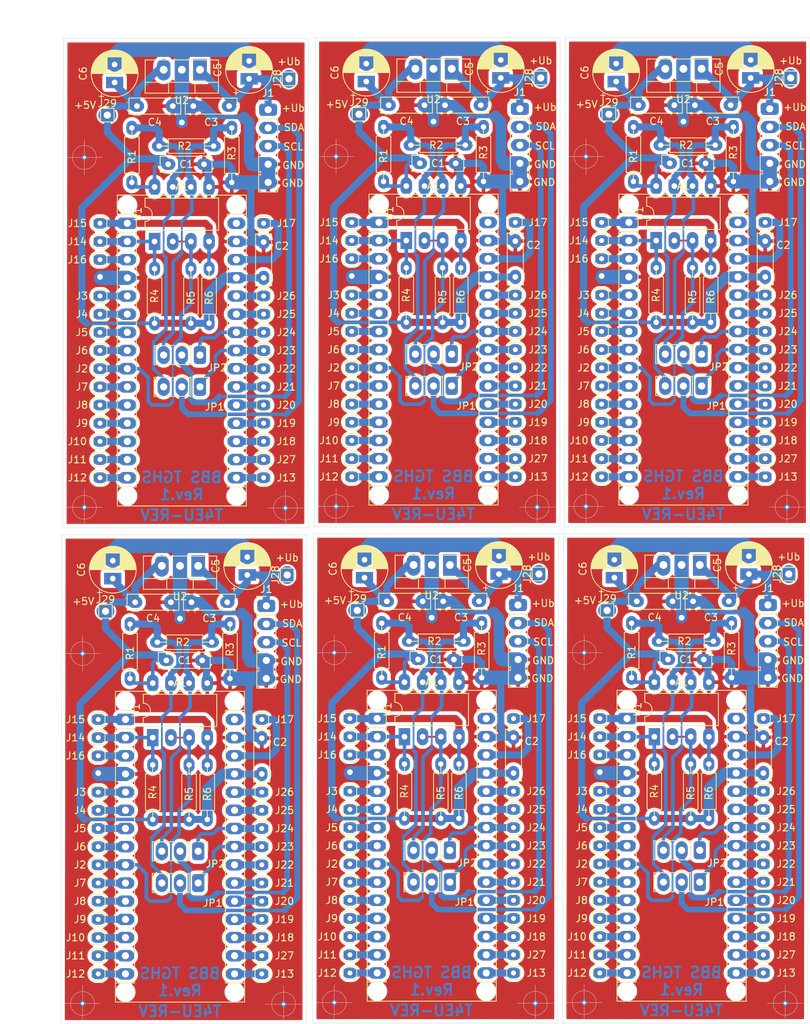
<source format=kicad_pcb>
(kicad_pcb (version 20171130) (host pcbnew "(5.1.10)-1")
  (layers (0 F.Cu signal) (31 B.Cu signal) (34 B.Paste user) (35 F.Paste user) (36 B.SilkS user) (37 F.SilkS user) (38 B.Mask user) (39 F.Mask user) (44 Edge.Cuts user))
  (net 0 "")
  (net 1 "Net-(A1-Pad1)")
  (net 2 "Net-(A1-Pad17)")
  (net 3 "Net-(A1-Pad2)")
  (net 4 "Net-(A1-Pad18)")
  (net 5 "Net-(A1-Pad3)")
  (net 6 "Net-(A1-Pad19)")
  (net 7 GND)
  (net 8 "Net-(A1-Pad20)")
  (net 9 "Net-(A1-Pad5)")
  (net 10 "Net-(A1-Pad21)")
  (net 11 "Net-(A1-Pad6)")
  (net 12 "Net-(A1-Pad22)")
  (net 13 "Net-(A1-Pad7)")
  (net 14 "Net-(A1-Pad23)")
  (net 15 "Net-(A1-Pad8)")
  (net 16 "Net-(A1-Pad24)")
  (net 17 "Net-(A1-Pad9)")
  (net 18 "Net-(A1-Pad25)")
  (net 19 "Net-(A1-Pad10)")
  (net 20 "Net-(A1-Pad26)")
  (net 21 "Net-(A1-Pad11)")
  (net 22 "Net-(A1-Pad27)")
  (net 23 "Net-(A1-Pad12)")
  (net 24 "Net-(A1-Pad28)")
  (net 25 "Net-(A1-Pad13)")
  (net 26 "Net-(A1-Pad14)")
  (net 27 "Net-(A1-Pad30)")
  (net 28 "Net-(A1-Pad15)")
  (net 29 "Net-(A1-Pad16)")
  (net 30 "Net-(J1-Pad2)")
  (net 31 "Net-(J1-Pad3)")
  (net 32 "Net-(JP1-Pad3)")
  (net 33 "Net-(JP2-Pad3)")
  (net 34 "Net-(C3-Pad1)")
  (module Package_DIP:DIP-8_W7.62mm_LongPads (layer F.Cu) (at 133.985 77.851 90)
    (fp_text reference U1 (at 3.81 -2.33 90) (layer F.SilkS))
    (fp_text value MAX485E)
    (pad 8 thru_hole oval (at 7.62 0 90) (size 2.4 1.6) (drill 0.8) (layers *.Cu *.Mask))
    (pad 4 thru_hole oval (at 0 7.62 90) (size 2.4 1.6) (drill 0.8) (layers *.Cu *.Mask))
    (pad 7 thru_hole oval (at 7.62 2.54 90) (size 2.4 1.6) (drill 0.8) (layers *.Cu *.Mask))
    (pad 3 thru_hole oval (at 0 5.08 90) (size 2.4 1.6) (drill 0.8) (layers *.Cu *.Mask))
    (pad 6 thru_hole oval (at 7.62 5.08 90) (size 2.4 1.6) (drill 0.8) (layers *.Cu *.Mask))
    (pad 2 thru_hole oval (at 0 2.54 90) (size 2.4 1.6) (drill 0.8) (layers *.Cu *.Mask))
    (pad 5 thru_hole oval (at 7.62 7.62 90) (size 2.4 1.6) (drill 0.8) (layers *.Cu *.Mask))
    (pad 1 thru_hole rect (at 0 0 90) (size 2.4 1.6) (drill 0.8) (layers *.Cu *.Mask))
  )
  (module BBS:TestPoint_THTPad_1.5x1.5mm_Drill0.7mm (layer F.Cu) (at 126.365 93.091)
    (fp_text reference J6 (at -2.54 0) (layer F.SilkS))
    (fp_text value Conn_01x01 hide)
    (pad 1 thru_hole oval (at 0 0) (size 2 1.5) (drill 0.7) (layers *.Cu *.Mask))
  )
  (module BBS:R_7.5 (layer F.Cu) (at 133.985 89.281 90)
    (fp_text reference R4 (at 3.81 0 90) (layer F.SilkS))
    (fp_text value 10k)
    (pad 2 thru_hole oval (at 7.62 0 90) (size 2 1.524) (drill 0.762) (layers *.Cu *.Mask))
    (pad 1 thru_hole oval (at 0 0 90) (size 2 1.524) (drill 0.762) (layers *.Cu *.Mask))
  )
  (module BBS:R_7.5 (layer F.Cu) (at 141.605 89.281 90)
    (fp_text reference R6 (at 3.556 0 90) (layer F.SilkS))
    (fp_text value 10k)
    (pad 2 thru_hole oval (at 7.62 0 90) (size 2 1.524) (drill 0.762) (layers *.Cu *.Mask))
    (pad 1 thru_hole oval (at 0 0 90) (size 2 1.524) (drill 0.762) (layers *.Cu *.Mask))
  )
  (module BBS:PinHeader_1x03_P2.54mm_Vertical (layer F.Cu) (at 140.335 93.726 270)
    (fp_text reference JP2 (at 1.778 -2.413 180) (layer F.SilkS))
    (fp_text value Jumper_3_Bridged12 hide)
    (pad 1 thru_hole roundrect (at 0 0 270) (size 2.5 1.7) (drill 1) (layers *.Cu *.Mask))
    (pad 2 thru_hole oval (at 0 2.54 270) (size 2.5 1.7) (drill 1) (layers *.Cu *.Mask))
    (pad 3 thru_hole oval (at 0 5.08 270) (size 2.5 1.7) (drill 1) (layers *.Cu *.Mask))
  )
  (module BBS:TestPoint_THTPad_1.5x1.5mm_Drill0.7mm (layer F.Cu) (at 126.365 85.471)
    (fp_text reference J3 (at -2.54 0) (layer F.SilkS))
    (fp_text value Conn_01x01 hide)
    (pad 1 thru_hole oval (at 0 0) (size 2 1.5) (drill 0.7) (layers *.Cu *.Mask))
  )
  (module BBS:C_Rect_L7.0mm_W2.0mm_P5.00mm (layer F.Cu) (at 149.225 77.931 270)
    (fp_text reference C2 (at 0.555 -2.54 180) (layer F.SilkS))
    (fp_text value 100n)
    (pad 2 thru_hole oval (at 5 0 270) (size 2 1.6) (drill 0.8) (layers *.Cu *.Mask))
    (pad 1 thru_hole oval (at 0 0 270) (size 2 1.6) (drill 0.8) (layers *.Cu *.Mask))
  )
  (module BBS:R_7.5 (layer F.Cu) (at 134.62 64.516)
    (fp_text reference R2 (at 3.556 0) (layer F.SilkS))
    (fp_text value 120R)
    (pad 2 thru_hole oval (at 7.62 0) (size 2 1.524) (drill 0.762) (layers *.Cu *.Mask))
    (pad 1 thru_hole oval (at 0 0) (size 2 1.524) (drill 0.762) (layers *.Cu *.Mask))
  )
  (module BBS:R_7.5 (layer F.Cu) (at 139.065 89.281 90)
    (fp_text reference R5 (at 3.556 0 90) (layer F.SilkS))
    (fp_text value 10k)
    (pad 2 thru_hole oval (at 7.62 0 90) (size 2 1.524) (drill 0.762) (layers *.Cu *.Mask))
    (pad 1 thru_hole oval (at 0 0 90) (size 2 1.524) (drill 0.762) (layers *.Cu *.Mask))
  )
  (module BBS:TestPoint_THTPad_1.5x1.5mm_Drill0.7mm (layer F.Cu) (at 126.365 108.331)
    (fp_text reference J11 (at -3.175 0) (layer F.SilkS))
    (fp_text value Conn_01x01 hide)
    (pad 1 thru_hole oval (at 0 0) (size 2 1.5) (drill 0.7) (layers *.Cu *.Mask))
  )
  (module BBS:TestPoint_THTPad_1.5x1.5mm_Drill0.7mm (layer F.Cu) (at 126.365 95.631)
    (fp_text reference J2 (at -2.54 0) (layer F.SilkS))
    (fp_text value Conn_01x01 hide)
    (pad 1 thru_hole oval (at 0 0) (size 2 1.5) (drill 0.7) (layers *.Cu *.Mask))
  )
  (module BBS:Arduino_Nano_WithMountingHoles (layer F.Cu) (at 130.175 75.311)
    (fp_text reference A1 (at 7.62 -5.08) (layer F.SilkS))
    (fp_text value Arduino_Nano_Every hide)
    (pad 1 thru_hole roundrect (at 0 0) (size 2.5 1.6) (drill 1) (layers *.Cu *.Mask))
    (pad 17 thru_hole oval (at 15.24 33.02) (size 2.5 1.6) (drill 1) (layers *.Cu *.Mask))
    (pad 2 thru_hole oval (at 0 2.54) (size 2.5 1.6) (drill 1) (layers *.Cu *.Mask))
    (pad 18 thru_hole oval (at 15.24 30.48) (size 2.5 1.6) (drill 1) (layers *.Cu *.Mask))
    (pad 3 thru_hole oval (at 0 5.08) (size 2.5 1.6) (drill 1) (layers *.Cu *.Mask))
    (pad 19 thru_hole oval (at 15.24 27.94) (size 2.5 1.6) (drill 1) (layers *.Cu *.Mask))
    (pad 4 thru_hole oval (at 0 7.62) (size 2.5 1.6) (drill 1) (layers *.Cu *.Mask))
    (pad 20 thru_hole oval (at 15.24 25.4) (size 2.5 1.6) (drill 1) (layers *.Cu *.Mask))
    (pad 5 thru_hole oval (at 0 10.16) (size 2.5 1.6) (drill 1) (layers *.Cu *.Mask))
    (pad 21 thru_hole oval (at 15.24 22.86) (size 2.5 1.6) (drill 1) (layers *.Cu *.Mask))
    (pad 6 thru_hole oval (at 0 12.7) (size 2.5 1.6) (drill 1) (layers *.Cu *.Mask))
    (pad 22 thru_hole oval (at 15.24 20.32) (size 2.5 1.6) (drill 1) (layers *.Cu *.Mask))
    (pad 7 thru_hole oval (at 0 15.24) (size 2.5 1.6) (drill 1) (layers *.Cu *.Mask))
    (pad 23 thru_hole oval (at 15.24 17.78) (size 2.5 1.6) (drill 1) (layers *.Cu *.Mask))
    (pad 8 thru_hole oval (at 0 17.78) (size 2.5 1.6) (drill 1) (layers *.Cu *.Mask))
    (pad 24 thru_hole oval (at 15.24 15.24) (size 2.5 1.6) (drill 1) (layers *.Cu *.Mask))
    (pad 9 thru_hole oval (at 0 20.32) (size 2.5 1.6) (drill 1) (layers *.Cu *.Mask))
    (pad 25 thru_hole oval (at 15.24 12.7) (size 2.5 1.6) (drill 1) (layers *.Cu *.Mask))
    (pad 10 thru_hole oval (at 0 22.86) (size 2.5 1.6) (drill 1) (layers *.Cu *.Mask))
    (pad 26 thru_hole oval (at 15.24 10.16) (size 2.5 1.6) (drill 1) (layers *.Cu *.Mask))
    (pad 11 thru_hole oval (at 0 25.4) (size 2.5 1.6) (drill 1) (layers *.Cu *.Mask))
    (pad 27 thru_hole oval (at 15.24 7.62) (size 2.5 1.6) (drill 1) (layers *.Cu *.Mask))
    (pad 12 thru_hole oval (at 0 27.94) (size 2.5 1.6) (drill 1) (layers *.Cu *.Mask))
    (pad 28 thru_hole oval (at 15.24 5.08) (size 2.5 1.6) (drill 1) (layers *.Cu *.Mask))
    (pad 13 thru_hole oval (at 0 30.48) (size 2.5 1.6) (drill 1) (layers *.Cu *.Mask))
    (pad 29 thru_hole oval (at 15.24 2.54) (size 2.5 1.6) (drill 1) (layers *.Cu *.Mask))
    (pad 14 thru_hole oval (at 0 33.02) (size 2.5 1.6) (drill 1) (layers *.Cu *.Mask))
    (pad 30 thru_hole oval (at 15.24 0) (size 2.5 1.6) (drill 1) (layers *.Cu *.Mask))
    (pad 15 thru_hole oval (at 0 35.56) (size 2.5 1.6) (drill 1) (layers *.Cu *.Mask))
    (pad 16 thru_hole oval (at 15.24 35.56) (size 2.5 1.6) (drill 1) (layers *.Cu *.Mask))
    (pad "" np_thru_hole circle (at 0 -2.54) (size 1.78 1.78) (drill 1.78) (layers *.Cu *.Mask))
    (pad "" np_thru_hole circle (at 15.24 -2.54) (size 1.78 1.78) (drill 1.78) (layers *.Cu *.Mask))
    (pad "" np_thru_hole circle (at 15.24 38.1) (size 1.78 1.78) (drill 1.78) (layers *.Cu *.Mask))
    (pad "" np_thru_hole circle (at 0 38.1) (size 1.78 1.78) (drill 1.78) (layers *.Cu *.Mask))
  )
  (module BBS:CP_Radial_D6.3mm_P2.50mm (layer F.Cu) (at 147.193 55.118 90)
    (fp_text reference C5 (at 1.25 -4.4 90) (layer F.SilkS))
    (fp_text value 22µF/50V)
    (pad 1 thru_hole rect (at 0 0 90) (size 1.6 2.4) (drill 0.8) (layers *.Cu *.Mask))
    (pad 2 thru_hole oval (at 2.5 0 90) (size 1.6 2.4) (drill 0.8) (layers *.Cu *.Mask))
  )
  (module BBS:R_7.5 (layer F.Cu) (at 130.81 69.596 90)
    (fp_text reference R1 (at 3.556 0 90) (layer F.SilkS))
    (fp_text value 680R)
    (pad 2 thru_hole oval (at 7.62 0 90) (size 2 1.524) (drill 0.762) (layers *.Cu *.Mask))
    (pad 1 thru_hole oval (at 0 0 90) (size 2 1.524) (drill 0.762) (layers *.Cu *.Mask))
  )
  (module BBS:TO-220-3_Vertical (layer F.Cu) (at 140.335 53.848 180)
    (fp_text reference U2 (at 2.54 -4.27) (layer F.SilkS))
    (fp_text value LMO78-05)
    (pad 3 thru_hole oval (at 5.08 0 180) (size 1.905 3) (drill 1.1) (layers *.Cu *.Mask))
    (pad 2 thru_hole oval (at 2.54 0 180) (size 1.905 3) (drill 1.1) (layers *.Cu *.Mask))
    (pad 1 thru_hole rect (at 0 0 180) (size 1.905 3) (drill 1.1) (layers *.Cu *.Mask))
  )
  (module BBS:TestPoint_THTPad_1.5x1.5mm_Drill0.7mm (layer F.Cu) (at 126.365 98.171)
    (fp_text reference J7 (at -2.54 0) (layer F.SilkS))
    (fp_text value Conn_01x01 hide)
    (pad 1 thru_hole oval (at 0 0) (size 2 1.5) (drill 0.7) (layers *.Cu *.Mask))
  )
  (module BBS:TestPoint_THTPad_1.5x1.5mm_Drill0.7mm (layer F.Cu) (at 126.365 88.011)
    (fp_text reference J4 (at -2.54 0) (layer F.SilkS))
    (fp_text value Conn_01x01 hide)
    (pad 1 thru_hole oval (at 0 0) (size 2 1.5) (drill 0.7) (layers *.Cu *.Mask))
  )
  (module BBS:CP_Radial_D6.3mm_P2.50mm (layer F.Cu) (at 128.397 55.626 90)
    (fp_text reference C6 (at 1.25 -4.4 90) (layer F.SilkS))
    (fp_text value 100µF/16V)
    (pad 1 thru_hole rect (at 0 0 90) (size 1.6 2.4) (drill 0.8) (layers *.Cu *.Mask))
    (pad 2 thru_hole oval (at 2.5 0 90) (size 1.6 2.4) (drill 0.8) (layers *.Cu *.Mask))
  )
  (module BBS:C_Rect_L7.0mm_W2.0mm_P5.00mm (layer F.Cu) (at 144.399 58.928 180)
    (fp_text reference C3 (at 2.5 -2.25) (layer F.SilkS))
    (fp_text value 100n)
    (pad 2 thru_hole oval (at 5 0 180) (size 2 1.6) (drill 0.8) (layers *.Cu *.Mask))
    (pad 1 thru_hole oval (at 0 0 180) (size 2 1.6) (drill 0.8) (layers *.Cu *.Mask))
  )
  (module BBS:Arduino_Nano_WithMountingHoles (layer F.Cu) (at 95.25 75.311)
    (fp_text reference A1 (at 7.62 -5.08) (layer F.SilkS))
    (fp_text value Arduino_Nano_Every hide)
    (pad 1 thru_hole roundrect (at 0 0) (size 2.5 1.6) (drill 1) (layers *.Cu *.Mask))
    (pad 17 thru_hole oval (at 15.24 33.02) (size 2.5 1.6) (drill 1) (layers *.Cu *.Mask))
    (pad 2 thru_hole oval (at 0 2.54) (size 2.5 1.6) (drill 1) (layers *.Cu *.Mask))
    (pad 18 thru_hole oval (at 15.24 30.48) (size 2.5 1.6) (drill 1) (layers *.Cu *.Mask))
    (pad 3 thru_hole oval (at 0 5.08) (size 2.5 1.6) (drill 1) (layers *.Cu *.Mask))
    (pad 19 thru_hole oval (at 15.24 27.94) (size 2.5 1.6) (drill 1) (layers *.Cu *.Mask))
    (pad 4 thru_hole oval (at 0 7.62) (size 2.5 1.6) (drill 1) (layers *.Cu *.Mask))
    (pad 20 thru_hole oval (at 15.24 25.4) (size 2.5 1.6) (drill 1) (layers *.Cu *.Mask))
    (pad 5 thru_hole oval (at 0 10.16) (size 2.5 1.6) (drill 1) (layers *.Cu *.Mask))
    (pad 21 thru_hole oval (at 15.24 22.86) (size 2.5 1.6) (drill 1) (layers *.Cu *.Mask))
    (pad 6 thru_hole oval (at 0 12.7) (size 2.5 1.6) (drill 1) (layers *.Cu *.Mask))
    (pad 22 thru_hole oval (at 15.24 20.32) (size 2.5 1.6) (drill 1) (layers *.Cu *.Mask))
    (pad 7 thru_hole oval (at 0 15.24) (size 2.5 1.6) (drill 1) (layers *.Cu *.Mask))
    (pad 23 thru_hole oval (at 15.24 17.78) (size 2.5 1.6) (drill 1) (layers *.Cu *.Mask))
    (pad 8 thru_hole oval (at 0 17.78) (size 2.5 1.6) (drill 1) (layers *.Cu *.Mask))
    (pad 24 thru_hole oval (at 15.24 15.24) (size 2.5 1.6) (drill 1) (layers *.Cu *.Mask))
    (pad 9 thru_hole oval (at 0 20.32) (size 2.5 1.6) (drill 1) (layers *.Cu *.Mask))
    (pad 25 thru_hole oval (at 15.24 12.7) (size 2.5 1.6) (drill 1) (layers *.Cu *.Mask))
    (pad 10 thru_hole oval (at 0 22.86) (size 2.5 1.6) (drill 1) (layers *.Cu *.Mask))
    (pad 26 thru_hole oval (at 15.24 10.16) (size 2.5 1.6) (drill 1) (layers *.Cu *.Mask))
    (pad 11 thru_hole oval (at 0 25.4) (size 2.5 1.6) (drill 1) (layers *.Cu *.Mask))
    (pad 27 thru_hole oval (at 15.24 7.62) (size 2.5 1.6) (drill 1) (layers *.Cu *.Mask))
    (pad 12 thru_hole oval (at 0 27.94) (size 2.5 1.6) (drill 1) (layers *.Cu *.Mask))
    (pad 28 thru_hole oval (at 15.24 5.08) (size 2.5 1.6) (drill 1) (layers *.Cu *.Mask))
    (pad 13 thru_hole oval (at 0 30.48) (size 2.5 1.6) (drill 1) (layers *.Cu *.Mask))
    (pad 29 thru_hole oval (at 15.24 2.54) (size 2.5 1.6) (drill 1) (layers *.Cu *.Mask))
    (pad 14 thru_hole oval (at 0 33.02) (size 2.5 1.6) (drill 1) (layers *.Cu *.Mask))
    (pad 30 thru_hole oval (at 15.24 0) (size 2.5 1.6) (drill 1) (layers *.Cu *.Mask))
    (pad 15 thru_hole oval (at 0 35.56) (size 2.5 1.6) (drill 1) (layers *.Cu *.Mask))
    (pad 16 thru_hole oval (at 15.24 35.56) (size 2.5 1.6) (drill 1) (layers *.Cu *.Mask))
    (pad "" np_thru_hole circle (at 0 -2.54) (size 1.78 1.78) (drill 1.78) (layers *.Cu *.Mask))
    (pad "" np_thru_hole circle (at 15.24 -2.54) (size 1.78 1.78) (drill 1.78) (layers *.Cu *.Mask))
    (pad "" np_thru_hole circle (at 15.24 38.1) (size 1.78 1.78) (drill 1.78) (layers *.Cu *.Mask))
    (pad "" np_thru_hole circle (at 0 38.1) (size 1.78 1.78) (drill 1.78) (layers *.Cu *.Mask))
  )
  (module BBS:PinHeader_1x03_P2.54mm_Vertical (layer F.Cu) (at 105.41 93.726 270)
    (fp_text reference JP2 (at 1.778 -2.413 180) (layer F.SilkS))
    (fp_text value Jumper_3_Bridged12 hide)
    (pad 1 thru_hole roundrect (at 0 0 270) (size 2.5 1.7) (drill 1) (layers *.Cu *.Mask))
    (pad 2 thru_hole oval (at 0 2.54 270) (size 2.5 1.7) (drill 1) (layers *.Cu *.Mask))
    (pad 3 thru_hole oval (at 0 5.08 270) (size 2.5 1.7) (drill 1) (layers *.Cu *.Mask))
  )
  (module BBS:TestPoint_THTPad_1.5x1.5mm_Drill0.7mm (layer F.Cu) (at 91.44 90.551)
    (fp_text reference J5 (at -2.54 0) (layer F.SilkS))
    (fp_text value Conn_01x01 hide)
    (pad 1 thru_hole oval (at 0 0) (size 2 1.5) (drill 0.7) (layers *.Cu *.Mask))
  )
  (module BBS:TestPoint_THTPad_1.5x1.5mm_Drill0.7mm (layer F.Cu) (at 92.456 60.198)
    (fp_text reference J29 (at 0 -1.648) (layer F.SilkS))
    (fp_text value Conn_01x01)
    (pad 1 thru_hole oval (at 0 0) (size 2.5 2) (drill 1) (layers *.Cu *.Mask))
  )
  (module BBS:TestPoint_THTPad_1.5x1.5mm_Drill0.7mm (layer F.Cu) (at 149.225 93.091)
    (fp_text reference J23 (at 3.175 0) (layer F.SilkS))
    (fp_text value Conn_01x01 hide)
    (pad 1 thru_hole oval (at 0 0) (size 2 1.5) (drill 0.7) (layers *.Cu *.Mask))
  )
  (module BBS:TestPoint_THTPad_1.5x1.5mm_Drill0.7mm (layer F.Cu) (at 149.225 103.251)
    (fp_text reference J19 (at 3.175 0) (layer F.SilkS))
    (fp_text value Conn_01x01 hide)
    (pad 1 thru_hole oval (at 0 0) (size 2 1.5) (drill 0.7) (layers *.Cu *.Mask))
  )
  (module BBS:TestPoint_THTPad_1.5x1.5mm_Drill0.7mm (layer F.Cu) (at 117.856 55.118 90)
    (fp_text reference J28 (at 0 -1.648 90) (layer F.SilkS))
    (fp_text value Conn_01x01)
    (pad 1 thru_hole oval (at 0 0 90) (size 2.5 2) (drill 1) (layers *.Cu *.Mask))
  )
  (module BBS:R_7.5 (layer F.Cu) (at 99.06 89.281 90)
    (fp_text reference R4 (at 3.81 0 90) (layer F.SilkS))
    (fp_text value 10k)
    (pad 2 thru_hole oval (at 7.62 0 90) (size 2 1.524) (drill 0.762) (layers *.Cu *.Mask))
    (pad 1 thru_hole oval (at 0 0 90) (size 2 1.524) (drill 0.762) (layers *.Cu *.Mask))
  )
  (module BBS:TestPoint_THTPad_1.5x1.5mm_Drill0.7mm (layer F.Cu) (at 149.225 108.331)
    (fp_text reference J27 (at 3.175 0) (layer F.SilkS))
    (fp_text value Conn_01x01 hide)
    (pad 1 thru_hole oval (at 0 0) (size 2 1.5) (drill 0.7) (layers *.Cu *.Mask))
  )
  (module BBS:TestPoint_THTPad_1.5x1.5mm_Drill0.7mm (layer F.Cu) (at 91.44 85.471)
    (fp_text reference J3 (at -2.54 0) (layer F.SilkS))
    (fp_text value Conn_01x01 hide)
    (pad 1 thru_hole oval (at 0 0) (size 2 1.5) (drill 0.7) (layers *.Cu *.Mask))
  )
  (module BBS:CP_Radial_D6.3mm_P2.50mm (layer F.Cu) (at 93.472 55.626 90)
    (fp_text reference C6 (at 1.25 -4.4 90) (layer F.SilkS))
    (fp_text value 100µF/16V)
    (pad 1 thru_hole rect (at 0 0 90) (size 1.6 2.4) (drill 0.8) (layers *.Cu *.Mask))
    (pad 2 thru_hole oval (at 2.5 0 90) (size 1.6 2.4) (drill 0.8) (layers *.Cu *.Mask))
  )
  (module BBS:TestPoint_THTPad_1.5x1.5mm_Drill0.7mm (layer F.Cu) (at 149.225 90.551)
    (fp_text reference J24 (at 3.175 0) (layer F.SilkS))
    (fp_text value Conn_01x01 hide)
    (pad 1 thru_hole oval (at 0 0) (size 2 1.5) (drill 0.7) (layers *.Cu *.Mask))
  )
  (module BBS:TestPoint_THTPad_1.5x1.5mm_Drill0.7mm (layer F.Cu) (at 91.44 93.091)
    (fp_text reference J6 (at -2.54 0) (layer F.SilkS))
    (fp_text value Conn_01x01 hide)
    (pad 1 thru_hole oval (at 0 0) (size 2 1.5) (drill 0.7) (layers *.Cu *.Mask))
  )
  (module BBS:R_7.5 (layer F.Cu) (at 95.885 69.596 90)
    (fp_text reference R1 (at 3.556 0 90) (layer F.SilkS))
    (fp_text value 680R)
    (pad 2 thru_hole oval (at 7.62 0 90) (size 2 1.524) (drill 0.762) (layers *.Cu *.Mask))
    (pad 1 thru_hole oval (at 0 0 90) (size 2 1.524) (drill 0.762) (layers *.Cu *.Mask))
  )
  (module BBS:C_Rect_L7.0mm_W2.0mm_P5.00mm (layer F.Cu) (at 114.3 77.931 270)
    (fp_text reference C2 (at 0.555 -2.54 180) (layer F.SilkS))
    (fp_text value 100n)
    (pad 2 thru_hole oval (at 5 0 270) (size 2 1.6) (drill 0.8) (layers *.Cu *.Mask))
    (pad 1 thru_hole oval (at 0 0 270) (size 2 1.6) (drill 0.8) (layers *.Cu *.Mask))
  )
  (module BBS:TestPoint_THTPad_1.5x1.5mm_Drill0.7mm (layer F.Cu) (at 114.3 110.871)
    (fp_text reference J13 (at 3.175 0) (layer F.SilkS))
    (fp_text value Conn_01x01 hide)
    (pad 1 thru_hole oval (at 0 0) (size 2 1.5) (drill 0.7) (layers *.Cu *.Mask))
  )
  (module BBS:R_7.5 (layer F.Cu) (at 104.14 89.281 90)
    (fp_text reference R5 (at 3.556 0 90) (layer F.SilkS))
    (fp_text value 10k)
    (pad 2 thru_hole oval (at 7.62 0 90) (size 2 1.524) (drill 0.762) (layers *.Cu *.Mask))
    (pad 1 thru_hole oval (at 0 0 90) (size 2 1.524) (drill 0.762) (layers *.Cu *.Mask))
  )
  (module BBS:TestPoint_THTPad_1.5x1.5mm_Drill0.7mm (layer F.Cu) (at 91.44 95.631)
    (fp_text reference J2 (at -2.54 0) (layer F.SilkS))
    (fp_text value Conn_01x01 hide)
    (pad 1 thru_hole oval (at 0 0) (size 2 1.5) (drill 0.7) (layers *.Cu *.Mask))
  )
  (module BBS:TestPoint_THTPad_1.5x1.5mm_Drill0.7mm (layer F.Cu) (at 91.44 98.171)
    (fp_text reference J7 (at -2.54 0) (layer F.SilkS))
    (fp_text value Conn_01x01 hide)
    (pad 1 thru_hole oval (at 0 0) (size 2 1.5) (drill 0.7) (layers *.Cu *.Mask))
  )
  (module Package_DIP:DIP-8_W7.62mm_LongPads (layer F.Cu) (at 99.06 77.851 90)
    (fp_text reference U1 (at 3.81 -2.33 90) (layer F.SilkS))
    (fp_text value MAX485E)
    (pad 8 thru_hole oval (at 7.62 0 90) (size 2.4 1.6) (drill 0.8) (layers *.Cu *.Mask))
    (pad 4 thru_hole oval (at 0 7.62 90) (size 2.4 1.6) (drill 0.8) (layers *.Cu *.Mask))
    (pad 7 thru_hole oval (at 7.62 2.54 90) (size 2.4 1.6) (drill 0.8) (layers *.Cu *.Mask))
    (pad 3 thru_hole oval (at 0 5.08 90) (size 2.4 1.6) (drill 0.8) (layers *.Cu *.Mask))
    (pad 6 thru_hole oval (at 7.62 5.08 90) (size 2.4 1.6) (drill 0.8) (layers *.Cu *.Mask))
    (pad 2 thru_hole oval (at 0 2.54 90) (size 2.4 1.6) (drill 0.8) (layers *.Cu *.Mask))
    (pad 5 thru_hole oval (at 7.62 7.62 90) (size 2.4 1.6) (drill 0.8) (layers *.Cu *.Mask))
    (pad 1 thru_hole rect (at 0 0 90) (size 2.4 1.6) (drill 0.8) (layers *.Cu *.Mask))
  )
  (module BBS:TestPoint_THTPad_1.5x1.5mm_Drill0.7mm (layer F.Cu) (at 149.225 105.791)
    (fp_text reference J18 (at 3.175 0) (layer F.SilkS))
    (fp_text value Conn_01x01 hide)
    (pad 1 thru_hole oval (at 0 0) (size 2 1.5) (drill 0.7) (layers *.Cu *.Mask))
  )
  (module BBS:TestPoint_THTPad_1.5x1.5mm_Drill0.7mm (layer F.Cu) (at 149.225 88.011)
    (fp_text reference J25 (at 3.175 0) (layer F.SilkS))
    (fp_text value Conn_01x01 hide)
    (pad 1 thru_hole oval (at 0 0) (size 2 1.5) (drill 0.7) (layers *.Cu *.Mask))
  )
  (module BBS:TestPoint_THTPad_1.5x1.5mm_Drill0.7mm (layer F.Cu) (at 91.44 110.871)
    (fp_text reference J12 (at -3.175 0) (layer F.SilkS))
    (fp_text value Conn_01x01 hide)
    (pad 1 thru_hole oval (at 0 0) (size 2 1.5) (drill 0.7) (layers *.Cu *.Mask))
  )
  (module BBS:TestPoint_THTPad_1.5x1.5mm_Drill0.7mm (layer F.Cu) (at 149.225 98.171)
    (fp_text reference J21 (at 3.175 0) (layer F.SilkS))
    (fp_text value Conn_01x01 hide)
    (pad 1 thru_hole oval (at 0 0) (size 2 1.5) (drill 0.7) (layers *.Cu *.Mask))
  )
  (module BBS:TestPoint_THTPad_1.5x1.5mm_Drill0.7mm (layer F.Cu) (at 126.365 77.851)
    (fp_text reference J14 (at -3.175 0) (layer F.SilkS))
    (fp_text value Conn_01x01 hide)
    (pad 1 thru_hole oval (at 0 0) (size 2 1.5) (drill 0.7) (layers *.Cu *.Mask))
  )
  (module BBS:TestPoint_THTPad_1.5x1.5mm_Drill0.7mm (layer F.Cu) (at 91.44 88.011)
    (fp_text reference J4 (at -2.54 0) (layer F.SilkS))
    (fp_text value Conn_01x01 hide)
    (pad 1 thru_hole oval (at 0 0) (size 2 1.5) (drill 0.7) (layers *.Cu *.Mask))
  )
  (module BBS:CP_Radial_D6.3mm_P2.50mm (layer F.Cu) (at 112.268 55.118 90)
    (fp_text reference C5 (at 1.25 -4.4 90) (layer F.SilkS))
    (fp_text value 22µF/50V)
    (pad 1 thru_hole rect (at 0 0 90) (size 1.6 2.4) (drill 0.8) (layers *.Cu *.Mask))
    (pad 2 thru_hole oval (at 2.5 0 90) (size 1.6 2.4) (drill 0.8) (layers *.Cu *.Mask))
  )
  (module BBS:C_Rect_L7.0mm_W2.0mm_P5.00mm (layer F.Cu) (at 109.474 58.928 180)
    (fp_text reference C3 (at 2.5 -2.25) (layer F.SilkS))
    (fp_text value 100n)
    (pad 2 thru_hole oval (at 5 0 180) (size 2 1.6) (drill 0.8) (layers *.Cu *.Mask))
    (pad 1 thru_hole oval (at 0 0 180) (size 2 1.6) (drill 0.8) (layers *.Cu *.Mask))
  )
  (module BBS:R_7.5 (layer F.Cu) (at 99.695 64.516)
    (fp_text reference R2 (at 3.556 0) (layer F.SilkS))
    (fp_text value 120R)
    (pad 2 thru_hole oval (at 7.62 0) (size 2 1.524) (drill 0.762) (layers *.Cu *.Mask))
    (pad 1 thru_hole oval (at 0 0) (size 2 1.524) (drill 0.762) (layers *.Cu *.Mask))
  )
  (module BBS:R_7.5 (layer F.Cu) (at 106.68 89.281 90)
    (fp_text reference R6 (at 3.556 0 90) (layer F.SilkS))
    (fp_text value 10k)
    (pad 2 thru_hole oval (at 7.62 0 90) (size 2 1.524) (drill 0.762) (layers *.Cu *.Mask))
    (pad 1 thru_hole oval (at 0 0 90) (size 2 1.524) (drill 0.762) (layers *.Cu *.Mask))
  )
  (module BBS:TO-220-3_Vertical (layer F.Cu) (at 105.41 53.848 180)
    (fp_text reference U2 (at 2.54 -4.27) (layer F.SilkS))
    (fp_text value LMO78-05)
    (pad 3 thru_hole oval (at 5.08 0 180) (size 1.905 3) (drill 1.1) (layers *.Cu *.Mask))
    (pad 2 thru_hole oval (at 2.54 0 180) (size 1.905 3) (drill 1.1) (layers *.Cu *.Mask))
    (pad 1 thru_hole rect (at 0 0 180) (size 1.905 3) (drill 1.1) (layers *.Cu *.Mask))
  )
  (module BBS:TestPoint_THTPad_1.5x1.5mm_Drill0.7mm (layer F.Cu) (at 91.44 105.791)
    (fp_text reference J10 (at -3.175 0) (layer F.SilkS))
    (fp_text value Conn_01x01 hide)
    (pad 1 thru_hole oval (at 0 0) (size 2 1.5) (drill 0.7) (layers *.Cu *.Mask))
  )
  (module BBS:R_7.5 (layer F.Cu) (at 109.855 61.976 270)
    (fp_text reference R3 (at 3.556 0 90) (layer F.SilkS))
    (fp_text value 680R)
    (pad 2 thru_hole oval (at 7.62 0 270) (size 2 1.524) (drill 0.762) (layers *.Cu *.Mask))
    (pad 1 thru_hole oval (at 0 0 270) (size 2 1.524) (drill 0.762) (layers *.Cu *.Mask))
  )
  (module BBS:C_Rect_L7.0mm_W2.0mm_P5.00mm (layer F.Cu) (at 101.6 58.928 180)
    (fp_text reference C4 (at 2.5 -2.25) (layer F.SilkS))
    (fp_text value 100n)
    (pad 2 thru_hole oval (at 5 0 180) (size 2 1.6) (drill 0.8) (layers *.Cu *.Mask))
    (pad 1 thru_hole oval (at 0 0 180) (size 2 1.6) (drill 0.8) (layers *.Cu *.Mask))
  )
  (module BBS:TestPoint_THTPad_1.5x1.5mm_Drill0.7mm (layer F.Cu) (at 149.225 85.471)
    (fp_text reference J26 (at 3.175 0) (layer F.SilkS))
    (fp_text value Conn_01x01 hide)
    (pad 1 thru_hole oval (at 0 0) (size 2 1.5) (drill 0.7) (layers *.Cu *.Mask))
  )
  (module BBS:TestPoint_THTPad_1.5x1.5mm_Drill0.7mm (layer F.Cu) (at 91.44 108.331)
    (fp_text reference J11 (at -3.175 0) (layer F.SilkS))
    (fp_text value Conn_01x01 hide)
    (pad 1 thru_hole oval (at 0 0) (size 2 1.5) (drill 0.7) (layers *.Cu *.Mask))
  )
  (module BBS:TestPoint_THTPad_1.5x1.5mm_Drill0.7mm (layer F.Cu) (at 126.365 90.551)
    (fp_text reference J5 (at -2.54 0) (layer F.SilkS))
    (fp_text value Conn_01x01 hide)
    (pad 1 thru_hole oval (at 0 0) (size 2 1.5) (drill 0.7) (layers *.Cu *.Mask))
  )
  (module BBS:TestPoint_THTPad_1.5x1.5mm_Drill0.7mm (layer F.Cu) (at 126.365 105.791)
    (fp_text reference J10 (at -3.175 0) (layer F.SilkS))
    (fp_text value Conn_01x01 hide)
    (pad 1 thru_hole oval (at 0 0) (size 2 1.5) (drill 0.7) (layers *.Cu *.Mask))
  )
  (module BBS:TestPoint_THTPad_1.5x1.5mm_Drill0.7mm (layer F.Cu) (at 152.781 55.118 90)
    (fp_text reference J28 (at 0 -1.648 90) (layer F.SilkS))
    (fp_text value Conn_01x01)
    (pad 1 thru_hole oval (at 0 0 90) (size 2.5 2) (drill 1) (layers *.Cu *.Mask))
  )
  (module BBS:C_Rect_L7.0mm_W2.0mm_P5.00mm (layer F.Cu) (at 136.525 58.928 180)
    (fp_text reference C4 (at 2.5 -2.25) (layer F.SilkS))
    (fp_text value 100n)
    (pad 2 thru_hole oval (at 5 0 180) (size 2 1.6) (drill 0.8) (layers *.Cu *.Mask))
    (pad 1 thru_hole oval (at 0 0 180) (size 2 1.6) (drill 0.8) (layers *.Cu *.Mask))
  )
  (module BBS:R_7.5 (layer F.Cu) (at 144.78 61.976 270)
    (fp_text reference R3 (at 3.556 0 90) (layer F.SilkS))
    (fp_text value 680R)
    (pad 2 thru_hole oval (at 7.62 0 270) (size 2 1.524) (drill 0.762) (layers *.Cu *.Mask))
    (pad 1 thru_hole oval (at 0 0 270) (size 2 1.524) (drill 0.762) (layers *.Cu *.Mask))
  )
  (module BBS:TestPoint_THTPad_1.5x1.5mm_Drill0.7mm (layer F.Cu) (at 126.365 75.311)
    (fp_text reference J15 (at -3.175 0) (layer F.SilkS))
    (fp_text value Conn_01x01 hide)
    (pad 1 thru_hole oval (at 0 0) (size 2 1.5) (drill 0.7) (layers *.Cu *.Mask))
  )
  (module BBS:TestPoint_THTPad_1.5x1.5mm_Drill0.7mm (layer F.Cu) (at 149.225 75.311)
    (fp_text reference J17 (at 3.175 0) (layer F.SilkS))
    (fp_text value Conn_01x01 hide)
    (pad 1 thru_hole oval (at 0 0) (size 2 1.5) (drill 0.7) (layers *.Cu *.Mask))
  )
  (module BBS:TestPoint_THTPad_1.5x1.5mm_Drill0.7mm (layer F.Cu) (at 149.225 100.711)
    (fp_text reference J20 (at 3.175 0) (layer F.SilkS))
    (fp_text value Conn_01x01 hide)
    (pad 1 thru_hole oval (at 0 0) (size 2 1.5) (drill 0.7) (layers *.Cu *.Mask))
  )
  (module BBS:TestPoint_THTPad_1.5x1.5mm_Drill0.7mm (layer F.Cu) (at 126.365 100.711)
    (fp_text reference J8 (at -2.54 0) (layer F.SilkS))
    (fp_text value Conn_01x01 hide)
    (pad 1 thru_hole oval (at 0 0) (size 2 1.5) (drill 0.7) (layers *.Cu *.Mask))
  )
  (module BBS:C_Rect_L7.0mm_W2.0mm_P5.00mm (layer F.Cu) (at 135.89 67.056)
    (fp_text reference C1 (at 2.54 0) (layer F.SilkS))
    (fp_text value 100n)
    (pad 2 thru_hole oval (at 5 0) (size 2 1.6) (drill 0.8) (layers *.Cu *.Mask))
    (pad 1 thru_hole oval (at 0 0) (size 2 1.6) (drill 0.8) (layers *.Cu *.Mask))
  )
  (module BBS:TestPoint_THTPad_1.5x1.5mm_Drill0.7mm (layer F.Cu) (at 127.381 60.198)
    (fp_text reference J29 (at 0 -1.648) (layer F.SilkS))
    (fp_text value Conn_01x01)
    (pad 1 thru_hole oval (at 0 0) (size 2.5 2) (drill 1) (layers *.Cu *.Mask))
  )
  (module BBS:PinHeader_1x03_P2.54mm_Vertical (layer F.Cu) (at 140.335 98.171 270)
    (fp_text reference JP1 (at 2.794 -2.032 180) (layer F.SilkS))
    (fp_text value Jumper_3_Bridged12 hide)
    (pad 1 thru_hole roundrect (at 0 0 270) (size 2.5 1.7) (drill 1) (layers *.Cu *.Mask))
    (pad 2 thru_hole oval (at 0 2.54 270) (size 2.5 1.7) (drill 1) (layers *.Cu *.Mask))
    (pad 3 thru_hole oval (at 0 5.08 270) (size 2.5 1.7) (drill 1) (layers *.Cu *.Mask))
  )
  (module BBS:PinHeader_1x05_P2.54mm_Vertical (layer F.Cu) (at 149.86 59.436)
    (fp_text reference J1 (at 0 -2.33) (layer F.SilkS))
    (fp_text value Screw_Terminal_01x05 hide)
    (pad 1 thru_hole roundrect (at 0 0) (size 2.5 1.7) (drill 1) (layers *.Cu *.Mask))
    (pad 2 thru_hole oval (at 0 2.54) (size 2.5 1.7) (drill 1) (layers *.Cu *.Mask))
    (pad 3 thru_hole oval (at 0 5.08) (size 2.5 1.7) (drill 1) (layers *.Cu *.Mask))
    (pad 4 thru_hole oval (at 0 7.62) (size 2.5 1.7) (drill 1) (layers *.Cu *.Mask))
    (pad 5 thru_hole oval (at 0 10.16) (size 2.5 1.7) (drill 1) (layers *.Cu *.Mask))
  )
  (module BBS:TestPoint_THTPad_1.5x1.5mm_Drill0.7mm (layer F.Cu) (at 149.225 95.631)
    (fp_text reference J22 (at 3.175 0) (layer F.SilkS))
    (fp_text value Conn_01x01 hide)
    (pad 1 thru_hole oval (at 0 0) (size 2 1.5) (drill 0.7) (layers *.Cu *.Mask))
  )
  (module BBS:TestPoint_THTPad_1.5x1.5mm_Drill0.7mm (layer F.Cu) (at 126.365 103.251)
    (fp_text reference J9 (at -2.54 0) (layer F.SilkS))
    (fp_text value Conn_01x01 hide)
    (pad 1 thru_hole oval (at 0 0) (size 2 1.5) (drill 0.7) (layers *.Cu *.Mask))
  )
  (module BBS:TestPoint_THTPad_1.5x1.5mm_Drill0.7mm (layer F.Cu) (at 126.365 110.871)
    (fp_text reference J12 (at -3.175 0) (layer F.SilkS))
    (fp_text value Conn_01x01 hide)
    (pad 1 thru_hole oval (at 0 0) (size 2 1.5) (drill 0.7) (layers *.Cu *.Mask))
  )
  (module BBS:TestPoint_THTPad_1.5x1.5mm_Drill0.7mm (layer F.Cu) (at 149.225 110.871)
    (fp_text reference J13 (at 3.175 0) (layer F.SilkS))
    (fp_text value Conn_01x01 hide)
    (pad 1 thru_hole oval (at 0 0) (size 2 1.5) (drill 0.7) (layers *.Cu *.Mask))
  )
  (module BBS:TestPoint_THTPad_1.5x1.5mm_Drill0.7mm (layer F.Cu) (at 126.365 80.391)
    (fp_text reference J16 (at -3.175 0) (layer F.SilkS))
    (fp_text value Conn_01x01 hide)
    (pad 1 thru_hole oval (at 0 0) (size 2 1.5) (drill 0.7) (layers *.Cu *.Mask))
  )
  (module BBS:TestPoint_THTPad_1.5x1.5mm_Drill0.7mm (layer F.Cu) (at 91.44 75.311)
    (fp_text reference J15 (at -3.175 0) (layer F.SilkS))
    (fp_text value Conn_01x01 hide)
    (pad 1 thru_hole oval (at 0 0) (size 2 1.5) (drill 0.7) (layers *.Cu *.Mask))
  )
  (module BBS:TestPoint_THTPad_1.5x1.5mm_Drill0.7mm (layer F.Cu) (at 114.3 88.011)
    (fp_text reference J25 (at 3.175 0) (layer F.SilkS))
    (fp_text value Conn_01x01 hide)
    (pad 1 thru_hole oval (at 0 0) (size 2 1.5) (drill 0.7) (layers *.Cu *.Mask))
  )
  (module BBS:TestPoint_THTPad_1.5x1.5mm_Drill0.7mm (layer F.Cu) (at 114.3 105.791)
    (fp_text reference J18 (at 3.175 0) (layer F.SilkS))
    (fp_text value Conn_01x01 hide)
    (pad 1 thru_hole oval (at 0 0) (size 2 1.5) (drill 0.7) (layers *.Cu *.Mask))
  )
  (module BBS:TestPoint_THTPad_1.5x1.5mm_Drill0.7mm (layer F.Cu) (at 114.3 98.171)
    (fp_text reference J21 (at 3.175 0) (layer F.SilkS))
    (fp_text value Conn_01x01 hide)
    (pad 1 thru_hole oval (at 0 0) (size 2 1.5) (drill 0.7) (layers *.Cu *.Mask))
  )
  (module BBS:TestPoint_THTPad_1.5x1.5mm_Drill0.7mm (layer F.Cu) (at 114.3 103.251)
    (fp_text reference J19 (at 3.175 0) (layer F.SilkS))
    (fp_text value Conn_01x01 hide)
    (pad 1 thru_hole oval (at 0 0) (size 2 1.5) (drill 0.7) (layers *.Cu *.Mask))
  )
  (module BBS:TestPoint_THTPad_1.5x1.5mm_Drill0.7mm (layer F.Cu) (at 91.44 100.711)
    (fp_text reference J8 (at -2.54 0) (layer F.SilkS))
    (fp_text value Conn_01x01 hide)
    (pad 1 thru_hole oval (at 0 0) (size 2 1.5) (drill 0.7) (layers *.Cu *.Mask))
  )
  (module BBS:TestPoint_THTPad_1.5x1.5mm_Drill0.7mm (layer F.Cu) (at 114.3 75.311)
    (fp_text reference J17 (at 3.175 0) (layer F.SilkS))
    (fp_text value Conn_01x01 hide)
    (pad 1 thru_hole oval (at 0 0) (size 2 1.5) (drill 0.7) (layers *.Cu *.Mask))
  )
  (module BBS:TestPoint_THTPad_1.5x1.5mm_Drill0.7mm (layer F.Cu) (at 91.44 80.391)
    (fp_text reference J16 (at -3.175 0) (layer F.SilkS))
    (fp_text value Conn_01x01 hide)
    (pad 1 thru_hole oval (at 0 0) (size 2 1.5) (drill 0.7) (layers *.Cu *.Mask))
  )
  (module BBS:TestPoint_THTPad_1.5x1.5mm_Drill0.7mm (layer F.Cu) (at 114.3 108.331)
    (fp_text reference J27 (at 3.175 0) (layer F.SilkS))
    (fp_text value Conn_01x01 hide)
    (pad 1 thru_hole oval (at 0 0) (size 2 1.5) (drill 0.7) (layers *.Cu *.Mask))
  )
  (module BBS:TestPoint_THTPad_1.5x1.5mm_Drill0.7mm (layer F.Cu) (at 114.3 93.091)
    (fp_text reference J23 (at 3.175 0) (layer F.SilkS))
    (fp_text value Conn_01x01 hide)
    (pad 1 thru_hole oval (at 0 0) (size 2 1.5) (drill 0.7) (layers *.Cu *.Mask))
  )
  (module BBS:TestPoint_THTPad_1.5x1.5mm_Drill0.7mm (layer F.Cu) (at 91.44 77.851)
    (fp_text reference J14 (at -3.175 0) (layer F.SilkS))
    (fp_text value Conn_01x01 hide)
    (pad 1 thru_hole oval (at 0 0) (size 2 1.5) (drill 0.7) (layers *.Cu *.Mask))
  )
  (module BBS:TestPoint_THTPad_1.5x1.5mm_Drill0.7mm (layer F.Cu) (at 114.3 95.631)
    (fp_text reference J22 (at 3.175 0) (layer F.SilkS))
    (fp_text value Conn_01x01 hide)
    (pad 1 thru_hole oval (at 0 0) (size 2 1.5) (drill 0.7) (layers *.Cu *.Mask))
  )
  (module BBS:C_Rect_L7.0mm_W2.0mm_P5.00mm (layer F.Cu) (at 100.965 67.056)
    (fp_text reference C1 (at 2.54 0) (layer F.SilkS))
    (fp_text value 100n)
    (pad 2 thru_hole oval (at 5 0) (size 2 1.6) (drill 0.8) (layers *.Cu *.Mask))
    (pad 1 thru_hole oval (at 0 0) (size 2 1.6) (drill 0.8) (layers *.Cu *.Mask))
  )
  (module BBS:PinHeader_1x03_P2.54mm_Vertical (layer F.Cu) (at 105.41 98.171 270)
    (fp_text reference JP1 (at 2.794 -2.032 180) (layer F.SilkS))
    (fp_text value Jumper_3_Bridged12 hide)
    (pad 1 thru_hole roundrect (at 0 0 270) (size 2.5 1.7) (drill 1) (layers *.Cu *.Mask))
    (pad 2 thru_hole oval (at 0 2.54 270) (size 2.5 1.7) (drill 1) (layers *.Cu *.Mask))
    (pad 3 thru_hole oval (at 0 5.08 270) (size 2.5 1.7) (drill 1) (layers *.Cu *.Mask))
  )
  (module BBS:PinHeader_1x05_P2.54mm_Vertical (layer F.Cu) (at 114.935 59.436)
    (fp_text reference J1 (at 0 -2.33) (layer F.SilkS))
    (fp_text value Screw_Terminal_01x05 hide)
    (pad 1 thru_hole roundrect (at 0 0) (size 2.5 1.7) (drill 1) (layers *.Cu *.Mask))
    (pad 2 thru_hole oval (at 0 2.54) (size 2.5 1.7) (drill 1) (layers *.Cu *.Mask))
    (pad 3 thru_hole oval (at 0 5.08) (size 2.5 1.7) (drill 1) (layers *.Cu *.Mask))
    (pad 4 thru_hole oval (at 0 7.62) (size 2.5 1.7) (drill 1) (layers *.Cu *.Mask))
    (pad 5 thru_hole oval (at 0 10.16) (size 2.5 1.7) (drill 1) (layers *.Cu *.Mask))
  )
  (module BBS:TestPoint_THTPad_1.5x1.5mm_Drill0.7mm (layer F.Cu) (at 91.44 103.251)
    (fp_text reference J9 (at -2.54 0) (layer F.SilkS))
    (fp_text value Conn_01x01 hide)
    (pad 1 thru_hole oval (at 0 0) (size 2 1.5) (drill 0.7) (layers *.Cu *.Mask))
  )
  (module BBS:TestPoint_THTPad_1.5x1.5mm_Drill0.7mm (layer F.Cu) (at 114.3 100.711)
    (fp_text reference J20 (at 3.175 0) (layer F.SilkS))
    (fp_text value Conn_01x01 hide)
    (pad 1 thru_hole oval (at 0 0) (size 2 1.5) (drill 0.7) (layers *.Cu *.Mask))
  )
  (module BBS:TestPoint_THTPad_1.5x1.5mm_Drill0.7mm (layer F.Cu) (at 114.3 85.471)
    (fp_text reference J26 (at 3.175 0) (layer F.SilkS))
    (fp_text value Conn_01x01 hide)
    (pad 1 thru_hole oval (at 0 0) (size 2 1.5) (drill 0.7) (layers *.Cu *.Mask))
  )
  (module BBS:C_Rect_L7.0mm_W2.0mm_P5.00mm (layer F.Cu) (at 74.295 59.055 180)
    (fp_text reference C3 (at 2.5 -2.25) (layer F.SilkS))
    (fp_text value 100n)
    (pad 1 thru_hole oval (at 0 0 180) (size 2 1.6) (drill 0.8) (layers *.Cu *.Mask))
    (pad 2 thru_hole oval (at 5 0 180) (size 2 1.6) (drill 0.8) (layers *.Cu *.Mask))
  )
  (module BBS:R_7.5 (layer F.Cu) (at 68.961 89.408 90)
    (fp_text reference R5 (at 3.556 0 90) (layer F.SilkS))
    (fp_text value 10k)
    (pad 1 thru_hole oval (at 0 0 90) (size 2 1.524) (drill 0.762) (layers *.Cu *.Mask))
    (pad 2 thru_hole oval (at 7.62 0 90) (size 2 1.524) (drill 0.762) (layers *.Cu *.Mask))
  )
  (module BBS:TestPoint_THTPad_1.5x1.5mm_Drill0.7mm (layer F.Cu) (at 56.261 95.758)
    (fp_text reference J2 (at -2.54 0) (layer F.SilkS))
    (fp_text value Conn_01x01 hide)
    (pad 1 thru_hole oval (at 0 0) (size 2 1.5) (drill 0.7) (layers *.Cu *.Mask))
  )
  (module BBS:TestPoint_THTPad_1.5x1.5mm_Drill0.7mm (layer F.Cu) (at 56.261 85.598)
    (fp_text reference J3 (at -2.54 0) (layer F.SilkS))
    (fp_text value Conn_01x01 hide)
    (pad 1 thru_hole oval (at 0 0) (size 2 1.5) (drill 0.7) (layers *.Cu *.Mask))
  )
  (module BBS:TestPoint_THTPad_1.5x1.5mm_Drill0.7mm (layer F.Cu) (at 56.261 108.458)
    (fp_text reference J11 (at -3.175 0) (layer F.SilkS))
    (fp_text value Conn_01x01 hide)
    (pad 1 thru_hole oval (at 0 0) (size 2 1.5) (drill 0.7) (layers *.Cu *.Mask))
  )
  (module BBS:R_7.5 (layer F.Cu) (at 63.881 89.408 90)
    (fp_text reference R4 (at 3.81 0 90) (layer F.SilkS))
    (fp_text value 10k)
    (pad 1 thru_hole oval (at 0 0 90) (size 2 1.524) (drill 0.762) (layers *.Cu *.Mask))
    (pad 2 thru_hole oval (at 7.62 0 90) (size 2 1.524) (drill 0.762) (layers *.Cu *.Mask))
  )
  (module BBS:TestPoint_THTPad_1.5x1.5mm_Drill0.7mm (layer F.Cu) (at 56.261 93.218)
    (fp_text reference J6 (at -2.54 0) (layer F.SilkS))
    (fp_text value Conn_01x01 hide)
    (pad 1 thru_hole oval (at 0 0) (size 2 1.5) (drill 0.7) (layers *.Cu *.Mask))
  )
  (module Package_DIP:DIP-8_W7.62mm_LongPads (layer F.Cu) (at 63.881 77.978 90)
    (fp_text reference U1 (at 3.81 -2.33 90) (layer F.SilkS))
    (fp_text value MAX485E)
    (pad 1 thru_hole rect (at 0 0 90) (size 2.4 1.6) (drill 0.8) (layers *.Cu *.Mask))
    (pad 5 thru_hole oval (at 7.62 7.62 90) (size 2.4 1.6) (drill 0.8) (layers *.Cu *.Mask))
    (pad 2 thru_hole oval (at 0 2.54 90) (size 2.4 1.6) (drill 0.8) (layers *.Cu *.Mask))
    (pad 6 thru_hole oval (at 7.62 5.08 90) (size 2.4 1.6) (drill 0.8) (layers *.Cu *.Mask))
    (pad 3 thru_hole oval (at 0 5.08 90) (size 2.4 1.6) (drill 0.8) (layers *.Cu *.Mask))
    (pad 7 thru_hole oval (at 7.62 2.54 90) (size 2.4 1.6) (drill 0.8) (layers *.Cu *.Mask))
    (pad 4 thru_hole oval (at 0 7.62 90) (size 2.4 1.6) (drill 0.8) (layers *.Cu *.Mask))
    (pad 8 thru_hole oval (at 7.62 0 90) (size 2.4 1.6) (drill 0.8) (layers *.Cu *.Mask))
  )
  (module BBS:R_7.5 (layer F.Cu) (at 71.501 89.408 90)
    (fp_text reference R6 (at 3.556 0 90) (layer F.SilkS))
    (fp_text value 10k)
    (pad 1 thru_hole oval (at 0 0 90) (size 2 1.524) (drill 0.762) (layers *.Cu *.Mask))
    (pad 2 thru_hole oval (at 7.62 0 90) (size 2 1.524) (drill 0.762) (layers *.Cu *.Mask))
  )
  (module BBS:TestPoint_THTPad_1.5x1.5mm_Drill0.7mm (layer F.Cu) (at 56.261 98.298)
    (fp_text reference J7 (at -2.54 0) (layer F.SilkS))
    (fp_text value Conn_01x01 hide)
    (pad 1 thru_hole oval (at 0 0) (size 2 1.5) (drill 0.7) (layers *.Cu *.Mask))
  )
  (module BBS:Arduino_Nano_WithMountingHoles (layer F.Cu) (at 60.071 75.438)
    (fp_text reference A1 (at 7.62 -5.08) (layer F.SilkS))
    (fp_text value Arduino_Nano_Every hide)
    (pad "" np_thru_hole circle (at 0 38.1) (size 1.78 1.78) (drill 1.78) (layers *.Cu *.Mask))
    (pad "" np_thru_hole circle (at 15.24 38.1) (size 1.78 1.78) (drill 1.78) (layers *.Cu *.Mask))
    (pad "" np_thru_hole circle (at 15.24 -2.54) (size 1.78 1.78) (drill 1.78) (layers *.Cu *.Mask))
    (pad "" np_thru_hole circle (at 0 -2.54) (size 1.78 1.78) (drill 1.78) (layers *.Cu *.Mask))
    (pad 16 thru_hole oval (at 15.24 35.56) (size 2.5 1.6) (drill 1) (layers *.Cu *.Mask))
    (pad 15 thru_hole oval (at 0 35.56) (size 2.5 1.6) (drill 1) (layers *.Cu *.Mask))
    (pad 30 thru_hole oval (at 15.24 0) (size 2.5 1.6) (drill 1) (layers *.Cu *.Mask))
    (pad 14 thru_hole oval (at 0 33.02) (size 2.5 1.6) (drill 1) (layers *.Cu *.Mask))
    (pad 29 thru_hole oval (at 15.24 2.54) (size 2.5 1.6) (drill 1) (layers *.Cu *.Mask))
    (pad 13 thru_hole oval (at 0 30.48) (size 2.5 1.6) (drill 1) (layers *.Cu *.Mask))
    (pad 28 thru_hole oval (at 15.24 5.08) (size 2.5 1.6) (drill 1) (layers *.Cu *.Mask))
    (pad 12 thru_hole oval (at 0 27.94) (size 2.5 1.6) (drill 1) (layers *.Cu *.Mask))
    (pad 27 thru_hole oval (at 15.24 7.62) (size 2.5 1.6) (drill 1) (layers *.Cu *.Mask))
    (pad 11 thru_hole oval (at 0 25.4) (size 2.5 1.6) (drill 1) (layers *.Cu *.Mask))
    (pad 26 thru_hole oval (at 15.24 10.16) (size 2.5 1.6) (drill 1) (layers *.Cu *.Mask))
    (pad 10 thru_hole oval (at 0 22.86) (size 2.5 1.6) (drill 1) (layers *.Cu *.Mask))
    (pad 25 thru_hole oval (at 15.24 12.7) (size 2.5 1.6) (drill 1) (layers *.Cu *.Mask))
    (pad 9 thru_hole oval (at 0 20.32) (size 2.5 1.6) (drill 1) (layers *.Cu *.Mask))
    (pad 24 thru_hole oval (at 15.24 15.24) (size 2.5 1.6) (drill 1) (layers *.Cu *.Mask))
    (pad 8 thru_hole oval (at 0 17.78) (size 2.5 1.6) (drill 1) (layers *.Cu *.Mask))
    (pad 23 thru_hole oval (at 15.24 17.78) (size 2.5 1.6) (drill 1) (layers *.Cu *.Mask))
    (pad 7 thru_hole oval (at 0 15.24) (size 2.5 1.6) (drill 1) (layers *.Cu *.Mask))
    (pad 22 thru_hole oval (at 15.24 20.32) (size 2.5 1.6) (drill 1) (layers *.Cu *.Mask))
    (pad 6 thru_hole oval (at 0 12.7) (size 2.5 1.6) (drill 1) (layers *.Cu *.Mask))
    (pad 21 thru_hole oval (at 15.24 22.86) (size 2.5 1.6) (drill 1) (layers *.Cu *.Mask))
    (pad 5 thru_hole oval (at 0 10.16) (size 2.5 1.6) (drill 1) (layers *.Cu *.Mask))
    (pad 20 thru_hole oval (at 15.24 25.4) (size 2.5 1.6) (drill 1) (layers *.Cu *.Mask))
    (pad 4 thru_hole oval (at 0 7.62) (size 2.5 1.6) (drill 1) (layers *.Cu *.Mask))
    (pad 19 thru_hole oval (at 15.24 27.94) (size 2.5 1.6) (drill 1) (layers *.Cu *.Mask))
    (pad 3 thru_hole oval (at 0 5.08) (size 2.5 1.6) (drill 1) (layers *.Cu *.Mask))
    (pad 18 thru_hole oval (at 15.24 30.48) (size 2.5 1.6) (drill 1) (layers *.Cu *.Mask))
    (pad 2 thru_hole oval (at 0 2.54) (size 2.5 1.6) (drill 1) (layers *.Cu *.Mask))
    (pad 17 thru_hole oval (at 15.24 33.02) (size 2.5 1.6) (drill 1) (layers *.Cu *.Mask))
    (pad 1 thru_hole roundrect (at 0 0) (size 2.5 1.6) (drill 1) (layers *.Cu *.Mask))
  )
  (module BBS:TestPoint_THTPad_1.5x1.5mm_Drill0.7mm (layer F.Cu) (at 56.261 88.138)
    (fp_text reference J4 (at -2.54 0) (layer F.SilkS))
    (fp_text value Conn_01x01 hide)
    (pad 1 thru_hole oval (at 0 0) (size 2 1.5) (drill 0.7) (layers *.Cu *.Mask))
  )
  (module BBS:CP_Radial_D6.3mm_P2.50mm (layer F.Cu) (at 77.089 55.245 90)
    (fp_text reference C5 (at 1.25 -4.4 90) (layer F.SilkS))
    (fp_text value 22µF/50V)
    (pad 2 thru_hole oval (at 2.5 0 90) (size 1.6 2.4) (drill 0.8) (layers *.Cu *.Mask))
    (pad 1 thru_hole rect (at 0 0 90) (size 1.6 2.4) (drill 0.8) (layers *.Cu *.Mask))
  )
  (module BBS:CP_Radial_D6.3mm_P2.50mm (layer F.Cu) (at 58.293 55.753 90)
    (fp_text reference C6 (at 1.25 -4.4 90) (layer F.SilkS))
    (fp_text value 100µF/16V)
    (pad 2 thru_hole oval (at 2.5 0 90) (size 1.6 2.4) (drill 0.8) (layers *.Cu *.Mask))
    (pad 1 thru_hole rect (at 0 0 90) (size 1.6 2.4) (drill 0.8) (layers *.Cu *.Mask))
  )
  (module BBS:R_7.5 (layer F.Cu) (at 60.706 69.723 90)
    (fp_text reference R1 (at 3.556 0 90) (layer F.SilkS))
    (fp_text value 680R)
    (pad 1 thru_hole oval (at 0 0 90) (size 2 1.524) (drill 0.762) (layers *.Cu *.Mask))
    (pad 2 thru_hole oval (at 7.62 0 90) (size 2 1.524) (drill 0.762) (layers *.Cu *.Mask))
  )
  (module BBS:TO-220-3_Vertical (layer F.Cu) (at 70.231 53.975 180)
    (fp_text reference U2 (at 2.54 -4.27) (layer F.SilkS))
    (fp_text value LMO78-05)
    (pad 1 thru_hole rect (at 0 0 180) (size 1.905 3) (drill 1.1) (layers *.Cu *.Mask))
    (pad 2 thru_hole oval (at 2.54 0 180) (size 1.905 3) (drill 1.1) (layers *.Cu *.Mask))
    (pad 3 thru_hole oval (at 5.08 0 180) (size 1.905 3) (drill 1.1) (layers *.Cu *.Mask))
  )
  (module BBS:PinHeader_1x03_P2.54mm_Vertical (layer F.Cu) (at 70.231 93.853 270)
    (fp_text reference JP2 (at 1.778 -2.413 180) (layer F.SilkS))
    (fp_text value Jumper_3_Bridged12 hide)
    (pad 3 thru_hole oval (at 0 5.08 270) (size 2.5 1.7) (drill 1) (layers *.Cu *.Mask))
    (pad 2 thru_hole oval (at 0 2.54 270) (size 2.5 1.7) (drill 1) (layers *.Cu *.Mask))
    (pad 1 thru_hole roundrect (at 0 0 270) (size 2.5 1.7) (drill 1) (layers *.Cu *.Mask))
  )
  (module BBS:C_Rect_L7.0mm_W2.0mm_P5.00mm (layer F.Cu) (at 79.121 78.058 270)
    (fp_text reference C2 (at 0.555 -2.54 180) (layer F.SilkS))
    (fp_text value 100n)
    (pad 1 thru_hole oval (at 0 0 270) (size 2 1.6) (drill 0.8) (layers *.Cu *.Mask))
    (pad 2 thru_hole oval (at 5 0 270) (size 2 1.6) (drill 0.8) (layers *.Cu *.Mask))
  )
  (module BBS:R_7.5 (layer F.Cu) (at 64.516 64.643)
    (fp_text reference R2 (at 3.556 0) (layer F.SilkS))
    (fp_text value 120R)
    (pad 1 thru_hole oval (at 0 0) (size 2 1.524) (drill 0.762) (layers *.Cu *.Mask))
    (pad 2 thru_hole oval (at 7.62 0) (size 2 1.524) (drill 0.762) (layers *.Cu *.Mask))
  )
  (module BBS:TestPoint_THTPad_1.5x1.5mm_Drill0.7mm (layer F.Cu) (at 56.261 110.998)
    (fp_text reference J12 (at -3.175 0) (layer F.SilkS))
    (fp_text value Conn_01x01 hide)
    (pad 1 thru_hole oval (at 0 0) (size 2 1.5) (drill 0.7) (layers *.Cu *.Mask))
  )
  (module BBS:TestPoint_THTPad_1.5x1.5mm_Drill0.7mm (layer F.Cu) (at 79.121 110.998)
    (fp_text reference J13 (at 3.175 0) (layer F.SilkS))
    (fp_text value Conn_01x01 hide)
    (pad 1 thru_hole oval (at 0 0) (size 2 1.5) (drill 0.7) (layers *.Cu *.Mask))
  )
  (module BBS:TestPoint_THTPad_1.5x1.5mm_Drill0.7mm (layer F.Cu) (at 56.261 90.678)
    (fp_text reference J5 (at -2.54 0) (layer F.SilkS))
    (fp_text value Conn_01x01 hide)
    (pad 1 thru_hole oval (at 0 0) (size 2 1.5) (drill 0.7) (layers *.Cu *.Mask))
  )
  (module BBS:TestPoint_THTPad_1.5x1.5mm_Drill0.7mm (layer F.Cu) (at 56.261 105.918)
    (fp_text reference J10 (at -3.175 0) (layer F.SilkS))
    (fp_text value Conn_01x01 hide)
    (pad 1 thru_hole oval (at 0 0) (size 2 1.5) (drill 0.7) (layers *.Cu *.Mask))
  )
  (module BBS:TestPoint_THTPad_1.5x1.5mm_Drill0.7mm (layer F.Cu) (at 82.677 55.245 90)
    (fp_text reference J28 (at 0 -1.648 90) (layer F.SilkS))
    (fp_text value Conn_01x01)
    (pad 1 thru_hole oval (at 0 0 90) (size 2.5 2) (drill 1) (layers *.Cu *.Mask))
  )
  (module BBS:C_Rect_L7.0mm_W2.0mm_P5.00mm (layer F.Cu) (at 66.421 59.055 180)
    (fp_text reference C4 (at 2.5 -2.25) (layer F.SilkS))
    (fp_text value 100n)
    (pad 1 thru_hole oval (at 0 0 180) (size 2 1.6) (drill 0.8) (layers *.Cu *.Mask))
    (pad 2 thru_hole oval (at 5 0 180) (size 2 1.6) (drill 0.8) (layers *.Cu *.Mask))
  )
  (module BBS:TestPoint_THTPad_1.5x1.5mm_Drill0.7mm (layer F.Cu) (at 57.277 60.325)
    (fp_text reference J29 (at 0 -1.648) (layer F.SilkS))
    (fp_text value Conn_01x01)
    (pad 1 thru_hole oval (at 0 0) (size 2.5 2) (drill 1) (layers *.Cu *.Mask))
  )
  (module BBS:R_7.5 (layer F.Cu) (at 74.676 62.103 270)
    (fp_text reference R3 (at 3.556 0 90) (layer F.SilkS))
    (fp_text value 680R)
    (pad 1 thru_hole oval (at 0 0 270) (size 2 1.524) (drill 0.762) (layers *.Cu *.Mask))
    (pad 2 thru_hole oval (at 7.62 0 270) (size 2 1.524) (drill 0.762) (layers *.Cu *.Mask))
  )
  (module BBS:PinHeader_1x03_P2.54mm_Vertical (layer F.Cu) (at 70.231 98.298 270)
    (fp_text reference JP1 (at 2.794 -2.032 180) (layer F.SilkS))
    (fp_text value Jumper_3_Bridged12 hide)
    (pad 3 thru_hole oval (at 0 5.08 270) (size 2.5 1.7) (drill 1) (layers *.Cu *.Mask))
    (pad 2 thru_hole oval (at 0 2.54 270) (size 2.5 1.7) (drill 1) (layers *.Cu *.Mask))
    (pad 1 thru_hole roundrect (at 0 0 270) (size 2.5 1.7) (drill 1) (layers *.Cu *.Mask))
  )
  (module BBS:PinHeader_1x05_P2.54mm_Vertical (layer F.Cu) (at 79.756 59.563)
    (fp_text reference J1 (at 0 -2.33) (layer F.SilkS))
    (fp_text value Screw_Terminal_01x05 hide)
    (pad 5 thru_hole oval (at 0 10.16) (size 2.5 1.7) (drill 1) (layers *.Cu *.Mask))
    (pad 4 thru_hole oval (at 0 7.62) (size 2.5 1.7) (drill 1) (layers *.Cu *.Mask))
    (pad 3 thru_hole oval (at 0 5.08) (size 2.5 1.7) (drill 1) (layers *.Cu *.Mask))
    (pad 2 thru_hole oval (at 0 2.54) (size 2.5 1.7) (drill 1) (layers *.Cu *.Mask))
    (pad 1 thru_hole roundrect (at 0 0) (size 2.5 1.7) (drill 1) (layers *.Cu *.Mask))
  )
  (module BBS:TestPoint_THTPad_1.5x1.5mm_Drill0.7mm (layer F.Cu) (at 56.261 103.378)
    (fp_text reference J9 (at -2.54 0) (layer F.SilkS))
    (fp_text value Conn_01x01 hide)
    (pad 1 thru_hole oval (at 0 0) (size 2 1.5) (drill 0.7) (layers *.Cu *.Mask))
  )
  (module BBS:C_Rect_L7.0mm_W2.0mm_P5.00mm (layer F.Cu) (at 65.786 67.183)
    (fp_text reference C1 (at 2.54 0) (layer F.SilkS))
    (fp_text value 100n)
    (pad 1 thru_hole oval (at 0 0) (size 2 1.6) (drill 0.8) (layers *.Cu *.Mask))
    (pad 2 thru_hole oval (at 5 0) (size 2 1.6) (drill 0.8) (layers *.Cu *.Mask))
  )
  (module BBS:TestPoint_THTPad_1.5x1.5mm_Drill0.7mm (layer F.Cu) (at 56.261 100.838)
    (fp_text reference J8 (at -2.54 0) (layer F.SilkS))
    (fp_text value Conn_01x01 hide)
    (pad 1 thru_hole oval (at 0 0) (size 2 1.5) (drill 0.7) (layers *.Cu *.Mask))
  )
  (module BBS:TestPoint_THTPad_1.5x1.5mm_Drill0.7mm (layer F.Cu) (at 114.3 90.551)
    (fp_text reference J24 (at 3.175 0) (layer F.SilkS))
    (fp_text value Conn_01x01 hide)
    (pad 1 thru_hole oval (at 0 0) (size 2 1.5) (drill 0.7) (layers *.Cu *.Mask))
  )
  (module BBS:TestPoint_THTPad_1.5x1.5mm_Drill0.7mm (layer F.Cu) (at 79.121 95.758)
    (fp_text reference J22 (at 3.175 0) (layer F.SilkS))
    (fp_text value Conn_01x01 hide)
    (pad 1 thru_hole oval (at 0 0) (size 2 1.5) (drill 0.7) (layers *.Cu *.Mask))
  )
  (module BBS:TestPoint_THTPad_1.5x1.5mm_Drill0.7mm (layer F.Cu) (at 79.121 75.438)
    (fp_text reference J17 (at 3.175 0) (layer F.SilkS))
    (fp_text value Conn_01x01 hide)
    (pad 1 thru_hole oval (at 0 0) (size 2 1.5) (drill 0.7) (layers *.Cu *.Mask))
  )
  (module BBS:TestPoint_THTPad_1.5x1.5mm_Drill0.7mm (layer F.Cu) (at 79.121 100.838)
    (fp_text reference J20 (at 3.175 0) (layer F.SilkS))
    (fp_text value Conn_01x01 hide)
    (pad 1 thru_hole oval (at 0 0) (size 2 1.5) (drill 0.7) (layers *.Cu *.Mask))
  )
  (module BBS:TestPoint_THTPad_1.5x1.5mm_Drill0.7mm (layer F.Cu) (at 56.261 80.518)
    (fp_text reference J16 (at -3.175 0) (layer F.SilkS))
    (fp_text value Conn_01x01 hide)
    (pad 1 thru_hole oval (at 0 0) (size 2 1.5) (drill 0.7) (layers *.Cu *.Mask))
  )
  (module BBS:TestPoint_THTPad_1.5x1.5mm_Drill0.7mm (layer F.Cu) (at 56.261 75.438)
    (fp_text reference J15 (at -3.175 0) (layer F.SilkS))
    (fp_text value Conn_01x01 hide)
    (pad 1 thru_hole oval (at 0 0) (size 2 1.5) (drill 0.7) (layers *.Cu *.Mask))
  )
  (module BBS:TestPoint_THTPad_1.5x1.5mm_Drill0.7mm (layer F.Cu) (at 79.121 105.918)
    (fp_text reference J18 (at 3.175 0) (layer F.SilkS))
    (fp_text value Conn_01x01 hide)
    (pad 1 thru_hole oval (at 0 0) (size 2 1.5) (drill 0.7) (layers *.Cu *.Mask))
  )
  (module BBS:TestPoint_THTPad_1.5x1.5mm_Drill0.7mm (layer F.Cu) (at 79.121 108.458)
    (fp_text reference J27 (at 3.175 0) (layer F.SilkS))
    (fp_text value Conn_01x01 hide)
    (pad 1 thru_hole oval (at 0 0) (size 2 1.5) (drill 0.7) (layers *.Cu *.Mask))
  )
  (module BBS:TestPoint_THTPad_1.5x1.5mm_Drill0.7mm (layer F.Cu) (at 79.121 88.138)
    (fp_text reference J25 (at 3.175 0) (layer F.SilkS))
    (fp_text value Conn_01x01 hide)
    (pad 1 thru_hole oval (at 0 0) (size 2 1.5) (drill 0.7) (layers *.Cu *.Mask))
  )
  (module BBS:TestPoint_THTPad_1.5x1.5mm_Drill0.7mm (layer F.Cu) (at 79.121 98.298)
    (fp_text reference J21 (at 3.175 0) (layer F.SilkS))
    (fp_text value Conn_01x01 hide)
    (pad 1 thru_hole oval (at 0 0) (size 2 1.5) (drill 0.7) (layers *.Cu *.Mask))
  )
  (module BBS:TestPoint_THTPad_1.5x1.5mm_Drill0.7mm (layer F.Cu) (at 79.121 85.598)
    (fp_text reference J26 (at 3.175 0) (layer F.SilkS))
    (fp_text value Conn_01x01 hide)
    (pad 1 thru_hole oval (at 0 0) (size 2 1.5) (drill 0.7) (layers *.Cu *.Mask))
  )
  (module BBS:TestPoint_THTPad_1.5x1.5mm_Drill0.7mm (layer F.Cu) (at 79.121 93.218)
    (fp_text reference J23 (at 3.175 0) (layer F.SilkS))
    (fp_text value Conn_01x01 hide)
    (pad 1 thru_hole oval (at 0 0) (size 2 1.5) (drill 0.7) (layers *.Cu *.Mask))
  )
  (module BBS:TestPoint_THTPad_1.5x1.5mm_Drill0.7mm (layer F.Cu) (at 79.121 103.378)
    (fp_text reference J19 (at 3.175 0) (layer F.SilkS))
    (fp_text value Conn_01x01 hide)
    (pad 1 thru_hole oval (at 0 0) (size 2 1.5) (drill 0.7) (layers *.Cu *.Mask))
  )
  (module BBS:TestPoint_THTPad_1.5x1.5mm_Drill0.7mm (layer F.Cu) (at 56.261 77.978)
    (fp_text reference J14 (at -3.175 0) (layer F.SilkS))
    (fp_text value Conn_01x01 hide)
    (pad 1 thru_hole oval (at 0 0) (size 2 1.5) (drill 0.7) (layers *.Cu *.Mask))
  )
  (module BBS:TestPoint_THTPad_1.5x1.5mm_Drill0.7mm (layer F.Cu) (at 79.121 90.678)
    (fp_text reference J24 (at 3.175 0) (layer F.SilkS))
    (fp_text value Conn_01x01 hide)
    (pad 1 thru_hole oval (at 0 0) (size 2 1.5) (drill 0.7) (layers *.Cu *.Mask))
  )
  (module BBS:C_Rect_L7.0mm_W2.0mm_P5.00mm (layer F.Cu) (at 144.145 128.27 180)
    (fp_text reference C3 (at 2.5 -2.25) (layer F.SilkS))
    (fp_text value 100n)
    (pad 1 thru_hole oval (at 0 0 180) (size 2 1.6) (drill 0.8) (layers *.Cu *.Mask))
    (pad 2 thru_hole oval (at 5 0 180) (size 2 1.6) (drill 0.8) (layers *.Cu *.Mask))
  )
  (module BBS:R_7.5 (layer F.Cu) (at 138.811 158.623 90)
    (fp_text reference R5 (at 3.556 0 90) (layer F.SilkS))
    (fp_text value 10k)
    (pad 1 thru_hole oval (at 0 0 90) (size 2 1.524) (drill 0.762) (layers *.Cu *.Mask))
    (pad 2 thru_hole oval (at 7.62 0 90) (size 2 1.524) (drill 0.762) (layers *.Cu *.Mask))
  )
  (module BBS:TestPoint_THTPad_1.5x1.5mm_Drill0.7mm (layer F.Cu) (at 126.111 164.973)
    (fp_text reference J2 (at -2.54 0) (layer F.SilkS))
    (fp_text value Conn_01x01 hide)
    (pad 1 thru_hole oval (at 0 0) (size 2 1.5) (drill 0.7) (layers *.Cu *.Mask))
  )
  (module BBS:TestPoint_THTPad_1.5x1.5mm_Drill0.7mm (layer F.Cu) (at 126.111 154.813)
    (fp_text reference J3 (at -2.54 0) (layer F.SilkS))
    (fp_text value Conn_01x01 hide)
    (pad 1 thru_hole oval (at 0 0) (size 2 1.5) (drill 0.7) (layers *.Cu *.Mask))
  )
  (module BBS:TestPoint_THTPad_1.5x1.5mm_Drill0.7mm (layer F.Cu) (at 126.111 177.673)
    (fp_text reference J11 (at -3.175 0) (layer F.SilkS))
    (fp_text value Conn_01x01 hide)
    (pad 1 thru_hole oval (at 0 0) (size 2 1.5) (drill 0.7) (layers *.Cu *.Mask))
  )
  (module BBS:R_7.5 (layer F.Cu) (at 133.731 158.623 90)
    (fp_text reference R4 (at 3.81 0 90) (layer F.SilkS))
    (fp_text value 10k)
    (pad 1 thru_hole oval (at 0 0 90) (size 2 1.524) (drill 0.762) (layers *.Cu *.Mask))
    (pad 2 thru_hole oval (at 7.62 0 90) (size 2 1.524) (drill 0.762) (layers *.Cu *.Mask))
  )
  (module BBS:TestPoint_THTPad_1.5x1.5mm_Drill0.7mm (layer F.Cu) (at 126.111 162.433)
    (fp_text reference J6 (at -2.54 0) (layer F.SilkS))
    (fp_text value Conn_01x01 hide)
    (pad 1 thru_hole oval (at 0 0) (size 2 1.5) (drill 0.7) (layers *.Cu *.Mask))
  )
  (module Package_DIP:DIP-8_W7.62mm_LongPads (layer F.Cu) (at 133.731 147.193 90)
    (fp_text reference U1 (at 3.81 -2.33 90) (layer F.SilkS))
    (fp_text value MAX485E)
    (pad 1 thru_hole rect (at 0 0 90) (size 2.4 1.6) (drill 0.8) (layers *.Cu *.Mask))
    (pad 5 thru_hole oval (at 7.62 7.62 90) (size 2.4 1.6) (drill 0.8) (layers *.Cu *.Mask))
    (pad 2 thru_hole oval (at 0 2.54 90) (size 2.4 1.6) (drill 0.8) (layers *.Cu *.Mask))
    (pad 6 thru_hole oval (at 7.62 5.08 90) (size 2.4 1.6) (drill 0.8) (layers *.Cu *.Mask))
    (pad 3 thru_hole oval (at 0 5.08 90) (size 2.4 1.6) (drill 0.8) (layers *.Cu *.Mask))
    (pad 7 thru_hole oval (at 7.62 2.54 90) (size 2.4 1.6) (drill 0.8) (layers *.Cu *.Mask))
    (pad 4 thru_hole oval (at 0 7.62 90) (size 2.4 1.6) (drill 0.8) (layers *.Cu *.Mask))
    (pad 8 thru_hole oval (at 7.62 0 90) (size 2.4 1.6) (drill 0.8) (layers *.Cu *.Mask))
  )
  (module BBS:R_7.5 (layer F.Cu) (at 141.351 158.623 90)
    (fp_text reference R6 (at 3.556 0 90) (layer F.SilkS))
    (fp_text value 10k)
    (pad 1 thru_hole oval (at 0 0 90) (size 2 1.524) (drill 0.762) (layers *.Cu *.Mask))
    (pad 2 thru_hole oval (at 7.62 0 90) (size 2 1.524) (drill 0.762) (layers *.Cu *.Mask))
  )
  (module BBS:TestPoint_THTPad_1.5x1.5mm_Drill0.7mm (layer F.Cu) (at 126.111 167.513)
    (fp_text reference J7 (at -2.54 0) (layer F.SilkS))
    (fp_text value Conn_01x01 hide)
    (pad 1 thru_hole oval (at 0 0) (size 2 1.5) (drill 0.7) (layers *.Cu *.Mask))
  )
  (module BBS:Arduino_Nano_WithMountingHoles (layer F.Cu) (at 129.921 144.653)
    (fp_text reference A1 (at 7.62 -5.08) (layer F.SilkS))
    (fp_text value Arduino_Nano_Every hide)
    (pad "" np_thru_hole circle (at 0 38.1) (size 1.78 1.78) (drill 1.78) (layers *.Cu *.Mask))
    (pad "" np_thru_hole circle (at 15.24 38.1) (size 1.78 1.78) (drill 1.78) (layers *.Cu *.Mask))
    (pad "" np_thru_hole circle (at 15.24 -2.54) (size 1.78 1.78) (drill 1.78) (layers *.Cu *.Mask))
    (pad "" np_thru_hole circle (at 0 -2.54) (size 1.78 1.78) (drill 1.78) (layers *.Cu *.Mask))
    (pad 16 thru_hole oval (at 15.24 35.56) (size 2.5 1.6) (drill 1) (layers *.Cu *.Mask))
    (pad 15 thru_hole oval (at 0 35.56) (size 2.5 1.6) (drill 1) (layers *.Cu *.Mask))
    (pad 30 thru_hole oval (at 15.24 0) (size 2.5 1.6) (drill 1) (layers *.Cu *.Mask))
    (pad 14 thru_hole oval (at 0 33.02) (size 2.5 1.6) (drill 1) (layers *.Cu *.Mask))
    (pad 29 thru_hole oval (at 15.24 2.54) (size 2.5 1.6) (drill 1) (layers *.Cu *.Mask))
    (pad 13 thru_hole oval (at 0 30.48) (size 2.5 1.6) (drill 1) (layers *.Cu *.Mask))
    (pad 28 thru_hole oval (at 15.24 5.08) (size 2.5 1.6) (drill 1) (layers *.Cu *.Mask))
    (pad 12 thru_hole oval (at 0 27.94) (size 2.5 1.6) (drill 1) (layers *.Cu *.Mask))
    (pad 27 thru_hole oval (at 15.24 7.62) (size 2.5 1.6) (drill 1) (layers *.Cu *.Mask))
    (pad 11 thru_hole oval (at 0 25.4) (size 2.5 1.6) (drill 1) (layers *.Cu *.Mask))
    (pad 26 thru_hole oval (at 15.24 10.16) (size 2.5 1.6) (drill 1) (layers *.Cu *.Mask))
    (pad 10 thru_hole oval (at 0 22.86) (size 2.5 1.6) (drill 1) (layers *.Cu *.Mask))
    (pad 25 thru_hole oval (at 15.24 12.7) (size 2.5 1.6) (drill 1) (layers *.Cu *.Mask))
    (pad 9 thru_hole oval (at 0 20.32) (size 2.5 1.6) (drill 1) (layers *.Cu *.Mask))
    (pad 24 thru_hole oval (at 15.24 15.24) (size 2.5 1.6) (drill 1) (layers *.Cu *.Mask))
    (pad 8 thru_hole oval (at 0 17.78) (size 2.5 1.6) (drill 1) (layers *.Cu *.Mask))
    (pad 23 thru_hole oval (at 15.24 17.78) (size 2.5 1.6) (drill 1) (layers *.Cu *.Mask))
    (pad 7 thru_hole oval (at 0 15.24) (size 2.5 1.6) (drill 1) (layers *.Cu *.Mask))
    (pad 22 thru_hole oval (at 15.24 20.32) (size 2.5 1.6) (drill 1) (layers *.Cu *.Mask))
    (pad 6 thru_hole oval (at 0 12.7) (size 2.5 1.6) (drill 1) (layers *.Cu *.Mask))
    (pad 21 thru_hole oval (at 15.24 22.86) (size 2.5 1.6) (drill 1) (layers *.Cu *.Mask))
    (pad 5 thru_hole oval (at 0 10.16) (size 2.5 1.6) (drill 1) (layers *.Cu *.Mask))
    (pad 20 thru_hole oval (at 15.24 25.4) (size 2.5 1.6) (drill 1) (layers *.Cu *.Mask))
    (pad 4 thru_hole oval (at 0 7.62) (size 2.5 1.6) (drill 1) (layers *.Cu *.Mask))
    (pad 19 thru_hole oval (at 15.24 27.94) (size 2.5 1.6) (drill 1) (layers *.Cu *.Mask))
    (pad 3 thru_hole oval (at 0 5.08) (size 2.5 1.6) (drill 1) (layers *.Cu *.Mask))
    (pad 18 thru_hole oval (at 15.24 30.48) (size 2.5 1.6) (drill 1) (layers *.Cu *.Mask))
    (pad 2 thru_hole oval (at 0 2.54) (size 2.5 1.6) (drill 1) (layers *.Cu *.Mask))
    (pad 17 thru_hole oval (at 15.24 33.02) (size 2.5 1.6) (drill 1) (layers *.Cu *.Mask))
    (pad 1 thru_hole roundrect (at 0 0) (size 2.5 1.6) (drill 1) (layers *.Cu *.Mask))
  )
  (module BBS:TestPoint_THTPad_1.5x1.5mm_Drill0.7mm (layer F.Cu) (at 126.111 157.353)
    (fp_text reference J4 (at -2.54 0) (layer F.SilkS))
    (fp_text value Conn_01x01 hide)
    (pad 1 thru_hole oval (at 0 0) (size 2 1.5) (drill 0.7) (layers *.Cu *.Mask))
  )
  (module BBS:CP_Radial_D6.3mm_P2.50mm (layer F.Cu) (at 146.939 124.46 90)
    (fp_text reference C5 (at 1.25 -4.4 90) (layer F.SilkS))
    (fp_text value 22µF/50V)
    (pad 2 thru_hole oval (at 2.5 0 90) (size 1.6 2.4) (drill 0.8) (layers *.Cu *.Mask))
    (pad 1 thru_hole rect (at 0 0 90) (size 1.6 2.4) (drill 0.8) (layers *.Cu *.Mask))
  )
  (module BBS:CP_Radial_D6.3mm_P2.50mm (layer F.Cu) (at 128.143 124.968 90)
    (fp_text reference C6 (at 1.25 -4.4 90) (layer F.SilkS))
    (fp_text value 100µF/16V)
    (pad 2 thru_hole oval (at 2.5 0 90) (size 1.6 2.4) (drill 0.8) (layers *.Cu *.Mask))
    (pad 1 thru_hole rect (at 0 0 90) (size 1.6 2.4) (drill 0.8) (layers *.Cu *.Mask))
  )
  (module BBS:R_7.5 (layer F.Cu) (at 130.556 138.938 90)
    (fp_text reference R1 (at 3.556 0 90) (layer F.SilkS))
    (fp_text value 680R)
    (pad 1 thru_hole oval (at 0 0 90) (size 2 1.524) (drill 0.762) (layers *.Cu *.Mask))
    (pad 2 thru_hole oval (at 7.62 0 90) (size 2 1.524) (drill 0.762) (layers *.Cu *.Mask))
  )
  (module BBS:TO-220-3_Vertical (layer F.Cu) (at 140.081 123.19 180)
    (fp_text reference U2 (at 2.54 -4.27) (layer F.SilkS))
    (fp_text value LMO78-05)
    (pad 1 thru_hole rect (at 0 0 180) (size 1.905 3) (drill 1.1) (layers *.Cu *.Mask))
    (pad 2 thru_hole oval (at 2.54 0 180) (size 1.905 3) (drill 1.1) (layers *.Cu *.Mask))
    (pad 3 thru_hole oval (at 5.08 0 180) (size 1.905 3) (drill 1.1) (layers *.Cu *.Mask))
  )
  (module BBS:PinHeader_1x03_P2.54mm_Vertical (layer F.Cu) (at 140.081 163.068 270)
    (fp_text reference JP2 (at 1.778 -2.413 180) (layer F.SilkS))
    (fp_text value Jumper_3_Bridged12 hide)
    (pad 3 thru_hole oval (at 0 5.08 270) (size 2.5 1.7) (drill 1) (layers *.Cu *.Mask))
    (pad 2 thru_hole oval (at 0 2.54 270) (size 2.5 1.7) (drill 1) (layers *.Cu *.Mask))
    (pad 1 thru_hole roundrect (at 0 0 270) (size 2.5 1.7) (drill 1) (layers *.Cu *.Mask))
  )
  (module BBS:C_Rect_L7.0mm_W2.0mm_P5.00mm (layer F.Cu) (at 148.971 147.273 270)
    (fp_text reference C2 (at 0.555 -2.54 180) (layer F.SilkS))
    (fp_text value 100n)
    (pad 1 thru_hole oval (at 0 0 270) (size 2 1.6) (drill 0.8) (layers *.Cu *.Mask))
    (pad 2 thru_hole oval (at 5 0 270) (size 2 1.6) (drill 0.8) (layers *.Cu *.Mask))
  )
  (module BBS:R_7.5 (layer F.Cu) (at 134.366 133.858)
    (fp_text reference R2 (at 3.556 0) (layer F.SilkS))
    (fp_text value 120R)
    (pad 1 thru_hole oval (at 0 0) (size 2 1.524) (drill 0.762) (layers *.Cu *.Mask))
    (pad 2 thru_hole oval (at 7.62 0) (size 2 1.524) (drill 0.762) (layers *.Cu *.Mask))
  )
  (module BBS:TestPoint_THTPad_1.5x1.5mm_Drill0.7mm (layer F.Cu) (at 126.111 180.213)
    (fp_text reference J12 (at -3.175 0) (layer F.SilkS))
    (fp_text value Conn_01x01 hide)
    (pad 1 thru_hole oval (at 0 0) (size 2 1.5) (drill 0.7) (layers *.Cu *.Mask))
  )
  (module BBS:TestPoint_THTPad_1.5x1.5mm_Drill0.7mm (layer F.Cu) (at 148.971 180.213)
    (fp_text reference J13 (at 3.175 0) (layer F.SilkS))
    (fp_text value Conn_01x01 hide)
    (pad 1 thru_hole oval (at 0 0) (size 2 1.5) (drill 0.7) (layers *.Cu *.Mask))
  )
  (module BBS:TestPoint_THTPad_1.5x1.5mm_Drill0.7mm (layer F.Cu) (at 126.111 159.893)
    (fp_text reference J5 (at -2.54 0) (layer F.SilkS))
    (fp_text value Conn_01x01 hide)
    (pad 1 thru_hole oval (at 0 0) (size 2 1.5) (drill 0.7) (layers *.Cu *.Mask))
  )
  (module BBS:TestPoint_THTPad_1.5x1.5mm_Drill0.7mm (layer F.Cu) (at 126.111 175.133)
    (fp_text reference J10 (at -3.175 0) (layer F.SilkS))
    (fp_text value Conn_01x01 hide)
    (pad 1 thru_hole oval (at 0 0) (size 2 1.5) (drill 0.7) (layers *.Cu *.Mask))
  )
  (module BBS:TestPoint_THTPad_1.5x1.5mm_Drill0.7mm (layer F.Cu) (at 152.527 124.46 90)
    (fp_text reference J28 (at 0 -1.648 90) (layer F.SilkS))
    (fp_text value Conn_01x01)
    (pad 1 thru_hole oval (at 0 0 90) (size 2.5 2) (drill 1) (layers *.Cu *.Mask))
  )
  (module BBS:C_Rect_L7.0mm_W2.0mm_P5.00mm (layer F.Cu) (at 136.271 128.27 180)
    (fp_text reference C4 (at 2.5 -2.25) (layer F.SilkS))
    (fp_text value 100n)
    (pad 1 thru_hole oval (at 0 0 180) (size 2 1.6) (drill 0.8) (layers *.Cu *.Mask))
    (pad 2 thru_hole oval (at 5 0 180) (size 2 1.6) (drill 0.8) (layers *.Cu *.Mask))
  )
  (module BBS:TestPoint_THTPad_1.5x1.5mm_Drill0.7mm (layer F.Cu) (at 127.127 129.54)
    (fp_text reference J29 (at 0 -1.648) (layer F.SilkS))
    (fp_text value Conn_01x01)
    (pad 1 thru_hole oval (at 0 0) (size 2.5 2) (drill 1) (layers *.Cu *.Mask))
  )
  (module BBS:R_7.5 (layer F.Cu) (at 144.526 131.318 270)
    (fp_text reference R3 (at 3.556 0 90) (layer F.SilkS))
    (fp_text value 680R)
    (pad 1 thru_hole oval (at 0 0 270) (size 2 1.524) (drill 0.762) (layers *.Cu *.Mask))
    (pad 2 thru_hole oval (at 7.62 0 270) (size 2 1.524) (drill 0.762) (layers *.Cu *.Mask))
  )
  (module BBS:PinHeader_1x03_P2.54mm_Vertical (layer F.Cu) (at 140.081 167.513 270)
    (fp_text reference JP1 (at 2.794 -2.032 180) (layer F.SilkS))
    (fp_text value Jumper_3_Bridged12 hide)
    (pad 3 thru_hole oval (at 0 5.08 270) (size 2.5 1.7) (drill 1) (layers *.Cu *.Mask))
    (pad 2 thru_hole oval (at 0 2.54 270) (size 2.5 1.7) (drill 1) (layers *.Cu *.Mask))
    (pad 1 thru_hole roundrect (at 0 0 270) (size 2.5 1.7) (drill 1) (layers *.Cu *.Mask))
  )
  (module BBS:PinHeader_1x05_P2.54mm_Vertical (layer F.Cu) (at 149.606 128.778)
    (fp_text reference J1 (at 0 -2.33) (layer F.SilkS))
    (fp_text value Screw_Terminal_01x05 hide)
    (pad 5 thru_hole oval (at 0 10.16) (size 2.5 1.7) (drill 1) (layers *.Cu *.Mask))
    (pad 4 thru_hole oval (at 0 7.62) (size 2.5 1.7) (drill 1) (layers *.Cu *.Mask))
    (pad 3 thru_hole oval (at 0 5.08) (size 2.5 1.7) (drill 1) (layers *.Cu *.Mask))
    (pad 2 thru_hole oval (at 0 2.54) (size 2.5 1.7) (drill 1) (layers *.Cu *.Mask))
    (pad 1 thru_hole roundrect (at 0 0) (size 2.5 1.7) (drill 1) (layers *.Cu *.Mask))
  )
  (module BBS:TestPoint_THTPad_1.5x1.5mm_Drill0.7mm (layer F.Cu) (at 126.111 172.593)
    (fp_text reference J9 (at -2.54 0) (layer F.SilkS))
    (fp_text value Conn_01x01 hide)
    (pad 1 thru_hole oval (at 0 0) (size 2 1.5) (drill 0.7) (layers *.Cu *.Mask))
  )
  (module BBS:C_Rect_L7.0mm_W2.0mm_P5.00mm (layer F.Cu) (at 135.636 136.398)
    (fp_text reference C1 (at 2.54 0) (layer F.SilkS))
    (fp_text value 100n)
    (pad 1 thru_hole oval (at 0 0) (size 2 1.6) (drill 0.8) (layers *.Cu *.Mask))
    (pad 2 thru_hole oval (at 5 0) (size 2 1.6) (drill 0.8) (layers *.Cu *.Mask))
  )
  (module BBS:TestPoint_THTPad_1.5x1.5mm_Drill0.7mm (layer F.Cu) (at 126.111 170.053)
    (fp_text reference J8 (at -2.54 0) (layer F.SilkS))
    (fp_text value Conn_01x01 hide)
    (pad 1 thru_hole oval (at 0 0) (size 2 1.5) (drill 0.7) (layers *.Cu *.Mask))
  )
  (module BBS:TestPoint_THTPad_1.5x1.5mm_Drill0.7mm (layer F.Cu) (at 148.971 164.973)
    (fp_text reference J22 (at 3.175 0) (layer F.SilkS))
    (fp_text value Conn_01x01 hide)
    (pad 1 thru_hole oval (at 0 0) (size 2 1.5) (drill 0.7) (layers *.Cu *.Mask))
  )
  (module BBS:TestPoint_THTPad_1.5x1.5mm_Drill0.7mm (layer F.Cu) (at 148.971 144.653)
    (fp_text reference J17 (at 3.175 0) (layer F.SilkS))
    (fp_text value Conn_01x01 hide)
    (pad 1 thru_hole oval (at 0 0) (size 2 1.5) (drill 0.7) (layers *.Cu *.Mask))
  )
  (module BBS:TestPoint_THTPad_1.5x1.5mm_Drill0.7mm (layer F.Cu) (at 148.971 170.053)
    (fp_text reference J20 (at 3.175 0) (layer F.SilkS))
    (fp_text value Conn_01x01 hide)
    (pad 1 thru_hole oval (at 0 0) (size 2 1.5) (drill 0.7) (layers *.Cu *.Mask))
  )
  (module BBS:TestPoint_THTPad_1.5x1.5mm_Drill0.7mm (layer F.Cu) (at 126.111 149.733)
    (fp_text reference J16 (at -3.175 0) (layer F.SilkS))
    (fp_text value Conn_01x01 hide)
    (pad 1 thru_hole oval (at 0 0) (size 2 1.5) (drill 0.7) (layers *.Cu *.Mask))
  )
  (module BBS:TestPoint_THTPad_1.5x1.5mm_Drill0.7mm (layer F.Cu) (at 126.111 144.653)
    (fp_text reference J15 (at -3.175 0) (layer F.SilkS))
    (fp_text value Conn_01x01 hide)
    (pad 1 thru_hole oval (at 0 0) (size 2 1.5) (drill 0.7) (layers *.Cu *.Mask))
  )
  (module BBS:TestPoint_THTPad_1.5x1.5mm_Drill0.7mm (layer F.Cu) (at 148.971 175.133)
    (fp_text reference J18 (at 3.175 0) (layer F.SilkS))
    (fp_text value Conn_01x01 hide)
    (pad 1 thru_hole oval (at 0 0) (size 2 1.5) (drill 0.7) (layers *.Cu *.Mask))
  )
  (module BBS:TestPoint_THTPad_1.5x1.5mm_Drill0.7mm (layer F.Cu) (at 148.971 177.673)
    (fp_text reference J27 (at 3.175 0) (layer F.SilkS))
    (fp_text value Conn_01x01 hide)
    (pad 1 thru_hole oval (at 0 0) (size 2 1.5) (drill 0.7) (layers *.Cu *.Mask))
  )
  (module BBS:TestPoint_THTPad_1.5x1.5mm_Drill0.7mm (layer F.Cu) (at 148.971 157.353)
    (fp_text reference J25 (at 3.175 0) (layer F.SilkS))
    (fp_text value Conn_01x01 hide)
    (pad 1 thru_hole oval (at 0 0) (size 2 1.5) (drill 0.7) (layers *.Cu *.Mask))
  )
  (module BBS:TestPoint_THTPad_1.5x1.5mm_Drill0.7mm (layer F.Cu) (at 148.971 167.513)
    (fp_text reference J21 (at 3.175 0) (layer F.SilkS))
    (fp_text value Conn_01x01 hide)
    (pad 1 thru_hole oval (at 0 0) (size 2 1.5) (drill 0.7) (layers *.Cu *.Mask))
  )
  (module BBS:TestPoint_THTPad_1.5x1.5mm_Drill0.7mm (layer F.Cu) (at 148.971 154.813)
    (fp_text reference J26 (at 3.175 0) (layer F.SilkS))
    (fp_text value Conn_01x01 hide)
    (pad 1 thru_hole oval (at 0 0) (size 2 1.5) (drill 0.7) (layers *.Cu *.Mask))
  )
  (module BBS:TestPoint_THTPad_1.5x1.5mm_Drill0.7mm (layer F.Cu) (at 148.971 162.433)
    (fp_text reference J23 (at 3.175 0) (layer F.SilkS))
    (fp_text value Conn_01x01 hide)
    (pad 1 thru_hole oval (at 0 0) (size 2 1.5) (drill 0.7) (layers *.Cu *.Mask))
  )
  (module BBS:TestPoint_THTPad_1.5x1.5mm_Drill0.7mm (layer F.Cu) (at 148.971 172.593)
    (fp_text reference J19 (at 3.175 0) (layer F.SilkS))
    (fp_text value Conn_01x01 hide)
    (pad 1 thru_hole oval (at 0 0) (size 2 1.5) (drill 0.7) (layers *.Cu *.Mask))
  )
  (module BBS:TestPoint_THTPad_1.5x1.5mm_Drill0.7mm (layer F.Cu) (at 126.111 147.193)
    (fp_text reference J14 (at -3.175 0) (layer F.SilkS))
    (fp_text value Conn_01x01 hide)
    (pad 1 thru_hole oval (at 0 0) (size 2 1.5) (drill 0.7) (layers *.Cu *.Mask))
  )
  (module BBS:TestPoint_THTPad_1.5x1.5mm_Drill0.7mm (layer F.Cu) (at 148.971 159.893)
    (fp_text reference J24 (at 3.175 0) (layer F.SilkS))
    (fp_text value Conn_01x01 hide)
    (pad 1 thru_hole oval (at 0 0) (size 2 1.5) (drill 0.7) (layers *.Cu *.Mask))
  )
  (module BBS:C_Rect_L7.0mm_W2.0mm_P5.00mm (layer F.Cu) (at 109.22 128.27 180)
    (fp_text reference C3 (at 2.5 -2.25) (layer F.SilkS))
    (fp_text value 100n)
    (pad 1 thru_hole oval (at 0 0 180) (size 2 1.6) (drill 0.8) (layers *.Cu *.Mask))
    (pad 2 thru_hole oval (at 5 0 180) (size 2 1.6) (drill 0.8) (layers *.Cu *.Mask))
  )
  (module BBS:R_7.5 (layer F.Cu) (at 103.886 158.623 90)
    (fp_text reference R5 (at 3.556 0 90) (layer F.SilkS))
    (fp_text value 10k)
    (pad 1 thru_hole oval (at 0 0 90) (size 2 1.524) (drill 0.762) (layers *.Cu *.Mask))
    (pad 2 thru_hole oval (at 7.62 0 90) (size 2 1.524) (drill 0.762) (layers *.Cu *.Mask))
  )
  (module BBS:TestPoint_THTPad_1.5x1.5mm_Drill0.7mm (layer F.Cu) (at 91.186 164.973)
    (fp_text reference J2 (at -2.54 0) (layer F.SilkS))
    (fp_text value Conn_01x01 hide)
    (pad 1 thru_hole oval (at 0 0) (size 2 1.5) (drill 0.7) (layers *.Cu *.Mask))
  )
  (module BBS:TestPoint_THTPad_1.5x1.5mm_Drill0.7mm (layer F.Cu) (at 91.186 154.813)
    (fp_text reference J3 (at -2.54 0) (layer F.SilkS))
    (fp_text value Conn_01x01 hide)
    (pad 1 thru_hole oval (at 0 0) (size 2 1.5) (drill 0.7) (layers *.Cu *.Mask))
  )
  (module BBS:TestPoint_THTPad_1.5x1.5mm_Drill0.7mm (layer F.Cu) (at 91.186 177.673)
    (fp_text reference J11 (at -3.175 0) (layer F.SilkS))
    (fp_text value Conn_01x01 hide)
    (pad 1 thru_hole oval (at 0 0) (size 2 1.5) (drill 0.7) (layers *.Cu *.Mask))
  )
  (module BBS:R_7.5 (layer F.Cu) (at 98.806 158.623 90)
    (fp_text reference R4 (at 3.81 0 90) (layer F.SilkS))
    (fp_text value 10k)
    (pad 1 thru_hole oval (at 0 0 90) (size 2 1.524) (drill 0.762) (layers *.Cu *.Mask))
    (pad 2 thru_hole oval (at 7.62 0 90) (size 2 1.524) (drill 0.762) (layers *.Cu *.Mask))
  )
  (module BBS:TestPoint_THTPad_1.5x1.5mm_Drill0.7mm (layer F.Cu) (at 91.186 162.433)
    (fp_text reference J6 (at -2.54 0) (layer F.SilkS))
    (fp_text value Conn_01x01 hide)
    (pad 1 thru_hole oval (at 0 0) (size 2 1.5) (drill 0.7) (layers *.Cu *.Mask))
  )
  (module Package_DIP:DIP-8_W7.62mm_LongPads (layer F.Cu) (at 98.806 147.193 90)
    (fp_text reference U1 (at 3.81 -2.33 90) (layer F.SilkS))
    (fp_text value MAX485E)
    (pad 1 thru_hole rect (at 0 0 90) (size 2.4 1.6) (drill 0.8) (layers *.Cu *.Mask))
    (pad 5 thru_hole oval (at 7.62 7.62 90) (size 2.4 1.6) (drill 0.8) (layers *.Cu *.Mask))
    (pad 2 thru_hole oval (at 0 2.54 90) (size 2.4 1.6) (drill 0.8) (layers *.Cu *.Mask))
    (pad 6 thru_hole oval (at 7.62 5.08 90) (size 2.4 1.6) (drill 0.8) (layers *.Cu *.Mask))
    (pad 3 thru_hole oval (at 0 5.08 90) (size 2.4 1.6) (drill 0.8) (layers *.Cu *.Mask))
    (pad 7 thru_hole oval (at 7.62 2.54 90) (size 2.4 1.6) (drill 0.8) (layers *.Cu *.Mask))
    (pad 4 thru_hole oval (at 0 7.62 90) (size 2.4 1.6) (drill 0.8) (layers *.Cu *.Mask))
    (pad 8 thru_hole oval (at 7.62 0 90) (size 2.4 1.6) (drill 0.8) (layers *.Cu *.Mask))
  )
  (module BBS:R_7.5 (layer F.Cu) (at 106.426 158.623 90)
    (fp_text reference R6 (at 3.556 0 90) (layer F.SilkS))
    (fp_text value 10k)
    (pad 1 thru_hole oval (at 0 0 90) (size 2 1.524) (drill 0.762) (layers *.Cu *.Mask))
    (pad 2 thru_hole oval (at 7.62 0 90) (size 2 1.524) (drill 0.762) (layers *.Cu *.Mask))
  )
  (module BBS:TestPoint_THTPad_1.5x1.5mm_Drill0.7mm (layer F.Cu) (at 91.186 167.513)
    (fp_text reference J7 (at -2.54 0) (layer F.SilkS))
    (fp_text value Conn_01x01 hide)
    (pad 1 thru_hole oval (at 0 0) (size 2 1.5) (drill 0.7) (layers *.Cu *.Mask))
  )
  (module BBS:Arduino_Nano_WithMountingHoles (layer F.Cu) (at 94.996 144.653)
    (fp_text reference A1 (at 7.62 -5.08) (layer F.SilkS))
    (fp_text value Arduino_Nano_Every hide)
    (pad "" np_thru_hole circle (at 0 38.1) (size 1.78 1.78) (drill 1.78) (layers *.Cu *.Mask))
    (pad "" np_thru_hole circle (at 15.24 38.1) (size 1.78 1.78) (drill 1.78) (layers *.Cu *.Mask))
    (pad "" np_thru_hole circle (at 15.24 -2.54) (size 1.78 1.78) (drill 1.78) (layers *.Cu *.Mask))
    (pad "" np_thru_hole circle (at 0 -2.54) (size 1.78 1.78) (drill 1.78) (layers *.Cu *.Mask))
    (pad 16 thru_hole oval (at 15.24 35.56) (size 2.5 1.6) (drill 1) (layers *.Cu *.Mask))
    (pad 15 thru_hole oval (at 0 35.56) (size 2.5 1.6) (drill 1) (layers *.Cu *.Mask))
    (pad 30 thru_hole oval (at 15.24 0) (size 2.5 1.6) (drill 1) (layers *.Cu *.Mask))
    (pad 14 thru_hole oval (at 0 33.02) (size 2.5 1.6) (drill 1) (layers *.Cu *.Mask))
    (pad 29 thru_hole oval (at 15.24 2.54) (size 2.5 1.6) (drill 1) (layers *.Cu *.Mask))
    (pad 13 thru_hole oval (at 0 30.48) (size 2.5 1.6) (drill 1) (layers *.Cu *.Mask))
    (pad 28 thru_hole oval (at 15.24 5.08) (size 2.5 1.6) (drill 1) (layers *.Cu *.Mask))
    (pad 12 thru_hole oval (at 0 27.94) (size 2.5 1.6) (drill 1) (layers *.Cu *.Mask))
    (pad 27 thru_hole oval (at 15.24 7.62) (size 2.5 1.6) (drill 1) (layers *.Cu *.Mask))
    (pad 11 thru_hole oval (at 0 25.4) (size 2.5 1.6) (drill 1) (layers *.Cu *.Mask))
    (pad 26 thru_hole oval (at 15.24 10.16) (size 2.5 1.6) (drill 1) (layers *.Cu *.Mask))
    (pad 10 thru_hole oval (at 0 22.86) (size 2.5 1.6) (drill 1) (layers *.Cu *.Mask))
    (pad 25 thru_hole oval (at 15.24 12.7) (size 2.5 1.6) (drill 1) (layers *.Cu *.Mask))
    (pad 9 thru_hole oval (at 0 20.32) (size 2.5 1.6) (drill 1) (layers *.Cu *.Mask))
    (pad 24 thru_hole oval (at 15.24 15.24) (size 2.5 1.6) (drill 1) (layers *.Cu *.Mask))
    (pad 8 thru_hole oval (at 0 17.78) (size 2.5 1.6) (drill 1) (layers *.Cu *.Mask))
    (pad 23 thru_hole oval (at 15.24 17.78) (size 2.5 1.6) (drill 1) (layers *.Cu *.Mask))
    (pad 7 thru_hole oval (at 0 15.24) (size 2.5 1.6) (drill 1) (layers *.Cu *.Mask))
    (pad 22 thru_hole oval (at 15.24 20.32) (size 2.5 1.6) (drill 1) (layers *.Cu *.Mask))
    (pad 6 thru_hole oval (at 0 12.7) (size 2.5 1.6) (drill 1) (layers *.Cu *.Mask))
    (pad 21 thru_hole oval (at 15.24 22.86) (size 2.5 1.6) (drill 1) (layers *.Cu *.Mask))
    (pad 5 thru_hole oval (at 0 10.16) (size 2.5 1.6) (drill 1) (layers *.Cu *.Mask))
    (pad 20 thru_hole oval (at 15.24 25.4) (size 2.5 1.6) (drill 1) (layers *.Cu *.Mask))
    (pad 4 thru_hole oval (at 0 7.62) (size 2.5 1.6) (drill 1) (layers *.Cu *.Mask))
    (pad 19 thru_hole oval (at 15.24 27.94) (size 2.5 1.6) (drill 1) (layers *.Cu *.Mask))
    (pad 3 thru_hole oval (at 0 5.08) (size 2.5 1.6) (drill 1) (layers *.Cu *.Mask))
    (pad 18 thru_hole oval (at 15.24 30.48) (size 2.5 1.6) (drill 1) (layers *.Cu *.Mask))
    (pad 2 thru_hole oval (at 0 2.54) (size 2.5 1.6) (drill 1) (layers *.Cu *.Mask))
    (pad 17 thru_hole oval (at 15.24 33.02) (size 2.5 1.6) (drill 1) (layers *.Cu *.Mask))
    (pad 1 thru_hole roundrect (at 0 0) (size 2.5 1.6) (drill 1) (layers *.Cu *.Mask))
  )
  (module BBS:TestPoint_THTPad_1.5x1.5mm_Drill0.7mm (layer F.Cu) (at 91.186 157.353)
    (fp_text reference J4 (at -2.54 0) (layer F.SilkS))
    (fp_text value Conn_01x01 hide)
    (pad 1 thru_hole oval (at 0 0) (size 2 1.5) (drill 0.7) (layers *.Cu *.Mask))
  )
  (module BBS:CP_Radial_D6.3mm_P2.50mm (layer F.Cu) (at 112.014 124.46 90)
    (fp_text reference C5 (at 1.25 -4.4 90) (layer F.SilkS))
    (fp_text value 22µF/50V)
    (pad 2 thru_hole oval (at 2.5 0 90) (size 1.6 2.4) (drill 0.8) (layers *.Cu *.Mask))
    (pad 1 thru_hole rect (at 0 0 90) (size 1.6 2.4) (drill 0.8) (layers *.Cu *.Mask))
  )
  (module BBS:CP_Radial_D6.3mm_P2.50mm (layer F.Cu) (at 93.218 124.968 90)
    (fp_text reference C6 (at 1.25 -4.4 90) (layer F.SilkS))
    (fp_text value 100µF/16V)
    (pad 2 thru_hole oval (at 2.5 0 90) (size 1.6 2.4) (drill 0.8) (layers *.Cu *.Mask))
    (pad 1 thru_hole rect (at 0 0 90) (size 1.6 2.4) (drill 0.8) (layers *.Cu *.Mask))
  )
  (module BBS:R_7.5 (layer F.Cu) (at 95.631 138.938 90)
    (fp_text reference R1 (at 3.556 0 90) (layer F.SilkS))
    (fp_text value 680R)
    (pad 1 thru_hole oval (at 0 0 90) (size 2 1.524) (drill 0.762) (layers *.Cu *.Mask))
    (pad 2 thru_hole oval (at 7.62 0 90) (size 2 1.524) (drill 0.762) (layers *.Cu *.Mask))
  )
  (module BBS:TO-220-3_Vertical (layer F.Cu) (at 105.156 123.19 180)
    (fp_text reference U2 (at 2.54 -4.27) (layer F.SilkS))
    (fp_text value LMO78-05)
    (pad 1 thru_hole rect (at 0 0 180) (size 1.905 3) (drill 1.1) (layers *.Cu *.Mask))
    (pad 2 thru_hole oval (at 2.54 0 180) (size 1.905 3) (drill 1.1) (layers *.Cu *.Mask))
    (pad 3 thru_hole oval (at 5.08 0 180) (size 1.905 3) (drill 1.1) (layers *.Cu *.Mask))
  )
  (module BBS:PinHeader_1x03_P2.54mm_Vertical (layer F.Cu) (at 105.156 163.068 270)
    (fp_text reference JP2 (at 1.778 -2.413 180) (layer F.SilkS))
    (fp_text value Jumper_3_Bridged12 hide)
    (pad 3 thru_hole oval (at 0 5.08 270) (size 2.5 1.7) (drill 1) (layers *.Cu *.Mask))
    (pad 2 thru_hole oval (at 0 2.54 270) (size 2.5 1.7) (drill 1) (layers *.Cu *.Mask))
    (pad 1 thru_hole roundrect (at 0 0 270) (size 2.5 1.7) (drill 1) (layers *.Cu *.Mask))
  )
  (module BBS:C_Rect_L7.0mm_W2.0mm_P5.00mm (layer F.Cu) (at 114.046 147.273 270)
    (fp_text reference C2 (at 0.555 -2.54 180) (layer F.SilkS))
    (fp_text value 100n)
    (pad 1 thru_hole oval (at 0 0 270) (size 2 1.6) (drill 0.8) (layers *.Cu *.Mask))
    (pad 2 thru_hole oval (at 5 0 270) (size 2 1.6) (drill 0.8) (layers *.Cu *.Mask))
  )
  (module BBS:R_7.5 (layer F.Cu) (at 99.441 133.858)
    (fp_text reference R2 (at 3.556 0) (layer F.SilkS))
    (fp_text value 120R)
    (pad 1 thru_hole oval (at 0 0) (size 2 1.524) (drill 0.762) (layers *.Cu *.Mask))
    (pad 2 thru_hole oval (at 7.62 0) (size 2 1.524) (drill 0.762) (layers *.Cu *.Mask))
  )
  (module BBS:TestPoint_THTPad_1.5x1.5mm_Drill0.7mm (layer F.Cu) (at 91.186 180.213)
    (fp_text reference J12 (at -3.175 0) (layer F.SilkS))
    (fp_text value Conn_01x01 hide)
    (pad 1 thru_hole oval (at 0 0) (size 2 1.5) (drill 0.7) (layers *.Cu *.Mask))
  )
  (module BBS:TestPoint_THTPad_1.5x1.5mm_Drill0.7mm (layer F.Cu) (at 114.046 180.213)
    (fp_text reference J13 (at 3.175 0) (layer F.SilkS))
    (fp_text value Conn_01x01 hide)
    (pad 1 thru_hole oval (at 0 0) (size 2 1.5) (drill 0.7) (layers *.Cu *.Mask))
  )
  (module BBS:TestPoint_THTPad_1.5x1.5mm_Drill0.7mm (layer F.Cu) (at 91.186 159.893)
    (fp_text reference J5 (at -2.54 0) (layer F.SilkS))
    (fp_text value Conn_01x01 hide)
    (pad 1 thru_hole oval (at 0 0) (size 2 1.5) (drill 0.7) (layers *.Cu *.Mask))
  )
  (module BBS:TestPoint_THTPad_1.5x1.5mm_Drill0.7mm (layer F.Cu) (at 91.186 175.133)
    (fp_text reference J10 (at -3.175 0) (layer F.SilkS))
    (fp_text value Conn_01x01 hide)
    (pad 1 thru_hole oval (at 0 0) (size 2 1.5) (drill 0.7) (layers *.Cu *.Mask))
  )
  (module BBS:TestPoint_THTPad_1.5x1.5mm_Drill0.7mm (layer F.Cu) (at 117.602 124.46 90)
    (fp_text reference J28 (at 0 -1.648 90) (layer F.SilkS))
    (fp_text value Conn_01x01)
    (pad 1 thru_hole oval (at 0 0 90) (size 2.5 2) (drill 1) (layers *.Cu *.Mask))
  )
  (module BBS:C_Rect_L7.0mm_W2.0mm_P5.00mm (layer F.Cu) (at 101.346 128.27 180)
    (fp_text reference C4 (at 2.5 -2.25) (layer F.SilkS))
    (fp_text value 100n)
    (pad 1 thru_hole oval (at 0 0 180) (size 2 1.6) (drill 0.8) (layers *.Cu *.Mask))
    (pad 2 thru_hole oval (at 5 0 180) (size 2 1.6) (drill 0.8) (layers *.Cu *.Mask))
  )
  (module BBS:TestPoint_THTPad_1.5x1.5mm_Drill0.7mm (layer F.Cu) (at 92.202 129.54)
    (fp_text reference J29 (at 0 -1.648) (layer F.SilkS))
    (fp_text value Conn_01x01)
    (pad 1 thru_hole oval (at 0 0) (size 2.5 2) (drill 1) (layers *.Cu *.Mask))
  )
  (module BBS:R_7.5 (layer F.Cu) (at 109.601 131.318 270)
    (fp_text reference R3 (at 3.556 0 90) (layer F.SilkS))
    (fp_text value 680R)
    (pad 1 thru_hole oval (at 0 0 270) (size 2 1.524) (drill 0.762) (layers *.Cu *.Mask))
    (pad 2 thru_hole oval (at 7.62 0 270) (size 2 1.524) (drill 0.762) (layers *.Cu *.Mask))
  )
  (module BBS:PinHeader_1x03_P2.54mm_Vertical (layer F.Cu) (at 105.156 167.513 270)
    (fp_text reference JP1 (at 2.794 -2.032 180) (layer F.SilkS))
    (fp_text value Jumper_3_Bridged12 hide)
    (pad 3 thru_hole oval (at 0 5.08 270) (size 2.5 1.7) (drill 1) (layers *.Cu *.Mask))
    (pad 2 thru_hole oval (at 0 2.54 270) (size 2.5 1.7) (drill 1) (layers *.Cu *.Mask))
    (pad 1 thru_hole roundrect (at 0 0 270) (size 2.5 1.7) (drill 1) (layers *.Cu *.Mask))
  )
  (module BBS:PinHeader_1x05_P2.54mm_Vertical (layer F.Cu) (at 114.681 128.778)
    (fp_text reference J1 (at 0 -2.33) (layer F.SilkS))
    (fp_text value Screw_Terminal_01x05 hide)
    (pad 5 thru_hole oval (at 0 10.16) (size 2.5 1.7) (drill 1) (layers *.Cu *.Mask))
    (pad 4 thru_hole oval (at 0 7.62) (size 2.5 1.7) (drill 1) (layers *.Cu *.Mask))
    (pad 3 thru_hole oval (at 0 5.08) (size 2.5 1.7) (drill 1) (layers *.Cu *.Mask))
    (pad 2 thru_hole oval (at 0 2.54) (size 2.5 1.7) (drill 1) (layers *.Cu *.Mask))
    (pad 1 thru_hole roundrect (at 0 0) (size 2.5 1.7) (drill 1) (layers *.Cu *.Mask))
  )
  (module BBS:TestPoint_THTPad_1.5x1.5mm_Drill0.7mm (layer F.Cu) (at 91.186 172.593)
    (fp_text reference J9 (at -2.54 0) (layer F.SilkS))
    (fp_text value Conn_01x01 hide)
    (pad 1 thru_hole oval (at 0 0) (size 2 1.5) (drill 0.7) (layers *.Cu *.Mask))
  )
  (module BBS:C_Rect_L7.0mm_W2.0mm_P5.00mm (layer F.Cu) (at 100.711 136.398)
    (fp_text reference C1 (at 2.54 0) (layer F.SilkS))
    (fp_text value 100n)
    (pad 1 thru_hole oval (at 0 0) (size 2 1.6) (drill 0.8) (layers *.Cu *.Mask))
    (pad 2 thru_hole oval (at 5 0) (size 2 1.6) (drill 0.8) (layers *.Cu *.Mask))
  )
  (module BBS:TestPoint_THTPad_1.5x1.5mm_Drill0.7mm (layer F.Cu) (at 91.186 170.053)
    (fp_text reference J8 (at -2.54 0) (layer F.SilkS))
    (fp_text value Conn_01x01 hide)
    (pad 1 thru_hole oval (at 0 0) (size 2 1.5) (drill 0.7) (layers *.Cu *.Mask))
  )
  (module BBS:TestPoint_THTPad_1.5x1.5mm_Drill0.7mm (layer F.Cu) (at 114.046 164.973)
    (fp_text reference J22 (at 3.175 0) (layer F.SilkS))
    (fp_text value Conn_01x01 hide)
    (pad 1 thru_hole oval (at 0 0) (size 2 1.5) (drill 0.7) (layers *.Cu *.Mask))
  )
  (module BBS:TestPoint_THTPad_1.5x1.5mm_Drill0.7mm (layer F.Cu) (at 114.046 144.653)
    (fp_text reference J17 (at 3.175 0) (layer F.SilkS))
    (fp_text value Conn_01x01 hide)
    (pad 1 thru_hole oval (at 0 0) (size 2 1.5) (drill 0.7) (layers *.Cu *.Mask))
  )
  (module BBS:TestPoint_THTPad_1.5x1.5mm_Drill0.7mm (layer F.Cu) (at 114.046 170.053)
    (fp_text reference J20 (at 3.175 0) (layer F.SilkS))
    (fp_text value Conn_01x01 hide)
    (pad 1 thru_hole oval (at 0 0) (size 2 1.5) (drill 0.7) (layers *.Cu *.Mask))
  )
  (module BBS:TestPoint_THTPad_1.5x1.5mm_Drill0.7mm (layer F.Cu) (at 91.186 149.733)
    (fp_text reference J16 (at -3.175 0) (layer F.SilkS))
    (fp_text value Conn_01x01 hide)
    (pad 1 thru_hole oval (at 0 0) (size 2 1.5) (drill 0.7) (layers *.Cu *.Mask))
  )
  (module BBS:TestPoint_THTPad_1.5x1.5mm_Drill0.7mm (layer F.Cu) (at 91.186 144.653)
    (fp_text reference J15 (at -3.175 0) (layer F.SilkS))
    (fp_text value Conn_01x01 hide)
    (pad 1 thru_hole oval (at 0 0) (size 2 1.5) (drill 0.7) (layers *.Cu *.Mask))
  )
  (module BBS:TestPoint_THTPad_1.5x1.5mm_Drill0.7mm (layer F.Cu) (at 114.046 175.133)
    (fp_text reference J18 (at 3.175 0) (layer F.SilkS))
    (fp_text value Conn_01x01 hide)
    (pad 1 thru_hole oval (at 0 0) (size 2 1.5) (drill 0.7) (layers *.Cu *.Mask))
  )
  (module BBS:TestPoint_THTPad_1.5x1.5mm_Drill0.7mm (layer F.Cu) (at 114.046 177.673)
    (fp_text reference J27 (at 3.175 0) (layer F.SilkS))
    (fp_text value Conn_01x01 hide)
    (pad 1 thru_hole oval (at 0 0) (size 2 1.5) (drill 0.7) (layers *.Cu *.Mask))
  )
  (module BBS:TestPoint_THTPad_1.5x1.5mm_Drill0.7mm (layer F.Cu) (at 114.046 157.353)
    (fp_text reference J25 (at 3.175 0) (layer F.SilkS))
    (fp_text value Conn_01x01 hide)
    (pad 1 thru_hole oval (at 0 0) (size 2 1.5) (drill 0.7) (layers *.Cu *.Mask))
  )
  (module BBS:TestPoint_THTPad_1.5x1.5mm_Drill0.7mm (layer F.Cu) (at 114.046 167.513)
    (fp_text reference J21 (at 3.175 0) (layer F.SilkS))
    (fp_text value Conn_01x01 hide)
    (pad 1 thru_hole oval (at 0 0) (size 2 1.5) (drill 0.7) (layers *.Cu *.Mask))
  )
  (module BBS:TestPoint_THTPad_1.5x1.5mm_Drill0.7mm (layer F.Cu) (at 114.046 154.813)
    (fp_text reference J26 (at 3.175 0) (layer F.SilkS))
    (fp_text value Conn_01x01 hide)
    (pad 1 thru_hole oval (at 0 0) (size 2 1.5) (drill 0.7) (layers *.Cu *.Mask))
  )
  (module BBS:TestPoint_THTPad_1.5x1.5mm_Drill0.7mm (layer F.Cu) (at 114.046 162.433)
    (fp_text reference J23 (at 3.175 0) (layer F.SilkS))
    (fp_text value Conn_01x01 hide)
    (pad 1 thru_hole oval (at 0 0) (size 2 1.5) (drill 0.7) (layers *.Cu *.Mask))
  )
  (module BBS:TestPoint_THTPad_1.5x1.5mm_Drill0.7mm (layer F.Cu) (at 114.046 172.593)
    (fp_text reference J19 (at 3.175 0) (layer F.SilkS))
    (fp_text value Conn_01x01 hide)
    (pad 1 thru_hole oval (at 0 0) (size 2 1.5) (drill 0.7) (layers *.Cu *.Mask))
  )
  (module BBS:TestPoint_THTPad_1.5x1.5mm_Drill0.7mm (layer F.Cu) (at 91.186 147.193)
    (fp_text reference J14 (at -3.175 0) (layer F.SilkS))
    (fp_text value Conn_01x01 hide)
    (pad 1 thru_hole oval (at 0 0) (size 2 1.5) (drill 0.7) (layers *.Cu *.Mask))
  )
  (module BBS:TestPoint_THTPad_1.5x1.5mm_Drill0.7mm (layer F.Cu) (at 114.046 159.893)
    (fp_text reference J24 (at 3.175 0) (layer F.SilkS))
    (fp_text value Conn_01x01 hide)
    (pad 1 thru_hole oval (at 0 0) (size 2 1.5) (drill 0.7) (layers *.Cu *.Mask))
  )
  (module BBS:TestPoint_THTPad_1.5x1.5mm_Drill0.7mm (layer F.Cu) (at 78.867 177.8)
    (fp_text reference J27 (at 3.175 0) (layer F.SilkS))
    (fp_text value Conn_01x01 hide)
    (pad 1 thru_hole oval (at 0 0) (size 2 1.5) (drill 0.7) (layers *.Cu *.Mask) (net 2 "Net-(A1-Pad17)"))
  )
  (module BBS:TestPoint_THTPad_1.5x1.5mm_Drill0.7mm (layer F.Cu) (at 78.867 157.48)
    (fp_text reference J25 (at 3.175 0) (layer F.SilkS))
    (fp_text value Conn_01x01 hide)
    (pad 1 thru_hole oval (at 0 0) (size 2 1.5) (drill 0.7) (layers *.Cu *.Mask) (net 18 "Net-(A1-Pad25)"))
  )
  (module BBS:TestPoint_THTPad_1.5x1.5mm_Drill0.7mm (layer F.Cu) (at 78.867 160.02)
    (fp_text reference J24 (at 3.175 0) (layer F.SilkS))
    (fp_text value Conn_01x01 hide)
    (pad 1 thru_hole oval (at 0 0) (size 2 1.5) (drill 0.7) (layers *.Cu *.Mask) (net 16 "Net-(A1-Pad24)"))
  )
  (module BBS:TestPoint_THTPad_1.5x1.5mm_Drill0.7mm (layer F.Cu) (at 78.867 162.56)
    (fp_text reference J23 (at 3.175 0) (layer F.SilkS))
    (fp_text value Conn_01x01 hide)
    (pad 1 thru_hole oval (at 0 0) (size 2 1.5) (drill 0.7) (layers *.Cu *.Mask) (net 14 "Net-(A1-Pad23)"))
  )
  (module BBS:TestPoint_THTPad_1.5x1.5mm_Drill0.7mm (layer F.Cu) (at 78.867 170.18)
    (fp_text reference J20 (at 3.175 0) (layer F.SilkS))
    (fp_text value Conn_01x01 hide)
    (pad 1 thru_hole oval (at 0 0) (size 2 1.5) (drill 0.7) (layers *.Cu *.Mask) (net 8 "Net-(A1-Pad20)"))
  )
  (module BBS:TestPoint_THTPad_1.5x1.5mm_Drill0.7mm (layer F.Cu) (at 78.867 165.1)
    (fp_text reference J22 (at 3.175 0) (layer F.SilkS))
    (fp_text value Conn_01x01 hide)
    (pad 1 thru_hole oval (at 0 0) (size 2 1.5) (drill 0.7) (layers *.Cu *.Mask) (net 12 "Net-(A1-Pad22)"))
  )
  (module BBS:TestPoint_THTPad_1.5x1.5mm_Drill0.7mm (layer F.Cu) (at 56.007 147.32)
    (fp_text reference J14 (at -3.175 0) (layer F.SilkS))
    (fp_text value Conn_01x01 hide)
    (pad 1 thru_hole oval (at 0 0) (size 2 1.5) (drill 0.7) (layers *.Cu *.Mask) (net 3 "Net-(A1-Pad2)"))
  )
  (module BBS:TestPoint_THTPad_1.5x1.5mm_Drill0.7mm (layer F.Cu) (at 78.867 144.78)
    (fp_text reference J17 (at 3.175 0) (layer F.SilkS))
    (fp_text value Conn_01x01 hide)
    (pad 1 thru_hole oval (at 0 0) (size 2 1.5) (drill 0.7) (layers *.Cu *.Mask) (net 24 "Net-(A1-Pad28)"))
  )
  (module BBS:TestPoint_THTPad_1.5x1.5mm_Drill0.7mm (layer F.Cu) (at 78.867 154.94)
    (fp_text reference J26 (at 3.175 0) (layer F.SilkS))
    (fp_text value Conn_01x01 hide)
    (pad 1 thru_hole oval (at 0 0) (size 2 1.5) (drill 0.7) (layers *.Cu *.Mask) (net 20 "Net-(A1-Pad26)"))
  )
  (module BBS:TestPoint_THTPad_1.5x1.5mm_Drill0.7mm (layer F.Cu) (at 78.867 167.64)
    (fp_text reference J21 (at 3.175 0) (layer F.SilkS))
    (fp_text value Conn_01x01 hide)
    (pad 1 thru_hole oval (at 0 0) (size 2 1.5) (drill 0.7) (layers *.Cu *.Mask) (net 10 "Net-(A1-Pad21)"))
  )
  (module BBS:TestPoint_THTPad_1.5x1.5mm_Drill0.7mm (layer F.Cu) (at 56.007 149.86)
    (fp_text reference J16 (at -3.175 0) (layer F.SilkS))
    (fp_text value Conn_01x01 hide)
    (pad 1 thru_hole oval (at 0 0) (size 2 1.5) (drill 0.7) (layers *.Cu *.Mask) (net 5 "Net-(A1-Pad3)"))
  )
  (module BBS:TestPoint_THTPad_1.5x1.5mm_Drill0.7mm (layer F.Cu) (at 78.867 172.72)
    (fp_text reference J19 (at 3.175 0) (layer F.SilkS))
    (fp_text value Conn_01x01 hide)
    (pad 1 thru_hole oval (at 0 0) (size 2 1.5) (drill 0.7) (layers *.Cu *.Mask) (net 6 "Net-(A1-Pad19)"))
  )
  (module BBS:TestPoint_THTPad_1.5x1.5mm_Drill0.7mm (layer F.Cu) (at 78.867 175.26)
    (fp_text reference J18 (at 3.175 0) (layer F.SilkS))
    (fp_text value Conn_01x01 hide)
    (pad 1 thru_hole oval (at 0 0) (size 2 1.5) (drill 0.7) (layers *.Cu *.Mask) (net 4 "Net-(A1-Pad18)"))
  )
  (module BBS:TestPoint_THTPad_1.5x1.5mm_Drill0.7mm (layer F.Cu) (at 56.007 144.78)
    (fp_text reference J15 (at -3.175 0) (layer F.SilkS))
    (fp_text value Conn_01x01 hide)
    (pad 1 thru_hole oval (at 0 0) (size 2 1.5) (drill 0.7) (layers *.Cu *.Mask) (net 1 "Net-(A1-Pad1)"))
  )
  (module BBS:R_7.5 (layer F.Cu) (at 74.422 131.445 270)
    (fp_text reference R3 (at 3.556 0 90) (layer F.SilkS))
    (fp_text value 680R)
    (pad 2 thru_hole oval (at 7.62 0 270) (size 2 1.524) (drill 0.762) (layers *.Cu *.Mask) (net 7 GND))
    (pad 1 thru_hole oval (at 0 0 270) (size 2 1.524) (drill 0.762) (layers *.Cu *.Mask) (net 33 "Net-(JP2-Pad3)"))
  )
  (module BBS:R_7.5 (layer F.Cu) (at 60.452 139.065 90)
    (fp_text reference R1 (at 3.556 0 90) (layer F.SilkS))
    (fp_text value 680R)
    (pad 2 thru_hole oval (at 7.62 0 90) (size 2 1.524) (drill 0.762) (layers *.Cu *.Mask) (net 32 "Net-(JP1-Pad3)"))
    (pad 1 thru_hole oval (at 0 0 90) (size 2 1.524) (drill 0.762) (layers *.Cu *.Mask) (net 22 "Net-(A1-Pad27)"))
  )
  (module BBS:PinHeader_1x03_P2.54mm_Vertical (layer F.Cu) (at 69.977 167.64 270)
    (fp_text reference JP1 (at 2.794 -2.032 180) (layer F.SilkS))
    (fp_text value Jumper_3_Bridged12 hide)
    (pad 1 thru_hole roundrect (at 0 0 270) (size 2.5 1.7) (drill 1) (layers *.Cu *.Mask) (net 14 "Net-(A1-Pad23)"))
    (pad 2 thru_hole oval (at 0 2.54 270) (size 2.5 1.7) (drill 1) (layers *.Cu *.Mask) (net 30 "Net-(J1-Pad2)"))
    (pad 3 thru_hole oval (at 0 5.08 270) (size 2.5 1.7) (drill 1) (layers *.Cu *.Mask) (net 32 "Net-(JP1-Pad3)"))
  )
  (module BBS:PinHeader_1x03_P2.54mm_Vertical (layer F.Cu) (at 69.977 163.195 270)
    (fp_text reference JP2 (at 1.778 -2.413 180) (layer F.SilkS))
    (fp_text value Jumper_3_Bridged12 hide)
    (pad 1 thru_hole roundrect (at 0 0 270) (size 2.5 1.7) (drill 1) (layers *.Cu *.Mask) (net 16 "Net-(A1-Pad24)"))
    (pad 2 thru_hole oval (at 0 2.54 270) (size 2.5 1.7) (drill 1) (layers *.Cu *.Mask) (net 31 "Net-(J1-Pad3)"))
    (pad 3 thru_hole oval (at 0 5.08 270) (size 2.5 1.7) (drill 1) (layers *.Cu *.Mask) (net 33 "Net-(JP2-Pad3)"))
  )
  (module BBS:PinHeader_1x05_P2.54mm_Vertical (layer F.Cu) (at 79.502 128.905)
    (fp_text reference J1 (at 0 -2.33) (layer F.SilkS))
    (fp_text value Screw_Terminal_01x05 hide)
    (pad 1 thru_hole roundrect (at 0 0) (size 2.5 1.7) (drill 1) (layers *.Cu *.Mask) (net 34 "Net-(C3-Pad1)"))
    (pad 2 thru_hole oval (at 0 2.54) (size 2.5 1.7) (drill 1) (layers *.Cu *.Mask) (net 30 "Net-(J1-Pad2)"))
    (pad 3 thru_hole oval (at 0 5.08) (size 2.5 1.7) (drill 1) (layers *.Cu *.Mask) (net 31 "Net-(J1-Pad3)"))
    (pad 4 thru_hole oval (at 0 7.62) (size 2.5 1.7) (drill 1) (layers *.Cu *.Mask) (net 7 GND))
    (pad 5 thru_hole oval (at 0 10.16) (size 2.5 1.7) (drill 1) (layers *.Cu *.Mask) (net 7 GND))
  )
  (module BBS:C_Rect_L7.0mm_W2.0mm_P5.00mm (layer F.Cu) (at 65.532 136.525)
    (fp_text reference C1 (at 2.54 0) (layer F.SilkS))
    (fp_text value 100n)
    (pad 2 thru_hole oval (at 5 0) (size 2 1.6) (drill 0.8) (layers *.Cu *.Mask) (net 7 GND))
    (pad 1 thru_hole oval (at 0 0) (size 2 1.6) (drill 0.8) (layers *.Cu *.Mask) (net 22 "Net-(A1-Pad27)"))
  )
  (module BBS:C_Rect_L7.0mm_W2.0mm_P5.00mm (layer F.Cu) (at 78.867 147.4 270)
    (fp_text reference C2 (at 0.555 -2.54 180) (layer F.SilkS))
    (fp_text value 100n)
    (pad 2 thru_hole oval (at 5 0 270) (size 2 1.6) (drill 0.8) (layers *.Cu *.Mask) (net 22 "Net-(A1-Pad27)"))
    (pad 1 thru_hole oval (at 0 0 270) (size 2 1.6) (drill 0.8) (layers *.Cu *.Mask) (net 7 GND))
  )
  (module BBS:R_7.5 (layer F.Cu) (at 64.262 133.985)
    (fp_text reference R2 (at 3.556 0) (layer F.SilkS))
    (fp_text value 120R)
    (pad 2 thru_hole oval (at 7.62 0) (size 2 1.524) (drill 0.762) (layers *.Cu *.Mask) (net 33 "Net-(JP2-Pad3)"))
    (pad 1 thru_hole oval (at 0 0) (size 2 1.524) (drill 0.762) (layers *.Cu *.Mask) (net 32 "Net-(JP1-Pad3)"))
  )
  (module BBS:TestPoint_THTPad_1.5x1.5mm_Drill0.7mm (layer F.Cu) (at 57.023 129.667)
    (fp_text reference J29 (at 0 -1.648) (layer F.SilkS))
    (fp_text value Conn_01x01)
    (pad 1 thru_hole oval (at 0 0) (size 2.5 2) (drill 1) (layers *.Cu *.Mask) (net 22 "Net-(A1-Pad27)"))
  )
  (module BBS:C_Rect_L7.0mm_W2.0mm_P5.00mm (layer F.Cu) (at 66.167 128.397 180)
    (fp_text reference C4 (at 2.5 -2.25) (layer F.SilkS))
    (fp_text value 100n)
    (pad 2 thru_hole oval (at 5 0 180) (size 2 1.6) (drill 0.8) (layers *.Cu *.Mask) (net 22 "Net-(A1-Pad27)"))
    (pad 1 thru_hole oval (at 0 0 180) (size 2 1.6) (drill 0.8) (layers *.Cu *.Mask) (net 7 GND))
  )
  (module BBS:TestPoint_THTPad_1.5x1.5mm_Drill0.7mm (layer F.Cu) (at 82.423 124.587 90)
    (fp_text reference J28 (at 0 -1.648 90) (layer F.SilkS))
    (fp_text value Conn_01x01)
    (pad 1 thru_hole oval (at 0 0 90) (size 2.5 2) (drill 1) (layers *.Cu *.Mask) (net 34 "Net-(C3-Pad1)"))
  )
  (module BBS:TO-220-3_Vertical (layer F.Cu) (at 69.977 123.317 180)
    (fp_text reference U2 (at 2.54 -4.27) (layer F.SilkS))
    (fp_text value LMO78-05)
    (pad 3 thru_hole oval (at 5.08 0 180) (size 1.905 3) (drill 1.1) (layers *.Cu *.Mask) (net 22 "Net-(A1-Pad27)"))
    (pad 2 thru_hole oval (at 2.54 0 180) (size 1.905 3) (drill 1.1) (layers *.Cu *.Mask) (net 7 GND))
    (pad 1 thru_hole rect (at 0 0 180) (size 1.905 3) (drill 1.1) (layers *.Cu *.Mask) (net 34 "Net-(C3-Pad1)"))
  )
  (module BBS:TestPoint_THTPad_1.5x1.5mm_Drill0.7mm (layer F.Cu) (at 56.007 175.26)
    (fp_text reference J10 (at -3.175 0) (layer F.SilkS))
    (fp_text value Conn_01x01 hide)
    (pad 1 thru_hole oval (at 0 0) (size 2 1.5) (drill 0.7) (layers *.Cu *.Mask) (net 25 "Net-(A1-Pad13)"))
  )
  (module BBS:TestPoint_THTPad_1.5x1.5mm_Drill0.7mm (layer F.Cu) (at 56.007 172.72)
    (fp_text reference J9 (at -2.54 0) (layer F.SilkS))
    (fp_text value Conn_01x01 hide)
    (pad 1 thru_hole oval (at 0 0) (size 2 1.5) (drill 0.7) (layers *.Cu *.Mask) (net 23 "Net-(A1-Pad12)"))
  )
  (module BBS:TestPoint_THTPad_1.5x1.5mm_Drill0.7mm (layer F.Cu) (at 56.007 160.02)
    (fp_text reference J5 (at -2.54 0) (layer F.SilkS))
    (fp_text value Conn_01x01 hide)
    (pad 1 thru_hole oval (at 0 0) (size 2 1.5) (drill 0.7) (layers *.Cu *.Mask) (net 13 "Net-(A1-Pad7)"))
  )
  (module BBS:TestPoint_THTPad_1.5x1.5mm_Drill0.7mm (layer F.Cu) (at 78.867 180.34)
    (fp_text reference J13 (at 3.175 0) (layer F.SilkS))
    (fp_text value Conn_01x01 hide)
    (pad 1 thru_hole oval (at 0 0) (size 2 1.5) (drill 0.7) (layers *.Cu *.Mask) (net 29 "Net-(A1-Pad16)"))
  )
  (module BBS:TestPoint_THTPad_1.5x1.5mm_Drill0.7mm (layer F.Cu) (at 56.007 180.34)
    (fp_text reference J12 (at -3.175 0) (layer F.SilkS))
    (fp_text value Conn_01x01 hide)
    (pad 1 thru_hole oval (at 0 0) (size 2 1.5) (drill 0.7) (layers *.Cu *.Mask) (net 28 "Net-(A1-Pad15)"))
  )
  (module BBS:TestPoint_THTPad_1.5x1.5mm_Drill0.7mm (layer F.Cu) (at 56.007 170.18)
    (fp_text reference J8 (at -2.54 0) (layer F.SilkS))
    (fp_text value Conn_01x01 hide)
    (pad 1 thru_hole oval (at 0 0) (size 2 1.5) (drill 0.7) (layers *.Cu *.Mask) (net 21 "Net-(A1-Pad11)"))
  )
  (module BBS:TestPoint_THTPad_1.5x1.5mm_Drill0.7mm (layer F.Cu) (at 56.007 165.1)
    (fp_text reference J2 (at -2.54 0) (layer F.SilkS))
    (fp_text value Conn_01x01 hide)
    (pad 1 thru_hole oval (at 0 0) (size 2 1.5) (drill 0.7) (layers *.Cu *.Mask) (net 17 "Net-(A1-Pad9)"))
  )
  (module BBS:TestPoint_THTPad_1.5x1.5mm_Drill0.7mm (layer F.Cu) (at 56.007 177.8)
    (fp_text reference J11 (at -3.175 0) (layer F.SilkS))
    (fp_text value Conn_01x01 hide)
    (pad 1 thru_hole oval (at 0 0) (size 2 1.5) (drill 0.7) (layers *.Cu *.Mask) (net 26 "Net-(A1-Pad14)"))
  )
  (module BBS:TestPoint_THTPad_1.5x1.5mm_Drill0.7mm (layer F.Cu) (at 56.007 157.48)
    (fp_text reference J4 (at -2.54 0) (layer F.SilkS))
    (fp_text value Conn_01x01 hide)
    (pad 1 thru_hole oval (at 0 0) (size 2 1.5) (drill 0.7) (layers *.Cu *.Mask) (net 11 "Net-(A1-Pad6)"))
  )
  (module Package_DIP:DIP-8_W7.62mm_LongPads (layer F.Cu) (at 63.627 147.32 90)
    (fp_text reference U1 (at 3.81 -2.33 90) (layer F.SilkS))
    (fp_text value MAX485E)
    (pad 8 thru_hole oval (at 7.62 0 90) (size 2.4 1.6) (drill 0.8) (layers *.Cu *.Mask) (net 22 "Net-(A1-Pad27)"))
    (pad 4 thru_hole oval (at 0 7.62 90) (size 2.4 1.6) (drill 0.8) (layers *.Cu *.Mask) (net 1 "Net-(A1-Pad1)"))
    (pad 7 thru_hole oval (at 7.62 2.54 90) (size 2.4 1.6) (drill 0.8) (layers *.Cu *.Mask) (net 32 "Net-(JP1-Pad3)"))
    (pad 3 thru_hole oval (at 0 5.08 90) (size 2.4 1.6) (drill 0.8) (layers *.Cu *.Mask) (net 17 "Net-(A1-Pad9)"))
    (pad 6 thru_hole oval (at 7.62 5.08 90) (size 2.4 1.6) (drill 0.8) (layers *.Cu *.Mask) (net 33 "Net-(JP2-Pad3)"))
    (pad 2 thru_hole oval (at 0 2.54 90) (size 2.4 1.6) (drill 0.8) (layers *.Cu *.Mask) (net 17 "Net-(A1-Pad9)"))
    (pad 5 thru_hole oval (at 7.62 7.62 90) (size 2.4 1.6) (drill 0.8) (layers *.Cu *.Mask) (net 7 GND))
    (pad 1 thru_hole rect (at 0 0 90) (size 2.4 1.6) (drill 0.8) (layers *.Cu *.Mask) (net 3 "Net-(A1-Pad2)"))
  )
  (module BBS:R_7.5 (layer F.Cu) (at 71.247 158.75 90)
    (fp_text reference R6 (at 3.556 0 90) (layer F.SilkS))
    (fp_text value 10k)
    (pad 2 thru_hole oval (at 7.62 0 90) (size 2 1.524) (drill 0.762) (layers *.Cu *.Mask) (net 1 "Net-(A1-Pad1)"))
    (pad 1 thru_hole oval (at 0 0 90) (size 2 1.524) (drill 0.762) (layers *.Cu *.Mask) (net 22 "Net-(A1-Pad27)"))
  )
  (module BBS:TestPoint_THTPad_1.5x1.5mm_Drill0.7mm (layer F.Cu) (at 56.007 162.56)
    (fp_text reference J6 (at -2.54 0) (layer F.SilkS))
    (fp_text value Conn_01x01 hide)
    (pad 1 thru_hole oval (at 0 0) (size 2 1.5) (drill 0.7) (layers *.Cu *.Mask) (net 15 "Net-(A1-Pad8)"))
  )
  (module BBS:TestPoint_THTPad_1.5x1.5mm_Drill0.7mm (layer F.Cu) (at 56.007 154.94)
    (fp_text reference J3 (at -2.54 0) (layer F.SilkS))
    (fp_text value Conn_01x01 hide)
    (pad 1 thru_hole oval (at 0 0) (size 2 1.5) (drill 0.7) (layers *.Cu *.Mask) (net 9 "Net-(A1-Pad5)"))
  )
  (module BBS:R_7.5 (layer F.Cu) (at 68.707 158.75 90)
    (fp_text reference R5 (at 3.556 0 90) (layer F.SilkS))
    (fp_text value 10k)
    (pad 2 thru_hole oval (at 7.62 0 90) (size 2 1.524) (drill 0.762) (layers *.Cu *.Mask) (net 17 "Net-(A1-Pad9)"))
    (pad 1 thru_hole oval (at 0 0 90) (size 2 1.524) (drill 0.762) (layers *.Cu *.Mask) (net 22 "Net-(A1-Pad27)"))
  )
  (module BBS:R_7.5 (layer F.Cu) (at 63.627 158.75 90)
    (fp_text reference R4 (at 3.81 0 90) (layer F.SilkS))
    (fp_text value 10k)
    (pad 2 thru_hole oval (at 7.62 0 90) (size 2 1.524) (drill 0.762) (layers *.Cu *.Mask) (net 3 "Net-(A1-Pad2)"))
    (pad 1 thru_hole oval (at 0 0 90) (size 2 1.524) (drill 0.762) (layers *.Cu *.Mask) (net 22 "Net-(A1-Pad27)"))
  )
  (module BBS:Arduino_Nano_WithMountingHoles (layer F.Cu) (at 59.817 144.78)
    (fp_text reference A1 (at 7.62 -5.08) (layer F.SilkS))
    (fp_text value Arduino_Nano_Every hide)
    (pad 1 thru_hole roundrect (at 0 0) (size 2.5 1.6) (drill 1) (layers *.Cu *.Mask) (net 1 "Net-(A1-Pad1)"))
    (pad 17 thru_hole oval (at 15.24 33.02) (size 2.5 1.6) (drill 1) (layers *.Cu *.Mask) (net 2 "Net-(A1-Pad17)"))
    (pad 2 thru_hole oval (at 0 2.54) (size 2.5 1.6) (drill 1) (layers *.Cu *.Mask) (net 3 "Net-(A1-Pad2)"))
    (pad 18 thru_hole oval (at 15.24 30.48) (size 2.5 1.6) (drill 1) (layers *.Cu *.Mask) (net 4 "Net-(A1-Pad18)"))
    (pad 3 thru_hole oval (at 0 5.08) (size 2.5 1.6) (drill 1) (layers *.Cu *.Mask) (net 5 "Net-(A1-Pad3)"))
    (pad 19 thru_hole oval (at 15.24 27.94) (size 2.5 1.6) (drill 1) (layers *.Cu *.Mask) (net 6 "Net-(A1-Pad19)"))
    (pad 4 thru_hole oval (at 0 7.62) (size 2.5 1.6) (drill 1) (layers *.Cu *.Mask) (net 7 GND))
    (pad 20 thru_hole oval (at 15.24 25.4) (size 2.5 1.6) (drill 1) (layers *.Cu *.Mask) (net 8 "Net-(A1-Pad20)"))
    (pad 5 thru_hole oval (at 0 10.16) (size 2.5 1.6) (drill 1) (layers *.Cu *.Mask) (net 9 "Net-(A1-Pad5)"))
    (pad 21 thru_hole oval (at 15.24 22.86) (size 2.5 1.6) (drill 1) (layers *.Cu *.Mask) (net 10 "Net-(A1-Pad21)"))
    (pad 6 thru_hole oval (at 0 12.7) (size 2.5 1.6) (drill 1) (layers *.Cu *.Mask) (net 11 "Net-(A1-Pad6)"))
    (pad 22 thru_hole oval (at 15.24 20.32) (size 2.5 1.6) (drill 1) (layers *.Cu *.Mask) (net 12 "Net-(A1-Pad22)"))
    (pad 7 thru_hole oval (at 0 15.24) (size 2.5 1.6) (drill 1) (layers *.Cu *.Mask) (net 13 "Net-(A1-Pad7)"))
    (pad 23 thru_hole oval (at 15.24 17.78) (size 2.5 1.6) (drill 1) (layers *.Cu *.Mask) (net 14 "Net-(A1-Pad23)"))
    (pad 8 thru_hole oval (at 0 17.78) (size 2.5 1.6) (drill 1) (layers *.Cu *.Mask) (net 15 "Net-(A1-Pad8)"))
    (pad 24 thru_hole oval (at 15.24 15.24) (size 2.5 1.6) (drill 1) (layers *.Cu *.Mask) (net 16 "Net-(A1-Pad24)"))
    (pad 9 thru_hole oval (at 0 20.32) (size 2.5 1.6) (drill 1) (layers *.Cu *.Mask) (net 17 "Net-(A1-Pad9)"))
    (pad 25 thru_hole oval (at 15.24 12.7) (size 2.5 1.6) (drill 1) (layers *.Cu *.Mask) (net 18 "Net-(A1-Pad25)"))
    (pad 10 thru_hole oval (at 0 22.86) (size 2.5 1.6) (drill 1) (layers *.Cu *.Mask) (net 19 "Net-(A1-Pad10)"))
    (pad 26 thru_hole oval (at 15.24 10.16) (size 2.5 1.6) (drill 1) (layers *.Cu *.Mask) (net 20 "Net-(A1-Pad26)"))
    (pad 11 thru_hole oval (at 0 25.4) (size 2.5 1.6) (drill 1) (layers *.Cu *.Mask) (net 21 "Net-(A1-Pad11)"))
    (pad 27 thru_hole oval (at 15.24 7.62) (size 2.5 1.6) (drill 1) (layers *.Cu *.Mask) (net 22 "Net-(A1-Pad27)"))
    (pad 12 thru_hole oval (at 0 27.94) (size 2.5 1.6) (drill 1) (layers *.Cu *.Mask) (net 23 "Net-(A1-Pad12)"))
    (pad 28 thru_hole oval (at 15.24 5.08) (size 2.5 1.6) (drill 1) (layers *.Cu *.Mask) (net 24 "Net-(A1-Pad28)"))
    (pad 13 thru_hole oval (at 0 30.48) (size 2.5 1.6) (drill 1) (layers *.Cu *.Mask) (net 25 "Net-(A1-Pad13)"))
    (pad 29 thru_hole oval (at 15.24 2.54) (size 2.5 1.6) (drill 1) (layers *.Cu *.Mask) (net 7 GND))
    (pad 14 thru_hole oval (at 0 33.02) (size 2.5 1.6) (drill 1) (layers *.Cu *.Mask) (net 26 "Net-(A1-Pad14)"))
    (pad 30 thru_hole oval (at 15.24 0) (size 2.5 1.6) (drill 1) (layers *.Cu *.Mask) (net 27 "Net-(A1-Pad30)"))
    (pad 15 thru_hole oval (at 0 35.56) (size 2.5 1.6) (drill 1) (layers *.Cu *.Mask) (net 28 "Net-(A1-Pad15)"))
    (pad 16 thru_hole oval (at 15.24 35.56) (size 2.5 1.6) (drill 1) (layers *.Cu *.Mask) (net 29 "Net-(A1-Pad16)"))
    (pad "" np_thru_hole circle (at 0 -2.54) (size 1.78 1.78) (drill 1.78) (layers *.Cu *.Mask))
    (pad "" np_thru_hole circle (at 15.24 -2.54) (size 1.78 1.78) (drill 1.78) (layers *.Cu *.Mask))
    (pad "" np_thru_hole circle (at 15.24 38.1) (size 1.78 1.78) (drill 1.78) (layers *.Cu *.Mask))
    (pad "" np_thru_hole circle (at 0 38.1) (size 1.78 1.78) (drill 1.78) (layers *.Cu *.Mask))
  )
  (module BBS:TestPoint_THTPad_1.5x1.5mm_Drill0.7mm (layer F.Cu) (at 56.007 167.64)
    (fp_text reference J7 (at -2.54 0) (layer F.SilkS))
    (fp_text value Conn_01x01 hide)
    (pad 1 thru_hole oval (at 0 0) (size 2 1.5) (drill 0.7) (layers *.Cu *.Mask) (net 19 "Net-(A1-Pad10)"))
  )
  (module BBS:C_Rect_L7.0mm_W2.0mm_P5.00mm (layer F.Cu) (at 74.041 128.397 180)
    (fp_text reference C3 (at 2.5 -2.25) (layer F.SilkS))
    (fp_text value 100n)
    (pad 2 thru_hole oval (at 5 0 180) (size 2 1.6) (drill 0.8) (layers *.Cu *.Mask) (net 7 GND))
    (pad 1 thru_hole oval (at 0 0 180) (size 2 1.6) (drill 0.8) (layers *.Cu *.Mask) (net 34 "Net-(C3-Pad1)"))
  )
  (module BBS:CP_Radial_D6.3mm_P2.50mm (layer F.Cu) (at 58.039 125.095 90)
    (fp_text reference C6 (at 1.25 -4.4 90) (layer F.SilkS))
    (fp_text value 100µF/16V)
    (pad 1 thru_hole rect (at 0 0 90) (size 1.6 2.4) (drill 0.8) (layers *.Cu *.Mask) (net 22 "Net-(A1-Pad27)"))
    (pad 2 thru_hole oval (at 2.5 0 90) (size 1.6 2.4) (drill 0.8) (layers *.Cu *.Mask) (net 7 GND))
  )
  (module BBS:CP_Radial_D6.3mm_P2.50mm (layer F.Cu) (at 76.835 124.587 90)
    (fp_text reference C5 (at 1.25 -4.4 90) (layer F.SilkS))
    (fp_text value 22µF/50V)
    (pad 1 thru_hole rect (at 0 0 90) (size 1.6 2.4) (drill 0.8) (layers *.Cu *.Mask) (net 34 "Net-(C3-Pad1)"))
    (pad 2 thru_hole oval (at 2.5 0 90) (size 1.6 2.4) (drill 0.8) (layers *.Cu *.Mask) (net 7 GND))
  )
  (gr_text +5V (at 124.277 58.804) (layer F.SilkS) (effects (font (size 1 1))))
  (gr_text SCL (at 153.377 64.604) (layer F.SilkS) (effects (font (size 1 1))))
  (gr_text GND (at 153.277 69.704) (layer F.SilkS) (effects (font (size 1 1))))
  (gr_text SDA (at 153.477 61.904) (layer F.SilkS) (effects (font (size 1 1))))
  (gr_text +Ub (at 153.377 59.204) (layer F.SilkS) (effects (font (size 1 1))))
  (gr_text "BBS TGHS\nRev.1" (at 137.777 112.004) (layer B.Cu) (effects (font (size 1.5 1.5) (thickness 0.3)) (justify mirror)))
  (gr_text +Ub (at 152.777 52.704) (layer F.SilkS) (effects (font (size 1 1))))
  (gr_text GND (at 153.377 67.204) (layer F.SilkS) (effects (font (size 1 1))))
  (gr_text T4EU-REV (at 137.777 116.104) (layer B.Cu) (effects (font (size 1.5 1.5) (thickness 0.3)) (justify mirror)))
  (gr_text +Ub (at 118.452 59.204) (layer F.SilkS) (effects (font (size 1 1))))
  (gr_text +Ub (at 117.852 52.704) (layer F.SilkS) (effects (font (size 1 1))))
  (gr_text SDA (at 118.552 61.904) (layer F.SilkS) (effects (font (size 1 1))))
  (gr_text GND (at 118.352 69.704) (layer F.SilkS) (effects (font (size 1 1))))
  (gr_text GND (at 118.452 67.204) (layer F.SilkS) (effects (font (size 1 1))))
  (gr_text SCL (at 118.452 64.604) (layer F.SilkS) (effects (font (size 1 1))))
  (gr_text +5V (at 89.352 58.804) (layer F.SilkS) (effects (font (size 1 1))))
  (gr_text T4EU-REV (at 102.852 116.104) (layer B.Cu) (effects (font (size 1.5 1.5) (thickness 0.3)) (justify mirror)))
  (gr_text "BBS TGHS\nRev.1" (at 102.852 112.004) (layer B.Cu) (effects (font (size 1.5 1.5) (thickness 0.3)) (justify mirror)))
  (gr_line (start 86.262 49.504) (end 120.552 49.504) (angle 90) (layer Edge.Cuts) (width 0.05))
  (gr_line (start 121.158 117.856) (end 121.277 49.404) (angle 90) (layer Edge.Cuts) (width 0.05))
  (gr_line (start 120.523 117.856) (end 86.233 117.856) (angle 90) (layer Edge.Cuts) (width 0.05))
  (gr_line (start 155.448 117.856) (end 121.158 117.856) (angle 90) (layer Edge.Cuts) (width 0.05))
  (gr_line (start 155.448 116.586) (end 155.448 117.856) (angle 90) (layer Edge.Cuts) (width 0.05))
  (gr_line (start 120.523 116.586) (end 120.523 117.856) (angle 90) (layer Edge.Cuts) (width 0.05))
  (gr_line (start 155.477 49.504) (end 155.448 116.586) (angle 90) (layer Edge.Cuts) (width 0.05))
  (gr_line (start 121.187 49.504) (end 155.477 49.504) (angle 90) (layer Edge.Cuts) (width 0.05))
  (gr_line (start 86.233 117.856) (end 86.352 49.404) (angle 90) (layer Edge.Cuts) (width 0.05))
  (gr_line (start 120.552 49.504) (end 120.523 116.586) (angle 90) (layer Edge.Cuts) (width 0.05))
  (gr_text GND (at 83.173 69.831) (layer F.SilkS) (effects (font (size 1 1))))
  (gr_text +Ub (at 82.673 52.831) (layer F.SilkS) (effects (font (size 1 1))))
  (gr_text SCL (at 83.273 64.731) (layer F.SilkS) (effects (font (size 1 1))))
  (gr_text GND (at 83.273 67.331) (layer F.SilkS) (effects (font (size 1 1))))
  (gr_text SDA (at 83.373 62.031) (layer F.SilkS) (effects (font (size 1 1))))
  (gr_text +Ub (at 83.273 59.331) (layer F.SilkS) (effects (font (size 1 1))))
  (gr_text +5V (at 54.173 58.931) (layer F.SilkS) (effects (font (size 1 1))))
  (gr_text T4EU-REV (at 67.673 116.231) (layer B.Cu) (effects (font (size 1.5 1.5) (thickness 0.3)) (justify mirror)))
  (gr_text "BBS TGHS\nRev.1" (at 67.673 112.131) (layer B.Cu) (effects (font (size 1.5 1.5) (thickness 0.3)) (justify mirror)))
  (target plus (at 82.173 115.231) (size 5) (width 0.05) (layer Edge.Cuts))
  (target plus (at 54.073 115.131) (size 5) (width 0.05) (layer Edge.Cuts))
  (target plus (at 54.073 66.231) (size 5) (width 0.05) (layer Edge.Cuts))
  (target plus (at 124.177 115.004) (size 5) (width 0.05) (layer Edge.Cuts))
  (target plus (at 117.352 115.104) (size 5) (width 0.05) (layer Edge.Cuts))
  (target plus (at 89.252 66.104) (size 5) (width 0.05) (layer Edge.Cuts))
  (target plus (at 124.177 66.104) (size 5) (width 0.05) (layer Edge.Cuts))
  (target plus (at 89.252 115.004) (size 5) (width 0.05) (layer Edge.Cuts))
  (target plus (at 152.277 115.104) (size 5) (width 0.05) (layer Edge.Cuts))
  (gr_line (start 51.054 117.983) (end 51.173 49.531) (angle 90) (layer Edge.Cuts) (width 0.05))
  (gr_line (start 85.373 49.631) (end 85.344 116.713) (angle 90) (layer Edge.Cuts) (width 0.05))
  (gr_line (start 85.344 117.983) (end 51.054 117.983) (angle 90) (layer Edge.Cuts) (width 0.05))
  (gr_line (start 51.083 49.631) (end 85.373 49.631) (angle 90) (layer Edge.Cuts) (width 0.05))
  (gr_line (start 85.344 116.713) (end 85.344 117.983) (angle 90) (layer Edge.Cuts) (width 0.05))
  (gr_text GND (at 153.023 139.046) (layer F.SilkS) (effects (font (size 1 1))))
  (gr_text +Ub (at 152.523 122.046) (layer F.SilkS) (effects (font (size 1 1))))
  (gr_text SCL (at 153.123 133.946) (layer F.SilkS) (effects (font (size 1 1))))
  (gr_text GND (at 153.123 136.546) (layer F.SilkS) (effects (font (size 1 1))))
  (gr_text SDA (at 153.223 131.246) (layer F.SilkS) (effects (font (size 1 1))))
  (gr_text +Ub (at 153.123 128.546) (layer F.SilkS) (effects (font (size 1 1))))
  (gr_text +5V (at 124.023 128.146) (layer F.SilkS) (effects (font (size 1 1))))
  (gr_text T4EU-REV (at 137.523 185.446) (layer B.Cu) (effects (font (size 1.5 1.5) (thickness 0.3)) (justify mirror)))
  (gr_text "BBS TGHS\nRev.1" (at 137.523 181.346) (layer B.Cu) (effects (font (size 1.5 1.5) (thickness 0.3)) (justify mirror)))
  (target plus (at 152.023 184.446) (size 5) (width 0.05) (layer Edge.Cuts))
  (target plus (at 123.923 184.346) (size 5) (width 0.05) (layer Edge.Cuts))
  (target plus (at 123.923 135.446) (size 5) (width 0.05) (layer Edge.Cuts))
  (gr_line (start 120.904 187.198) (end 121.023 118.746) (angle 90) (layer Edge.Cuts) (width 0.05))
  (gr_line (start 155.223 118.846) (end 155.194 185.928) (angle 90) (layer Edge.Cuts) (width 0.05))
  (gr_line (start 155.194 187.198) (end 120.904 187.198) (angle 90) (layer Edge.Cuts) (width 0.05))
  (gr_line (start 120.933 118.846) (end 155.223 118.846) (angle 90) (layer Edge.Cuts) (width 0.05))
  (gr_line (start 155.194 185.928) (end 155.194 187.198) (angle 90) (layer Edge.Cuts) (width 0.05))
  (gr_text GND (at 118.098 139.046) (layer F.SilkS) (effects (font (size 1 1))))
  (gr_text +Ub (at 117.598 122.046) (layer F.SilkS) (effects (font (size 1 1))))
  (gr_text SCL (at 118.198 133.946) (layer F.SilkS) (effects (font (size 1 1))))
  (gr_text GND (at 118.198 136.546) (layer F.SilkS) (effects (font (size 1 1))))
  (gr_text SDA (at 118.298 131.246) (layer F.SilkS) (effects (font (size 1 1))))
  (gr_text +Ub (at 118.198 128.546) (layer F.SilkS) (effects (font (size 1 1))))
  (gr_text +5V (at 89.098 128.146) (layer F.SilkS) (effects (font (size 1 1))))
  (gr_text T4EU-REV (at 102.598 185.446) (layer B.Cu) (effects (font (size 1.5 1.5) (thickness 0.3)) (justify mirror)))
  (gr_text "BBS TGHS\nRev.1" (at 102.598 181.346) (layer B.Cu) (effects (font (size 1.5 1.5) (thickness 0.3)) (justify mirror)))
  (target plus (at 117.098 184.446) (size 5) (width 0.05) (layer Edge.Cuts))
  (target plus (at 88.998 184.346) (size 5) (width 0.05) (layer Edge.Cuts))
  (target plus (at 88.998 135.446) (size 5) (width 0.05) (layer Edge.Cuts))
  (gr_line (start 85.979 187.198) (end 86.098 118.746) (angle 90) (layer Edge.Cuts) (width 0.05))
  (gr_line (start 120.298 118.846) (end 120.269 185.928) (angle 90) (layer Edge.Cuts) (width 0.05))
  (gr_line (start 120.269 187.198) (end 85.979 187.198) (angle 90) (layer Edge.Cuts) (width 0.05))
  (gr_line (start 86.008 118.846) (end 120.298 118.846) (angle 90) (layer Edge.Cuts) (width 0.05))
  (gr_line (start 120.269 185.928) (end 120.269 187.198) (angle 90) (layer Edge.Cuts) (width 0.05))
  (gr_text "BBS TGHS\nRev.1" (at 67.419 181.473) (layer B.Cu) (effects (font (size 1.5 1.5) (thickness 0.3)) (justify mirror)))
  (gr_text T4EU-REV (at 67.419 185.573) (layer B.Cu) (effects (font (size 1.5 1.5) (thickness 0.3)) (justify mirror)))
  (gr_text +5V (at 53.919 128.273) (layer F.SilkS) (effects (font (size 1 1))))
  (gr_text GND (at 82.919 139.173) (layer F.SilkS) (effects (font (size 1 1))))
  (gr_text GND (at 83.019 136.673) (layer F.SilkS) (effects (font (size 1 1))))
  (gr_text SCL (at 83.019 134.073) (layer F.SilkS) (effects (font (size 1 1))))
  (gr_text SDA (at 83.119 131.373) (layer F.SilkS) (effects (font (size 1 1))))
  (gr_text +Ub (at 82.419 122.173) (layer F.SilkS) (effects (font (size 1 1))))
  (gr_text +Ub (at 83.019 128.673) (layer F.SilkS) (effects (font (size 1 1))))
  (gr_line (start 85.09 187.325) (end 50.8 187.325) (angle 90) (layer Edge.Cuts) (width 0.05))
  (gr_line (start 85.09 186.055) (end 85.09 187.325) (angle 90) (layer Edge.Cuts) (width 0.05))
  (gr_line (start 50.8 187.325) (end 50.919 118.873) (angle 90) (layer Edge.Cuts) (width 0.05))
  (gr_line (start 50.829 118.973) (end 85.119 118.973) (angle 90) (layer Edge.Cuts) (width 0.05))
  (gr_line (start 85.119 118.973) (end 85.09 186.055) (angle 90) (layer Edge.Cuts) (width 0.05))
  (target plus (at 53.819 184.473) (size 5) (width 0.05) (layer Edge.Cuts))
  (target plus (at 53.819 135.573) (size 5) (width 0.05) (layer Edge.Cuts))
  (target plus (at 81.919 184.573) (size 5) (width 0.05) (layer Edge.Cuts))
  (segment (start 106.426 147.193) (end 106.426 151.003) (width 0.5) (layer B.Cu) (net 0))
  (segment (start 91.186 144.653) (end 94.996 144.653) (width 1) (layer B.Cu) (net 0))
  (segment (start 94.996 144.653) (end 105.918 144.653) (width 1) (layer F.Cu) (net 0))
  (segment (start 105.918 144.653) (end 106.426 145.161) (width 1) (layer F.Cu) (net 0))
  (segment (start 106.426 145.161) (end 106.426 147.193) (width 1) (layer F.Cu) (net 0))
  (segment (start 110.236 177.673) (end 114.046 177.673) (width 1) (layer B.Cu) (net 0))
  (segment (start 94.996 147.193) (end 98.806 147.193) (width 0.5) (layer B.Cu) (net 0))
  (segment (start 91.186 147.193) (end 94.996 147.193) (width 1) (layer B.Cu) (net 0))
  (segment (start 98.806 147.193) (end 98.806 151.003) (width 0.5) (layer B.Cu) (net 0))
  (segment (start 110.236 175.133) (end 114.046 175.133) (width 1) (layer B.Cu) (net 0))
  (segment (start 91.186 149.733) (end 94.996 149.733) (width 1) (layer B.Cu) (net 0))
  (segment (start 110.236 172.593) (end 114.046 172.593) (width 1) (layer B.Cu) (net 0))
  (via (at 117.098 184.446) (size 0.8) (drill 0.4) (layers F.Cu B.Cu) (net 0))
  (via (at 91.186 152.146) (size 1.6) (drill 0.8) (layers F.Cu B.Cu) (net 0))
  (via (at 102.616 130.556) (size 1.6) (drill 0.8) (layers F.Cu B.Cu) (net 0))
  (via (at 88.998 184.346) (size 0.8) (drill 0.4) (layers F.Cu B.Cu) (net 0))
  (via (at 88.998 135.446) (size 0.8) (drill 0.4) (layers F.Cu B.Cu) (net 0))
  (segment (start 93.218 122.468) (end 93.218 121.158) (width 2) (layer B.Cu) (net 0))
  (segment (start 105.47 128.27) (end 106.994 129.794) (width 1.5) (layer B.Cu) (net 0))
  (segment (start 105.711 136.398) (end 106.299 136.986) (width 0.25) (layer B.Cu) (net 0))
  (segment (start 106.299 136.986) (end 106.299 139.446) (width 1) (layer B.Cu) (net 0))
  (segment (start 109.093 136.398) (end 105.711 136.398) (width 1) (layer B.Cu) (net 0))
  (segment (start 109.601 138.938) (end 111.887 138.938) (width 2) (layer B.Cu) (net 0))
  (segment (start 112.268 138.938) (end 112.268 139.065) (width 0.25) (layer B.Cu) (net 0))
  (segment (start 114.681 136.398) (end 114.681 138.938) (width 2) (layer B.Cu) (net 0))
  (segment (start 112.268 139.065) (end 112.268 138.938) (width 0.25) (layer B.Cu) (net 0))
  (segment (start 109.601 136.906) (end 109.093 136.398) (width 1) (layer B.Cu) (net 0))
  (segment (start 93.218 121.158) (end 93.98 120.396) (width 2) (layer B.Cu) (net 0))
  (segment (start 111.506 120.396) (end 112.014 120.904) (width 2) (layer B.Cu) (net 0))
  (segment (start 102.616 120.396) (end 111.506 120.396) (width 2) (layer B.Cu) (net 0))
  (segment (start 110.236 147.193) (end 110.998 147.193) (width 0.5) (layer B.Cu) (net 0))
  (segment (start 112.014 120.904) (end 112.014 121.96) (width 2) (layer B.Cu) (net 0))
  (segment (start 102.616 123.19) (end 102.616 120.396) (width 2) (layer B.Cu) (net 0))
  (segment (start 112.522 136.398) (end 114.681 136.398) (width 2) (layer B.Cu) (net 0))
  (segment (start 109.601 138.938) (end 109.601 136.906) (width 1) (layer B.Cu) (net 0))
  (segment (start 114.046 147.273) (end 113.999 147.273) (width 0.5) (layer B.Cu) (net 0))
  (segment (start 102.616 123.19) (end 102.616 128.27) (width 2) (layer B.Cu) (net 0))
  (segment (start 112.268 138.938) (end 114.681 138.938) (width 2) (layer B.Cu) (net 0))
  (segment (start 93.98 120.396) (end 102.616 120.396) (width 2) (layer B.Cu) (net 0))
  (segment (start 102.616 128.27) (end 104.22 128.27) (width 2) (layer B.Cu) (net 0))
  (segment (start 106.299 139.446) (end 106.426 139.573) (width 0.25) (layer B.Cu) (net 0))
  (segment (start 101.346 128.27) (end 102.616 128.27) (width 2) (layer B.Cu) (net 0))
  (segment (start 112.014 135.89) (end 112.522 136.398) (width 0.25) (layer B.Cu) (net 0))
  (segment (start 112.014 130.556) (end 112.014 135.89) (width 1.5) (layer B.Cu) (net 0))
  (segment (start 111.252 129.794) (end 112.014 130.556) (width 1.5) (layer B.Cu) (net 0))
  (segment (start 106.994 129.794) (end 111.252 129.794) (width 0.6) (layer B.Cu) (net 0))
  (segment (start 112.268 139.319) (end 112.268 146.05) (width 1) (layer B.Cu) (net 0))
  (segment (start 88.646 141.732) (end 96.52 133.858) (width 1.5) (layer F.Cu) (net 0))
  (segment (start 114.046 147.273) (end 110.316 147.273) (width 1) (layer B.Cu) (net 0))
  (segment (start 112.268 146.05) (end 113.491 147.273) (width 1) (layer B.Cu) (net 0))
  (segment (start 111.887 138.938) (end 112.268 139.319) (width 0.25) (layer B.Cu) (net 0))
  (segment (start 89.408 152.146) (end 88.646 151.384) (width 1.5) (layer F.Cu) (net 0))
  (segment (start 102.616 130.556) (end 102.616 128.27) (width 1.5) (layer B.Cu) (net 0))
  (segment (start 104.22 128.27) (end 105.47 128.27) (width 1.5) (layer B.Cu) (net 0))
  (segment (start 89.916 152.146) (end 89.408 152.146) (width 1.5) (layer F.Cu) (net 0))
  (segment (start 88.646 151.384) (end 88.646 141.732) (width 1.5) (layer F.Cu) (net 0))
  (segment (start 91.186 152.146) (end 89.916 152.146) (width 1.5) (layer F.Cu) (net 0))
  (segment (start 91.313 152.273) (end 91.186 152.146) (width 0.25) (layer B.Cu) (net 0))
  (segment (start 113.491 147.273) (end 114.046 147.273) (width 0.25) (layer B.Cu) (net 0))
  (segment (start 99.822 130.556) (end 102.616 130.556) (width 1.5) (layer F.Cu) (net 0))
  (segment (start 110.316 147.273) (end 110.236 147.193) (width 0.25) (layer B.Cu) (net 0))
  (segment (start 94.996 152.273) (end 91.313 152.273) (width 2) (layer B.Cu) (net 0))
  (segment (start 96.52 133.858) (end 99.822 130.556) (width 1.5) (layer F.Cu) (net 0))
  (segment (start 111.887 138.938) (end 112.268 138.938) (width 0.25) (layer B.Cu) (net 0))
  (segment (start 110.236 170.053) (end 114.046 170.053) (width 1) (layer B.Cu) (net 0))
  (segment (start 91.186 154.813) (end 94.996 154.813) (width 1) (layer B.Cu) (net 0))
  (segment (start 110.236 167.513) (end 114.046 167.513) (width 1) (layer B.Cu) (net 0))
  (segment (start 91.186 157.353) (end 94.996 157.353) (width 1) (layer B.Cu) (net 0))
  (segment (start 110.236 164.973) (end 114.046 164.973) (width 1) (layer B.Cu) (net 0))
  (segment (start 91.186 159.893) (end 94.996 159.893) (width 1) (layer B.Cu) (net 0))
  (segment (start 108.077 162.433) (end 107.315 163.195) (width 0.5) (layer B.Cu) (net 0))
  (segment (start 107.315 163.195) (end 107.315 164.846) (width 0.5) (layer B.Cu) (net 0))
  (segment (start 105.156 167.005) (end 105.156 167.513) (width 0.5) (layer B.Cu) (net 0))
  (segment (start 110.236 162.433) (end 114.046 162.433) (width 1) (layer B.Cu) (net 0))
  (segment (start 110.236 162.433) (end 108.077 162.433) (width 0.5) (layer B.Cu) (net 0))
  (segment (start 107.315 164.846) (end 105.156 167.005) (width 0.5) (layer B.Cu) (net 0))
  (segment (start 91.186 162.433) (end 94.996 162.433) (width 1) (layer B.Cu) (net 0))
  (segment (start 110.236 159.893) (end 114.046 159.893) (width 1) (layer B.Cu) (net 0))
  (segment (start 110.236 159.893) (end 107.95 159.893) (width 0.5) (layer B.Cu) (net 0))
  (segment (start 105.537 160.655) (end 105.156 161.036) (width 0.5) (layer B.Cu) (net 0))
  (segment (start 105.156 161.036) (end 105.156 163.068) (width 0.5) (layer B.Cu) (net 0))
  (segment (start 107.188 160.655) (end 105.537 160.655) (width 0.5) (layer B.Cu) (net 0))
  (segment (start 107.95 159.893) (end 107.188 160.655) (width 0.5) (layer B.Cu) (net 0))
  (segment (start 97.917 169.545) (end 98.425 170.053) (width 0.5) (layer B.Cu) (net 0))
  (segment (start 102.489 157.353) (end 103.886 155.956) (width 0.5) (layer B.Cu) (net 0))
  (segment (start 91.186 164.973) (end 94.996 164.973) (width 1) (layer B.Cu) (net 0))
  (segment (start 100.838 170.053) (end 101.346 169.545) (width 0.5) (layer B.Cu) (net 0))
  (segment (start 101.346 147.193) (end 103.886 147.193) (width 0.25) (layer F.Cu) (net 0))
  (segment (start 97.917 166.243) (end 97.917 169.545) (width 0.5) (layer B.Cu) (net 0))
  (segment (start 100.838 170.053) (end 100.711 170.053) (width 0.25) (layer B.Cu) (net 0))
  (segment (start 101.346 161.798) (end 102.489 160.655) (width 0.5) (layer B.Cu) (net 0))
  (segment (start 103.886 151.003) (end 103.886 147.193) (width 0.5) (layer B.Cu) (net 0))
  (segment (start 98.425 170.053) (end 100.838 170.053) (width 0.5) (layer B.Cu) (net 0))
  (segment (start 103.886 155.956) (end 103.886 151.003) (width 0.5) (layer B.Cu) (net 0))
  (segment (start 94.996 164.973) (end 96.647 164.973) (width 0.5) (layer B.Cu) (net 0))
  (segment (start 96.647 164.973) (end 97.917 166.243) (width 0.5) (layer B.Cu) (net 0))
  (segment (start 101.346 169.545) (end 101.346 161.798) (width 0.25) (layer B.Cu) (net 0))
  (segment (start 102.489 160.655) (end 102.489 157.353) (width 0.5) (layer B.Cu) (net 0))
  (segment (start 110.236 157.353) (end 114.046 157.353) (width 1) (layer B.Cu) (net 0))
  (segment (start 91.186 167.513) (end 94.996 167.513) (width 1) (layer B.Cu) (net 0))
  (segment (start 110.236 154.813) (end 114.046 154.813) (width 1) (layer B.Cu) (net 0))
  (segment (start 91.186 170.053) (end 94.996 170.053) (width 1) (layer B.Cu) (net 0))
  (segment (start 100.076 123.19) (end 99.314 123.19) (width 1) (layer B.Cu) (net 0))
  (segment (start 93.218 128.27) (end 92.202 129.286) (width 1) (layer B.Cu) (net 0))
  (segment (start 95.508 135.636) (end 95.888 135.636) (width 0.25) (layer B.Cu) (net 0))
  (segment (start 93.218 124.968) (end 93.218 125.142) (width 0.25) (layer B.Cu) (net 0))
  (segment (start 96.346 128.27) (end 93.218 128.27) (width 1) (layer B.Cu) (net 0))
  (segment (start 92.202 129.54) (end 92.202 131.95) (width 1) (layer B.Cu) (net 0))
  (segment (start 100.711 136.398) (end 99.187 136.398) (width 0.5) (layer B.Cu) (net 0))
  (segment (start 96.346 126.158) (end 96.346 128.27) (width 1) (layer B.Cu) (net 0))
  (segment (start 92.202 129.286) (end 92.202 129.54) (width 1) (layer B.Cu) (net 0))
  (segment (start 93.218 125.142) (end 96.346 128.27) (width 1) (layer B.Cu) (net 0))
  (segment (start 100.711 136.271) (end 100.076 135.636) (width 1) (layer B.Cu) (net 0))
  (segment (start 88.646 157.988) (end 88.646 142.498) (width 1) (layer B.Cu) (net 0))
  (segment (start 89.281 158.623) (end 98.806 158.623) (width 0.5) (layer B.Cu) (net 0))
  (segment (start 103.886 158.623) (end 106.426 158.623) (width 1) (layer B.Cu) (net 0))
  (segment (start 95.888 135.636) (end 100.076 135.636) (width 1) (layer B.Cu) (net 0))
  (segment (start 88.646 157.988) (end 89.281 158.623) (width 1) (layer B.Cu) (net 0))
  (segment (start 88.646 142.498) (end 95.508 135.636) (width 1) (layer B.Cu) (net 0))
  (segment (start 100.711 136.398) (end 100.711 136.271) (width 0.25) (layer B.Cu) (net 0))
  (segment (start 96.266 139.573) (end 98.806 139.573) (width 0.5) (layer B.Cu) (net 0))
  (segment (start 99.314 123.19) (end 96.346 126.158) (width 1) (layer B.Cu) (net 0))
  (segment (start 110.236 152.273) (end 114.046 152.273) (width 1) (layer B.Cu) (net 0))
  (segment (start 99.187 136.398) (end 98.806 136.779) (width 0.5) (layer B.Cu) (net 0))
  (segment (start 98.806 158.623) (end 103.886 158.623) (width 1) (layer F.Cu) (net 0))
  (segment (start 110.236 152.273) (end 108.585 152.273) (width 1.5) (layer B.Cu) (net 0))
  (segment (start 98.806 136.779) (end 98.806 139.573) (width 0.5) (layer B.Cu) (net 0))
  (segment (start 95.631 138.938) (end 96.266 139.573) (width 0.25) (layer B.Cu) (net 0))
  (segment (start 108.585 152.273) (end 106.426 154.432) (width 1.5) (layer B.Cu) (net 0))
  (segment (start 106.426 154.432) (end 106.426 158.623) (width 1.5) (layer B.Cu) (net 0))
  (segment (start 92.202 131.95) (end 95.888 135.636) (width 1) (layer B.Cu) (net 0))
  (segment (start 91.186 172.593) (end 94.996 172.593) (width 1) (layer B.Cu) (net 0))
  (segment (start 110.236 149.733) (end 115.189 149.733) (width 1) (layer B.Cu) (net 0))
  (segment (start 116.078 145.034) (end 115.697 144.653) (width 1) (layer B.Cu) (net 0))
  (segment (start 116.078 148.844) (end 116.078 145.034) (width 1) (layer B.Cu) (net 0))
  (segment (start 115.189 149.733) (end 116.078 148.844) (width 1) (layer B.Cu) (net 0))
  (segment (start 115.697 144.653) (end 114.046 144.653) (width 1) (layer B.Cu) (net 0))
  (segment (start 91.186 175.133) (end 94.996 175.133) (width 1) (layer B.Cu) (net 0))
  (segment (start 91.186 177.673) (end 94.996 177.673) (width 1) (layer B.Cu) (net 0))
  (segment (start 91.186 180.213) (end 94.996 180.213) (width 1) (layer B.Cu) (net 0))
  (segment (start 110.236 180.213) (end 114.046 180.213) (width 1) (layer B.Cu) (net 0))
  (segment (start 117.97 131.318) (end 114.681 131.318) (width 0.8) (layer B.Cu) (net 0))
  (segment (start 118.998 132.346) (end 117.97 131.318) (width 0.8) (layer B.Cu) (net 0))
  (segment (start 118.998 169.546) (end 118.998 132.346) (width 0.8) (layer B.Cu) (net 0))
  (segment (start 102.616 167.513) (end 102.616 170.464) (width 0.8) (layer B.Cu) (net 0))
  (segment (start 103.498 171.346) (end 104.949 171.346) (width 0.8) (layer B.Cu) (net 0))
  (segment (start 108.198 171.346) (end 117.198 171.346) (width 0.5) (layer B.Cu) (net 0))
  (segment (start 102.616 170.464) (end 103.498 171.346) (width 0.8) (layer B.Cu) (net 0))
  (segment (start 117.198 171.346) (end 118.998 169.546) (width 0.8) (layer B.Cu) (net 0))
  (segment (start 104.949 171.346) (end 108.198 171.346) (width 0.8) (layer B.Cu) (net 0))
  (segment (start 117.598 134.746) (end 116.71 133.858) (width 0.8) (layer B.Cu) (net 0))
  (segment (start 117.598 168.246) (end 117.598 134.746) (width 0.8) (layer B.Cu) (net 0))
  (segment (start 116.998 168.846) (end 117.598 168.246) (width 0.8) (layer B.Cu) (net 0))
  (segment (start 107.85 168.846) (end 116.998 168.846) (width 0.5) (layer B.Cu) (net 0))
  (segment (start 116.71 133.858) (end 114.681 133.858) (width 0.8) (layer B.Cu) (net 0))
  (segment (start 102.616 164.338) (end 103.886 165.608) (width 0.8) (layer B.Cu) (net 0))
  (segment (start 104.267 169.672) (end 107.024 169.672) (width 0.8) (layer B.Cu) (net 0))
  (segment (start 103.886 169.291) (end 104.267 169.672) (width 0.8) (layer B.Cu) (net 0))
  (segment (start 102.616 163.068) (end 102.616 164.338) (width 0.8) (layer B.Cu) (net 0))
  (segment (start 107.024 169.672) (end 107.85 168.846) (width 0.8) (layer B.Cu) (net 0))
  (segment (start 103.886 165.608) (end 103.886 169.291) (width 0.4) (layer B.Cu) (net 0))
  (segment (start 98.679 164.973) (end 100.076 166.37) (width 0.5) (layer B.Cu) (net 0))
  (segment (start 99.441 133.858) (end 99.441 131.826) (width 1) (layer B.Cu) (net 0))
  (segment (start 100.076 144.399) (end 101.346 143.129) (width 0.5) (layer B.Cu) (net 0))
  (segment (start 100.076 144.399) (end 100.076 149.098) (width 0.25) (layer B.Cu) (net 0))
  (segment (start 98.933 131.318) (end 95.631 131.318) (width 1) (layer B.Cu) (net 0))
  (segment (start 98.679 161.165) (end 98.679 164.973) (width 0.5) (layer B.Cu) (net 0))
  (segment (start 101.346 139.573) (end 101.346 138.303) (width 0.8) (layer B.Cu) (net 0))
  (segment (start 102.489 137.16) (end 102.489 134.62) (width 0.8) (layer B.Cu) (net 0))
  (segment (start 101.727 133.858) (end 99.441 133.858) (width 0.8) (layer B.Cu) (net 0))
  (segment (start 101.346 138.303) (end 102.489 137.16) (width 0.8) (layer B.Cu) (net 0))
  (segment (start 101.346 143.129) (end 101.346 139.573) (width 0.5) (layer B.Cu) (net 0))
  (segment (start 100.076 166.37) (end 100.076 167.513) (width 0.5) (layer B.Cu) (net 0))
  (segment (start 100.398 149.42) (end 100.398 159.446) (width 0.5) (layer B.Cu) (net 0))
  (segment (start 102.489 134.62) (end 101.727 133.858) (width 0.8) (layer B.Cu) (net 0))
  (segment (start 100.076 149.098) (end 100.398 149.42) (width 0.5) (layer B.Cu) (net 0))
  (segment (start 100.398 159.446) (end 98.679 161.165) (width 0.5) (layer B.Cu) (net 0))
  (segment (start 99.441 131.826) (end 98.933 131.318) (width 1) (layer B.Cu) (net 0))
  (segment (start 102.616 144.399) (end 102.616 148.828) (width 0.25) (layer B.Cu) (net 0))
  (segment (start 104.013 139.7) (end 104.013 143.002) (width 0.5) (layer B.Cu) (net 0))
  (segment (start 107.061 131.572) (end 107.315 131.318) (width 1) (layer B.Cu) (net 0))
  (segment (start 101.398 159.946) (end 100.076 161.268) (width 0.5) (layer B.Cu) (net 0))
  (segment (start 102.616 148.828) (end 101.398 150.046) (width 0.5) (layer B.Cu) (net 0))
  (segment (start 104.267 133.858) (end 107.061 133.858) (width 0.8) (layer B.Cu) (net 0))
  (segment (start 103.505 137.922) (end 103.505 134.62) (width 0.8) (layer B.Cu) (net 0))
  (segment (start 103.505 134.62) (end 104.267 133.858) (width 0.8) (layer B.Cu) (net 0))
  (segment (start 103.886 139.573) (end 104.013 139.7) (width 0.25) (layer B.Cu) (net 0))
  (segment (start 100.076 161.268) (end 100.076 163.068) (width 0.5) (layer B.Cu) (net 0))
  (segment (start 103.886 139.573) (end 103.886 138.303) (width 0.8) (layer B.Cu) (net 0))
  (segment (start 103.886 138.303) (end 103.505 137.922) (width 0.8) (layer B.Cu) (net 0))
  (segment (start 107.061 133.858) (end 107.061 131.572) (width 1) (layer B.Cu) (net 0))
  (segment (start 101.398 150.046) (end 101.398 159.946) (width 0.5) (layer B.Cu) (net 0))
  (segment (start 107.315 131.318) (end 109.601 131.318) (width 1) (layer B.Cu) (net 0))
  (segment (start 104.013 143.002) (end 102.616 144.399) (width 0.5) (layer B.Cu) (net 0))
  (segment (start 112.014 125.476) (end 109.22 128.27) (width 1) (layer B.Cu) (net 0))
  (segment (start 112.014 124.46) (end 112.014 125.476) (width 1) (layer B.Cu) (net 0))
  (segment (start 109.22 128.27) (end 109.22 127.254) (width 1) (layer B.Cu) (net 0))
  (segment (start 114.681 128.778) (end 114.681 125.349) (width 1) (layer B.Cu) (net 0))
  (segment (start 113.792 124.46) (end 112.014 124.46) (width 0.25) (layer B.Cu) (net 0))
  (segment (start 114.681 125.349) (end 113.792 124.46) (width 1) (layer B.Cu) (net 0))
  (segment (start 117.602 124.46) (end 112.014 124.46) (width 1) (layer B.Cu) (net 0))
  (segment (start 109.22 127.254) (end 105.156 123.19) (width 1) (layer B.Cu) (net 0))
  (segment (start 141.351 147.193) (end 141.351 151.003) (width 0.5) (layer B.Cu) (net 0))
  (segment (start 126.111 144.653) (end 129.921 144.653) (width 1) (layer B.Cu) (net 0))
  (segment (start 129.921 144.653) (end 140.843 144.653) (width 1) (layer F.Cu) (net 0))
  (segment (start 140.843 144.653) (end 141.351 145.161) (width 1) (layer F.Cu) (net 0))
  (segment (start 141.351 145.161) (end 141.351 147.193) (width 1) (layer F.Cu) (net 0))
  (segment (start 145.161 177.673) (end 148.971 177.673) (width 1) (layer B.Cu) (net 0))
  (segment (start 129.921 147.193) (end 133.731 147.193) (width 0.5) (layer B.Cu) (net 0))
  (segment (start 126.111 147.193) (end 129.921 147.193) (width 1) (layer B.Cu) (net 0))
  (segment (start 133.731 147.193) (end 133.731 151.003) (width 0.5) (layer B.Cu) (net 0))
  (segment (start 145.161 175.133) (end 148.971 175.133) (width 1) (layer B.Cu) (net 0))
  (segment (start 126.111 149.733) (end 129.921 149.733) (width 1) (layer B.Cu) (net 0))
  (segment (start 145.161 172.593) (end 148.971 172.593) (width 1) (layer B.Cu) (net 0))
  (via (at 152.023 184.446) (size 0.8) (drill 0.4) (layers F.Cu B.Cu) (net 0))
  (via (at 126.111 152.146) (size 1.6) (drill 0.8) (layers F.Cu B.Cu) (net 0))
  (via (at 137.541 130.556) (size 1.6) (drill 0.8) (layers F.Cu B.Cu) (net 0))
  (via (at 123.923 184.346) (size 0.8) (drill 0.4) (layers F.Cu B.Cu) (net 0))
  (via (at 123.923 135.446) (size 0.8) (drill 0.4) (layers F.Cu B.Cu) (net 0))
  (segment (start 128.143 122.468) (end 128.143 121.158) (width 2) (layer B.Cu) (net 0))
  (segment (start 140.395 128.27) (end 141.919 129.794) (width 1.5) (layer B.Cu) (net 0))
  (segment (start 140.636 136.398) (end 141.224 136.986) (width 0.25) (layer B.Cu) (net 0))
  (segment (start 141.224 136.986) (end 141.224 139.446) (width 1) (layer B.Cu) (net 0))
  (segment (start 144.018 136.398) (end 140.636 136.398) (width 1) (layer B.Cu) (net 0))
  (segment (start 144.526 138.938) (end 146.812 138.938) (width 2) (layer B.Cu) (net 0))
  (segment (start 147.193 138.938) (end 147.193 139.065) (width 0.25) (layer B.Cu) (net 0))
  (segment (start 149.606 136.398) (end 149.606 138.938) (width 2) (layer B.Cu) (net 0))
  (segment (start 147.193 139.065) (end 147.193 138.938) (width 0.25) (layer B.Cu) (net 0))
  (segment (start 144.526 136.906) (end 144.018 136.398) (width 1) (layer B.Cu) (net 0))
  (segment (start 128.143 121.158) (end 128.905 120.396) (width 2) (layer B.Cu) (net 0))
  (segment (start 146.431 120.396) (end 146.939 120.904) (width 2) (layer B.Cu) (net 0))
  (segment (start 137.541 120.396) (end 146.431 120.396) (width 2) (layer B.Cu) (net 0))
  (segment (start 145.161 147.193) (end 145.923 147.193) (width 0.5) (layer B.Cu) (net 0))
  (segment (start 146.939 120.904) (end 146.939 121.96) (width 2) (layer B.Cu) (net 0))
  (segment (start 137.541 123.19) (end 137.541 120.396) (width 2) (layer B.Cu) (net 0))
  (segment (start 147.447 136.398) (end 149.606 136.398) (width 2) (layer B.Cu) (net 0))
  (segment (start 144.526 138.938) (end 144.526 136.906) (width 1) (layer B.Cu) (net 0))
  (segment (start 148.971 147.273) (end 148.924 147.273) (width 0.5) (layer B.Cu) (net 0))
  (segment (start 137.541 123.19) (end 137.541 128.27) (width 2) (layer B.Cu) (net 0))
  (segment (start 147.193 138.938) (end 149.606 138.938) (width 2) (layer B.Cu) (net 0))
  (segment (start 128.905 120.396) (end 137.541 120.396) (width 2) (layer B.Cu) (net 0))
  (segment (start 137.541 128.27) (end 139.145 128.27) (width 2) (layer B.Cu) (net 0))
  (segment (start 141.224 139.446) (end 141.351 139.573) (width 0.25) (layer B.Cu) (net 0))
  (segment (start 136.271 128.27) (end 137.541 128.27) (width 2) (layer B.Cu) (net 0))
  (segment (start 146.939 135.89) (end 147.447 136.398) (width 0.25) (layer B.Cu) (net 0))
  (segment (start 146.939 130.556) (end 146.939 135.89) (width 1.5) (layer B.Cu) (net 0))
  (segment (start 146.177 129.794) (end 146.939 130.556) (width 1.5) (layer B.Cu) (net 0))
  (segment (start 141.919 129.794) (end 146.177 129.794) (width 0.6) (layer B.Cu) (net 0))
  (segment (start 147.193 139.319) (end 147.193 146.05) (width 1) (layer B.Cu) (net 0))
  (segment (start 123.571 141.732) (end 131.445 133.858) (width 1.5) (layer F.Cu) (net 0))
  (segment (start 148.971 147.273) (end 145.241 147.273) (width 1) (layer B.Cu) (net 0))
  (segment (start 147.193 146.05) (end 148.416 147.273) (width 1) (layer B.Cu) (net 0))
  (segment (start 146.812 138.938) (end 147.193 139.319) (width 0.25) (layer B.Cu) (net 0))
  (segment (start 124.333 152.146) (end 123.571 151.384) (width 1.5) (layer F.Cu) (net 0))
  (segment (start 137.541 130.556) (end 137.541 128.27) (width 1.5) (layer B.Cu) (net 0))
  (segment (start 139.145 128.27) (end 140.395 128.27) (width 1.5) (layer B.Cu) (net 0))
  (segment (start 124.841 152.146) (end 124.333 152.146) (width 1.5) (layer F.Cu) (net 0))
  (segment (start 123.571 151.384) (end 123.571 141.732) (width 1.5) (layer F.Cu) (net 0))
  (segment (start 126.111 152.146) (end 124.841 152.146) (width 1.5) (layer F.Cu) (net 0))
  (segment (start 126.238 152.273) (end 126.111 152.146) (width 0.25) (layer B.Cu) (net 0))
  (segment (start 148.416 147.273) (end 148.971 147.273) (width 0.25) (layer B.Cu) (net 0))
  (segment (start 134.747 130.556) (end 137.541 130.556) (width 1.5) (layer F.Cu) (net 0))
  (segment (start 145.241 147.273) (end 145.161 147.193) (width 0.25) (layer B.Cu) (net 0))
  (segment (start 129.921 152.273) (end 126.238 152.273) (width 2) (layer B.Cu) (net 0))
  (segment (start 131.445 133.858) (end 134.747 130.556) (width 1.5) (layer F.Cu) (net 0))
  (segment (start 146.812 138.938) (end 147.193 138.938) (width 0.25) (layer B.Cu) (net 0))
  (segment (start 145.161 170.053) (end 148.971 170.053) (width 1) (layer B.Cu) (net 0))
  (segment (start 126.111 154.813) (end 129.921 154.813) (width 1) (layer B.Cu) (net 0))
  (segment (start 145.161 167.513) (end 148.971 167.513) (width 1) (layer B.Cu) (net 0))
  (segment (start 126.111 157.353) (end 129.921 157.353) (width 1) (layer B.Cu) (net 0))
  (segment (start 145.161 164.973) (end 148.971 164.973) (width 1) (layer B.Cu) (net 0))
  (segment (start 126.111 159.893) (end 129.921 159.893) (width 1) (layer B.Cu) (net 0))
  (segment (start 143.002 162.433) (end 142.24 163.195) (width 0.5) (layer B.Cu) (net 0))
  (segment (start 142.24 163.195) (end 142.24 164.846) (width 0.5) (layer B.Cu) (net 0))
  (segment (start 140.081 167.005) (end 140.081 167.513) (width 0.5) (layer B.Cu) (net 0))
  (segment (start 145.161 162.433) (end 148.971 162.433) (width 1) (layer B.Cu) (net 0))
  (segment (start 145.161 162.433) (end 143.002 162.433) (width 0.5) (layer B.Cu) (net 0))
  (segment (start 142.24 164.846) (end 140.081 167.005) (width 0.5) (layer B.Cu) (net 0))
  (segment (start 126.111 162.433) (end 129.921 162.433) (width 1) (layer B.Cu) (net 0))
  (segment (start 145.161 159.893) (end 148.971 159.893) (width 1) (layer B.Cu) (net 0))
  (segment (start 145.161 159.893) (end 142.875 159.893) (width 0.5) (layer B.Cu) (net 0))
  (segment (start 140.462 160.655) (end 140.081 161.036) (width 0.5) (layer B.Cu) (net 0))
  (segment (start 140.081 161.036) (end 140.081 163.068) (width 0.5) (layer B.Cu) (net 0))
  (segment (start 142.113 160.655) (end 140.462 160.655) (width 0.5) (layer B.Cu) (net 0))
  (segment (start 142.875 159.893) (end 142.113 160.655) (width 0.5) (layer B.Cu) (net 0))
  (segment (start 132.842 169.545) (end 133.35 170.053) (width 0.5) (layer B.Cu) (net 0))
  (segment (start 137.414 157.353) (end 138.811 155.956) (width 0.5) (layer B.Cu) (net 0))
  (segment (start 126.111 164.973) (end 129.921 164.973) (width 1) (layer B.Cu) (net 0))
  (segment (start 135.763 170.053) (end 136.271 169.545) (width 0.5) (layer B.Cu) (net 0))
  (segment (start 136.271 147.193) (end 138.811 147.193) (width 0.25) (layer F.Cu) (net 0))
  (segment (start 132.842 166.243) (end 132.842 169.545) (width 0.5) (layer B.Cu) (net 0))
  (segment (start 135.763 170.053) (end 135.636 170.053) (width 0.25) (layer B.Cu) (net 0))
  (segment (start 136.271 161.798) (end 137.414 160.655) (width 0.5) (layer B.Cu) (net 0))
  (segment (start 138.811 151.003) (end 138.811 147.193) (width 0.5) (layer B.Cu) (net 0))
  (segment (start 133.35 170.053) (end 135.763 170.053) (width 0.5) (layer B.Cu) (net 0))
  (segment (start 138.811 155.956) (end 138.811 151.003) (width 0.5) (layer B.Cu) (net 0))
  (segment (start 129.921 164.973) (end 131.572 164.973) (width 0.5) (layer B.Cu) (net 0))
  (segment (start 131.572 164.973) (end 132.842 166.243) (width 0.5) (layer B.Cu) (net 0))
  (segment (start 136.271 169.545) (end 136.271 161.798) (width 0.25) (layer B.Cu) (net 0))
  (segment (start 137.414 160.655) (end 137.414 157.353) (width 0.5) (layer B.Cu) (net 0))
  (segment (start 145.161 157.353) (end 148.971 157.353) (width 1) (layer B.Cu) (net 0))
  (segment (start 126.111 167.513) (end 129.921 167.513) (width 1) (layer B.Cu) (net 0))
  (segment (start 145.161 154.813) (end 148.971 154.813) (width 1) (layer B.Cu) (net 0))
  (segment (start 126.111 170.053) (end 129.921 170.053) (width 1) (layer B.Cu) (net 0))
  (segment (start 135.001 123.19) (end 134.239 123.19) (width 1) (layer B.Cu) (net 0))
  (segment (start 128.143 128.27) (end 127.127 129.286) (width 1) (layer B.Cu) (net 0))
  (segment (start 130.433 135.636) (end 130.813 135.636) (width 0.25) (layer B.Cu) (net 0))
  (segment (start 128.143 124.968) (end 128.143 125.142) (width 0.25) (layer B.Cu) (net 0))
  (segment (start 131.271 128.27) (end 128.143 128.27) (width 1) (layer B.Cu) (net 0))
  (segment (start 127.127 129.54) (end 127.127 131.95) (width 1) (layer B.Cu) (net 0))
  (segment (start 135.636 136.398) (end 134.112 136.398) (width 0.5) (layer B.Cu) (net 0))
  (segment (start 131.271 126.158) (end 131.271 128.27) (width 1) (layer B.Cu) (net 0))
  (segment (start 127.127 129.286) (end 127.127 129.54) (width 1) (layer B.Cu) (net 0))
  (segment (start 128.143 125.142) (end 131.271 128.27) (width 1) (layer B.Cu) (net 0))
  (segment (start 135.636 136.271) (end 135.001 135.636) (width 1) (layer B.Cu) (net 0))
  (segment (start 123.571 157.988) (end 123.571 142.498) (width 1) (layer B.Cu) (net 0))
  (segment (start 124.206 158.623) (end 133.731 158.623) (width 0.5) (layer B.Cu) (net 0))
  (segment (start 138.811 158.623) (end 141.351 158.623) (width 1) (layer B.Cu) (net 0))
  (segment (start 130.813 135.636) (end 135.001 135.636) (width 1) (layer B.Cu) (net 0))
  (segment (start 123.571 157.988) (end 124.206 158.623) (width 1) (layer B.Cu) (net 0))
  (segment (start 123.571 142.498) (end 130.433 135.636) (width 1) (layer B.Cu) (net 0))
  (segment (start 135.636 136.398) (end 135.636 136.271) (width 0.25) (layer B.Cu) (net 0))
  (segment (start 131.191 139.573) (end 133.731 139.573) (width 0.5) (layer B.Cu) (net 0))
  (segment (start 134.239 123.19) (end 131.271 126.158) (width 1) (layer B.Cu) (net 0))
  (segment (start 145.161 152.273) (end 148.971 152.273) (width 1) (layer B.Cu) (net 0))
  (segment (start 134.112 136.398) (end 133.731 136.779) (width 0.5) (layer B.Cu) (net 0))
  (segment (start 133.731 158.623) (end 138.811 158.623) (width 1) (layer F.Cu) (net 0))
  (segment (start 145.161 152.273) (end 143.51 152.273) (width 1.5) (layer B.Cu) (net 0))
  (segment (start 133.731 136.779) (end 133.731 139.573) (width 0.5) (layer B.Cu) (net 0))
  (segment (start 130.556 138.938) (end 131.191 139.573) (width 0.25) (layer B.Cu) (net 0))
  (segment (start 143.51 152.273) (end 141.351 154.432) (width 1.5) (layer B.Cu) (net 0))
  (segment (start 141.351 154.432) (end 141.351 158.623) (width 1.5) (layer B.Cu) (net 0))
  (segment (start 127.127 131.95) (end 130.813 135.636) (width 1) (layer B.Cu) (net 0))
  (segment (start 126.111 172.593) (end 129.921 172.593) (width 1) (layer B.Cu) (net 0))
  (segment (start 145.161 149.733) (end 150.114 149.733) (width 1) (layer B.Cu) (net 0))
  (segment (start 151.003 145.034) (end 150.622 144.653) (width 1) (layer B.Cu) (net 0))
  (segment (start 151.003 148.844) (end 151.003 145.034) (width 1) (layer B.Cu) (net 0))
  (segment (start 150.114 149.733) (end 151.003 148.844) (width 1) (layer B.Cu) (net 0))
  (segment (start 150.622 144.653) (end 148.971 144.653) (width 1) (layer B.Cu) (net 0))
  (segment (start 126.111 175.133) (end 129.921 175.133) (width 1) (layer B.Cu) (net 0))
  (segment (start 126.111 177.673) (end 129.921 177.673) (width 1) (layer B.Cu) (net 0))
  (segment (start 126.111 180.213) (end 129.921 180.213) (width 1) (layer B.Cu) (net 0))
  (segment (start 145.161 180.213) (end 148.971 180.213) (width 1) (layer B.Cu) (net 0))
  (segment (start 152.895 131.318) (end 149.606 131.318) (width 0.8) (layer B.Cu) (net 0))
  (segment (start 153.923 132.346) (end 152.895 131.318) (width 0.8) (layer B.Cu) (net 0))
  (segment (start 153.923 169.546) (end 153.923 132.346) (width 0.8) (layer B.Cu) (net 0))
  (segment (start 137.541 167.513) (end 137.541 170.464) (width 0.8) (layer B.Cu) (net 0))
  (segment (start 138.423 171.346) (end 139.874 171.346) (width 0.8) (layer B.Cu) (net 0))
  (segment (start 143.123 171.346) (end 152.123 171.346) (width 0.5) (layer B.Cu) (net 0))
  (segment (start 137.541 170.464) (end 138.423 171.346) (width 0.8) (layer B.Cu) (net 0))
  (segment (start 152.123 171.346) (end 153.923 169.546) (width 0.8) (layer B.Cu) (net 0))
  (segment (start 139.874 171.346) (end 143.123 171.346) (width 0.8) (layer B.Cu) (net 0))
  (segment (start 152.523 134.746) (end 151.635 133.858) (width 0.8) (layer B.Cu) (net 0))
  (segment (start 152.523 168.246) (end 152.523 134.746) (width 0.8) (layer B.Cu) (net 0))
  (segment (start 151.923 168.846) (end 152.523 168.246) (width 0.8) (layer B.Cu) (net 0))
  (segment (start 142.775 168.846) (end 151.923 168.846) (width 0.5) (layer B.Cu) (net 0))
  (segment (start 151.635 133.858) (end 149.606 133.858) (width 0.8) (layer B.Cu) (net 0))
  (segment (start 137.541 164.338) (end 138.811 165.608) (width 0.8) (layer B.Cu) (net 0))
  (segment (start 139.192 169.672) (end 141.949 169.672) (width 0.8) (layer B.Cu) (net 0))
  (segment (start 138.811 169.291) (end 139.192 169.672) (width 0.8) (layer B.Cu) (net 0))
  (segment (start 137.541 163.068) (end 137.541 164.338) (width 0.8) (layer B.Cu) (net 0))
  (segment (start 141.949 169.672) (end 142.775 168.846) (width 0.8) (layer B.Cu) (net 0))
  (segment (start 138.811 165.608) (end 138.811 169.291) (width 0.4) (layer B.Cu) (net 0))
  (segment (start 133.604 164.973) (end 135.001 166.37) (width 0.5) (layer B.Cu) (net 0))
  (segment (start 134.366 133.858) (end 134.366 131.826) (width 1) (layer B.Cu) (net 0))
  (segment (start 135.001 144.399) (end 136.271 143.129) (width 0.5) (layer B.Cu) (net 0))
  (segment (start 135.001 144.399) (end 135.001 149.098) (width 0.25) (layer B.Cu) (net 0))
  (segment (start 133.858 131.318) (end 130.556 131.318) (width 1) (layer B.Cu) (net 0))
  (segment (start 133.604 161.165) (end 133.604 164.973) (width 0.5) (layer B.Cu) (net 0))
  (segment (start 136.271 139.573) (end 136.271 138.303) (width 0.8) (layer B.Cu) (net 0))
  (segment (start 137.414 137.16) (end 137.414 134.62) (width 0.8) (layer B.Cu) (net 0))
  (segment (start 136.652 133.858) (end 134.366 133.858) (width 0.8) (layer B.Cu) (net 0))
  (segment (start 136.271 138.303) (end 137.414 137.16) (width 0.8) (layer B.Cu) (net 0))
  (segment (start 136.271 143.129) (end 136.271 139.573) (width 0.5) (layer B.Cu) (net 0))
  (segment (start 135.001 166.37) (end 135.001 167.513) (width 0.5) (layer B.Cu) (net 0))
  (segment (start 135.323 149.42) (end 135.323 159.446) (width 0.5) (layer B.Cu) (net 0))
  (segment (start 137.414 134.62) (end 136.652 133.858) (width 0.8) (layer B.Cu) (net 0))
  (segment (start 135.001 149.098) (end 135.323 149.42) (width 0.5) (layer B.Cu) (net 0))
  (segment (start 135.323 159.446) (end 133.604 161.165) (width 0.5) (layer B.Cu) (net 0))
  (segment (start 134.366 131.826) (end 133.858 131.318) (width 1) (layer B.Cu) (net 0))
  (segment (start 137.541 144.399) (end 137.541 148.828) (width 0.25) (layer B.Cu) (net 0))
  (segment (start 138.938 139.7) (end 138.938 143.002) (width 0.5) (layer B.Cu) (net 0))
  (segment (start 141.986 131.572) (end 142.24 131.318) (width 1) (layer B.Cu) (net 0))
  (segment (start 136.323 159.946) (end 135.001 161.268) (width 0.5) (layer B.Cu) (net 0))
  (segment (start 137.541 148.828) (end 136.323 150.046) (width 0.5) (layer B.Cu) (net 0))
  (segment (start 139.192 133.858) (end 141.986 133.858) (width 0.8) (layer B.Cu) (net 0))
  (segment (start 138.43 137.922) (end 138.43 134.62) (width 0.8) (layer B.Cu) (net 0))
  (segment (start 138.43 134.62) (end 139.192 133.858) (width 0.8) (layer B.Cu) (net 0))
  (segment (start 138.811 139.573) (end 138.938 139.7) (width 0.25) (layer B.Cu) (net 0))
  (segment (start 135.001 161.268) (end 135.001 163.068) (width 0.5) (layer B.Cu) (net 0))
  (segment (start 138.811 139.573) (end 138.811 138.303) (width 0.8) (layer B.Cu) (net 0))
  (segment (start 138.811 138.303) (end 138.43 137.922) (width 0.8) (layer B.Cu) (net 0))
  (segment (start 141.986 133.858) (end 141.986 131.572) (width 1) (layer B.Cu) (net 0))
  (segment (start 136.323 150.046) (end 136.323 159.946) (width 0.5) (layer B.Cu) (net 0))
  (segment (start 142.24 131.318) (end 144.526 131.318) (width 1) (layer B.Cu) (net 0))
  (segment (start 138.938 143.002) (end 137.541 144.399) (width 0.5) (layer B.Cu) (net 0))
  (segment (start 146.939 125.476) (end 144.145 128.27) (width 1) (layer B.Cu) (net 0))
  (segment (start 146.939 124.46) (end 146.939 125.476) (width 1) (layer B.Cu) (net 0))
  (segment (start 144.145 128.27) (end 144.145 127.254) (width 1) (layer B.Cu) (net 0))
  (segment (start 149.606 128.778) (end 149.606 125.349) (width 1) (layer B.Cu) (net 0))
  (segment (start 148.717 124.46) (end 146.939 124.46) (width 0.25) (layer B.Cu) (net 0))
  (segment (start 149.606 125.349) (end 148.717 124.46) (width 1) (layer B.Cu) (net 0))
  (segment (start 152.527 124.46) (end 146.939 124.46) (width 1) (layer B.Cu) (net 0))
  (segment (start 144.145 127.254) (end 140.081 123.19) (width 1) (layer B.Cu) (net 0))
  (segment (start 102.87 98.171) (end 102.87 101.122) (width 0.8) (layer B.Cu) (net 0))
  (segment (start 103.752 102.004) (end 105.203 102.004) (width 0.8) (layer B.Cu) (net 0))
  (via (at 89.252 115.004) (size 0.8) (drill 0.4) (layers F.Cu B.Cu) (net 0))
  (via (at 89.252 66.104) (size 0.8) (drill 0.4) (layers F.Cu B.Cu) (net 0))
  (via (at 117.352 115.104) (size 0.8) (drill 0.4) (layers F.Cu B.Cu) (net 0))
  (via (at 152.277 115.104) (size 0.8) (drill 0.4) (layers F.Cu B.Cu) (net 0))
  (via (at 137.795 61.214) (size 1.6) (drill 0.8) (layers F.Cu B.Cu) (net 0))
  (via (at 124.177 115.004) (size 0.8) (drill 0.4) (layers F.Cu B.Cu) (net 0))
  (via (at 91.44 82.804) (size 1.6) (drill 0.8) (layers F.Cu B.Cu) (net 0))
  (via (at 102.87 61.214) (size 1.6) (drill 0.8) (layers F.Cu B.Cu) (net 0))
  (via (at 126.365 82.804) (size 1.6) (drill 0.8) (layers F.Cu B.Cu) (net 0))
  (via (at 124.177 66.104) (size 0.8) (drill 0.4) (layers F.Cu B.Cu) (net 0))
  (segment (start 110.49 110.871) (end 114.3 110.871) (width 1) (layer B.Cu) (net 0))
  (segment (start 116.332 75.692) (end 115.951 75.311) (width 1) (layer B.Cu) (net 0))
  (segment (start 118.224 61.976) (end 114.935 61.976) (width 0.8) (layer B.Cu) (net 0))
  (segment (start 91.44 105.791) (end 95.25 105.791) (width 1) (layer B.Cu) (net 0))
  (segment (start 116.332 79.502) (end 116.332 75.692) (width 1) (layer B.Cu) (net 0))
  (segment (start 110.49 80.391) (end 115.443 80.391) (width 1) (layer B.Cu) (net 0))
  (segment (start 91.44 110.871) (end 95.25 110.871) (width 1) (layer B.Cu) (net 0))
  (segment (start 137.795 75.057) (end 137.795 79.486) (width 0.25) (layer B.Cu) (net 0))
  (segment (start 151.257 75.692) (end 150.876 75.311) (width 1) (layer B.Cu) (net 0))
  (segment (start 143.377 102.004) (end 152.377 102.004) (width 0.5) (layer B.Cu) (net 0))
  (segment (start 152.777 65.404) (end 151.889 64.516) (width 0.8) (layer B.Cu) (net 0))
  (segment (start 137.795 101.122) (end 138.677 102.004) (width 0.8) (layer B.Cu) (net 0))
  (segment (start 126.365 108.331) (end 130.175 108.331) (width 1) (layer B.Cu) (net 0))
  (segment (start 140.128 102.004) (end 143.377 102.004) (width 0.8) (layer B.Cu) (net 0))
  (segment (start 145.415 80.391) (end 150.368 80.391) (width 1) (layer B.Cu) (net 0))
  (segment (start 153.149 61.976) (end 149.86 61.976) (width 0.8) (layer B.Cu) (net 0))
  (segment (start 126.365 110.871) (end 130.175 110.871) (width 1) (layer B.Cu) (net 0))
  (segment (start 139.192 70.358) (end 139.192 73.66) (width 0.5) (layer B.Cu) (net 0))
  (segment (start 152.777 98.904) (end 152.777 65.404) (width 0.8) (layer B.Cu) (net 0))
  (segment (start 137.795 94.996) (end 139.065 96.266) (width 0.8) (layer B.Cu) (net 0))
  (segment (start 138.677 102.004) (end 140.128 102.004) (width 0.8) (layer B.Cu) (net 0))
  (segment (start 152.377 102.004) (end 154.177 100.204) (width 0.8) (layer B.Cu) (net 0))
  (segment (start 134.62 64.516) (end 134.62 62.484) (width 1) (layer B.Cu) (net 0))
  (segment (start 151.257 79.502) (end 151.257 75.692) (width 1) (layer B.Cu) (net 0))
  (segment (start 151.889 64.516) (end 149.86 64.516) (width 0.8) (layer B.Cu) (net 0))
  (segment (start 133.858 95.631) (end 135.255 97.028) (width 0.5) (layer B.Cu) (net 0))
  (segment (start 142.24 62.23) (end 142.494 61.976) (width 1) (layer B.Cu) (net 0))
  (segment (start 135.255 75.057) (end 136.525 73.787) (width 0.5) (layer B.Cu) (net 0))
  (segment (start 152.177 99.504) (end 152.777 98.904) (width 0.8) (layer B.Cu) (net 0))
  (segment (start 137.795 98.171) (end 137.795 101.122) (width 0.8) (layer B.Cu) (net 0))
  (segment (start 154.177 63.004) (end 153.149 61.976) (width 0.8) (layer B.Cu) (net 0))
  (segment (start 143.029 99.504) (end 152.177 99.504) (width 0.5) (layer B.Cu) (net 0))
  (segment (start 145.415 110.871) (end 149.225 110.871) (width 1) (layer B.Cu) (net 0))
  (segment (start 126.365 105.791) (end 130.175 105.791) (width 1) (layer B.Cu) (net 0))
  (segment (start 154.177 100.204) (end 154.177 63.004) (width 0.8) (layer B.Cu) (net 0))
  (segment (start 150.368 80.391) (end 151.257 79.502) (width 1) (layer B.Cu) (net 0))
  (segment (start 101.652 90.604) (end 100.33 91.926) (width 0.5) (layer B.Cu) (net 0))
  (segment (start 98.933 95.631) (end 100.33 97.028) (width 0.5) (layer B.Cu) (net 0))
  (segment (start 102.87 94.996) (end 104.14 96.266) (width 0.8) (layer B.Cu) (net 0))
  (segment (start 99.187 61.976) (end 95.885 61.976) (width 1) (layer B.Cu) (net 0))
  (segment (start 102.87 101.122) (end 103.752 102.004) (width 0.8) (layer B.Cu) (net 0))
  (segment (start 102.743 67.818) (end 102.743 65.278) (width 0.8) (layer B.Cu) (net 0))
  (segment (start 115.443 80.391) (end 116.332 79.502) (width 1) (layer B.Cu) (net 0))
  (segment (start 101.981 64.516) (end 99.695 64.516) (width 0.8) (layer B.Cu) (net 0))
  (segment (start 101.6 68.961) (end 102.743 67.818) (width 0.8) (layer B.Cu) (net 0))
  (segment (start 100.33 75.057) (end 100.33 79.756) (width 0.25) (layer B.Cu) (net 0))
  (segment (start 102.87 79.486) (end 101.652 80.704) (width 0.5) (layer B.Cu) (net 0))
  (segment (start 108.104 99.504) (end 117.252 99.504) (width 0.5) (layer B.Cu) (net 0))
  (segment (start 117.852 65.404) (end 116.964 64.516) (width 0.8) (layer B.Cu) (net 0))
  (segment (start 108.452 102.004) (end 117.452 102.004) (width 0.5) (layer B.Cu) (net 0))
  (segment (start 117.252 99.504) (end 117.852 98.904) (width 0.8) (layer B.Cu) (net 0))
  (segment (start 117.452 102.004) (end 119.252 100.204) (width 0.8) (layer B.Cu) (net 0))
  (segment (start 117.852 98.904) (end 117.852 65.404) (width 0.8) (layer B.Cu) (net 0))
  (segment (start 102.87 75.057) (end 102.87 79.486) (width 0.25) (layer B.Cu) (net 0))
  (segment (start 105.203 102.004) (end 108.452 102.004) (width 0.8) (layer B.Cu) (net 0))
  (segment (start 100.33 75.057) (end 101.6 73.787) (width 0.5) (layer B.Cu) (net 0))
  (segment (start 116.964 64.516) (end 114.935 64.516) (width 0.8) (layer B.Cu) (net 0))
  (segment (start 91.44 108.331) (end 95.25 108.331) (width 1) (layer B.Cu) (net 0))
  (segment (start 104.267 70.358) (end 104.267 73.66) (width 0.5) (layer B.Cu) (net 0))
  (segment (start 98.933 91.823) (end 98.933 95.631) (width 0.5) (layer B.Cu) (net 0))
  (segment (start 99.695 64.516) (end 99.695 62.484) (width 1) (layer B.Cu) (net 0))
  (segment (start 107.315 62.23) (end 107.569 61.976) (width 1) (layer B.Cu) (net 0))
  (segment (start 101.6 70.231) (end 101.6 68.961) (width 0.8) (layer B.Cu) (net 0))
  (segment (start 104.521 64.516) (end 107.315 64.516) (width 0.8) (layer B.Cu) (net 0))
  (segment (start 100.652 80.078) (end 100.652 90.104) (width 0.5) (layer B.Cu) (net 0))
  (segment (start 102.743 65.278) (end 101.981 64.516) (width 0.8) (layer B.Cu) (net 0))
  (segment (start 102.87 93.726) (end 102.87 94.996) (width 0.8) (layer B.Cu) (net 0))
  (segment (start 103.759 68.58) (end 103.759 65.278) (width 0.8) (layer B.Cu) (net 0))
  (segment (start 104.14 96.266) (end 104.14 99.949) (width 0.4) (layer B.Cu) (net 0))
  (segment (start 100.33 79.756) (end 100.652 80.078) (width 0.5) (layer B.Cu) (net 0))
  (segment (start 107.569 61.976) (end 109.855 61.976) (width 1) (layer B.Cu) (net 0))
  (segment (start 104.14 99.949) (end 104.521 100.33) (width 0.8) (layer B.Cu) (net 0))
  (segment (start 112.268 56.134) (end 109.474 58.928) (width 1) (layer B.Cu) (net 0))
  (segment (start 100.33 91.926) (end 100.33 93.726) (width 0.5) (layer B.Cu) (net 0))
  (segment (start 114.046 55.118) (end 112.268 55.118) (width 0.25) (layer B.Cu) (net 0))
  (segment (start 101.6 73.787) (end 101.6 70.231) (width 0.5) (layer B.Cu) (net 0))
  (segment (start 109.474 58.928) (end 109.474 57.912) (width 1) (layer B.Cu) (net 0))
  (segment (start 103.759 65.278) (end 104.521 64.516) (width 0.8) (layer B.Cu) (net 0))
  (segment (start 104.14 68.961) (end 103.759 68.58) (width 0.8) (layer B.Cu) (net 0))
  (segment (start 100.652 90.104) (end 98.933 91.823) (width 0.5) (layer B.Cu) (net 0))
  (segment (start 101.652 80.704) (end 101.652 90.604) (width 0.5) (layer B.Cu) (net 0))
  (segment (start 107.278 100.33) (end 108.104 99.504) (width 0.8) (layer B.Cu) (net 0))
  (segment (start 104.521 100.33) (end 107.278 100.33) (width 0.8) (layer B.Cu) (net 0))
  (segment (start 104.14 70.231) (end 104.14 68.961) (width 0.8) (layer B.Cu) (net 0))
  (segment (start 114.935 59.436) (end 114.935 56.007) (width 1) (layer B.Cu) (net 0))
  (segment (start 104.14 70.231) (end 104.267 70.358) (width 0.25) (layer B.Cu) (net 0))
  (segment (start 100.33 97.028) (end 100.33 98.171) (width 0.5) (layer B.Cu) (net 0))
  (segment (start 107.315 64.516) (end 107.315 62.23) (width 1) (layer B.Cu) (net 0))
  (segment (start 112.268 55.118) (end 112.268 56.134) (width 1) (layer B.Cu) (net 0))
  (segment (start 114.935 56.007) (end 114.046 55.118) (width 1) (layer B.Cu) (net 0))
  (segment (start 109.347 67.056) (end 105.965 67.056) (width 1) (layer B.Cu) (net 0))
  (segment (start 109.855 69.596) (end 112.141 69.596) (width 2) (layer B.Cu) (net 0))
  (segment (start 109.855 67.564) (end 109.347 67.056) (width 1) (layer B.Cu) (net 0))
  (segment (start 93.472 51.816) (end 94.234 51.054) (width 2) (layer B.Cu) (net 0))
  (segment (start 110.49 105.791) (end 114.3 105.791) (width 1) (layer B.Cu) (net 0))
  (segment (start 99.695 62.484) (end 99.187 61.976) (width 1) (layer B.Cu) (net 0))
  (segment (start 117.856 55.118) (end 112.268 55.118) (width 1) (layer B.Cu) (net 0))
  (segment (start 106.172 75.311) (end 106.68 75.819) (width 1) (layer F.Cu) (net 0))
  (segment (start 95.25 77.851) (end 99.06 77.851) (width 0.5) (layer B.Cu) (net 0))
  (segment (start 99.06 77.851) (end 99.06 81.661) (width 0.5) (layer B.Cu) (net 0))
  (segment (start 114.935 67.056) (end 114.935 69.596) (width 2) (layer B.Cu) (net 0))
  (segment (start 91.44 80.391) (end 95.25 80.391) (width 1) (layer B.Cu) (net 0))
  (segment (start 112.522 69.723) (end 112.522 69.596) (width 0.25) (layer B.Cu) (net 0))
  (segment (start 105.965 67.056) (end 106.553 67.644) (width 0.25) (layer B.Cu) (net 0))
  (segment (start 104.267 73.66) (end 102.87 75.057) (width 0.5) (layer B.Cu) (net 0))
  (segment (start 106.68 77.851) (end 106.68 81.661) (width 0.5) (layer B.Cu) (net 0))
  (segment (start 110.49 108.331) (end 114.3 108.331) (width 1) (layer B.Cu) (net 0))
  (segment (start 91.44 75.311) (end 95.25 75.311) (width 1) (layer B.Cu) (net 0))
  (segment (start 112.522 69.596) (end 112.522 69.723) (width 0.25) (layer B.Cu) (net 0))
  (segment (start 111.76 51.054) (end 112.268 51.562) (width 2) (layer B.Cu) (net 0))
  (segment (start 106.68 75.819) (end 106.68 77.851) (width 1) (layer F.Cu) (net 0))
  (segment (start 91.44 77.851) (end 95.25 77.851) (width 1) (layer B.Cu) (net 0))
  (segment (start 93.472 53.126) (end 93.472 51.816) (width 2) (layer B.Cu) (net 0))
  (segment (start 109.474 57.912) (end 105.41 53.848) (width 1) (layer B.Cu) (net 0))
  (segment (start 105.724 58.928) (end 107.248 60.452) (width 1.5) (layer B.Cu) (net 0))
  (segment (start 106.553 67.644) (end 106.553 70.104) (width 1) (layer B.Cu) (net 0))
  (segment (start 95.25 75.311) (end 106.172 75.311) (width 1) (layer F.Cu) (net 0))
  (segment (start 144.399 58.928) (end 144.399 57.912) (width 1) (layer B.Cu) (net 0))
  (segment (start 142.203 100.33) (end 143.029 99.504) (width 0.8) (layer B.Cu) (net 0))
  (segment (start 141.097 75.311) (end 141.605 75.819) (width 1) (layer F.Cu) (net 0))
  (segment (start 138.684 68.58) (end 138.684 65.278) (width 0.8) (layer B.Cu) (net 0))
  (segment (start 145.415 105.791) (end 149.225 105.791) (width 1) (layer B.Cu) (net 0))
  (segment (start 141.605 75.819) (end 141.605 77.851) (width 1) (layer F.Cu) (net 0))
  (segment (start 152.781 55.118) (end 147.193 55.118) (width 1) (layer B.Cu) (net 0))
  (segment (start 139.446 64.516) (end 142.24 64.516) (width 0.8) (layer B.Cu) (net 0))
  (segment (start 128.397 53.126) (end 128.397 51.816) (width 2) (layer B.Cu) (net 0))
  (segment (start 140.89 67.056) (end 141.478 67.644) (width 0.25) (layer B.Cu) (net 0))
  (segment (start 139.065 70.231) (end 139.065 68.961) (width 0.8) (layer B.Cu) (net 0))
  (segment (start 142.494 61.976) (end 144.78 61.976) (width 1) (layer B.Cu) (net 0))
  (segment (start 147.193 55.118) (end 147.193 56.134) (width 1) (layer B.Cu) (net 0))
  (segment (start 141.478 67.644) (end 141.478 70.104) (width 1) (layer B.Cu) (net 0))
  (segment (start 139.192 73.66) (end 137.795 75.057) (width 0.5) (layer B.Cu) (net 0))
  (segment (start 144.272 67.056) (end 140.89 67.056) (width 1) (layer B.Cu) (net 0))
  (segment (start 135.255 79.756) (end 135.577 80.078) (width 0.5) (layer B.Cu) (net 0))
  (segment (start 135.255 97.028) (end 135.255 98.171) (width 0.5) (layer B.Cu) (net 0))
  (segment (start 126.365 77.851) (end 130.175 77.851) (width 1) (layer B.Cu) (net 0))
  (segment (start 147.193 56.134) (end 144.399 58.928) (width 1) (layer B.Cu) (net 0))
  (segment (start 149.86 67.056) (end 149.86 69.596) (width 2) (layer B.Cu) (net 0))
  (segment (start 147.447 69.723) (end 147.447 69.596) (width 0.25) (layer B.Cu) (net 0))
  (segment (start 137.668 65.278) (end 136.906 64.516) (width 0.8) (layer B.Cu) (net 0))
  (segment (start 138.684 65.278) (end 139.446 64.516) (width 0.8) (layer B.Cu) (net 0))
  (segment (start 139.065 96.266) (end 139.065 99.949) (width 0.4) (layer B.Cu) (net 0))
  (segment (start 149.86 56.007) (end 148.971 55.118) (width 1) (layer B.Cu) (net 0))
  (segment (start 139.065 99.949) (end 139.446 100.33) (width 0.8) (layer B.Cu) (net 0))
  (segment (start 145.415 108.331) (end 149.225 108.331) (width 1) (layer B.Cu) (net 0))
  (segment (start 126.365 80.391) (end 130.175 80.391) (width 1) (layer B.Cu) (net 0))
  (segment (start 128.397 51.816) (end 129.159 51.054) (width 2) (layer B.Cu) (net 0))
  (segment (start 145.415 77.851) (end 146.177 77.851) (width 0.5) (layer B.Cu) (net 0))
  (segment (start 133.985 77.851) (end 133.985 81.661) (width 0.5) (layer B.Cu) (net 0))
  (segment (start 139.065 70.231) (end 139.192 70.358) (width 0.25) (layer B.Cu) (net 0))
  (segment (start 139.065 68.961) (end 138.684 68.58) (width 0.8) (layer B.Cu) (net 0))
  (segment (start 142.24 64.516) (end 142.24 62.23) (width 1) (layer B.Cu) (net 0))
  (segment (start 149.86 59.436) (end 149.86 56.007) (width 1) (layer B.Cu) (net 0))
  (segment (start 134.62 62.484) (end 134.112 61.976) (width 1) (layer B.Cu) (net 0))
  (segment (start 141.605 77.851) (end 141.605 81.661) (width 0.5) (layer B.Cu) (net 0))
  (segment (start 140.649 58.928) (end 142.173 60.452) (width 1.5) (layer B.Cu) (net 0))
  (segment (start 136.577 80.704) (end 136.577 90.604) (width 0.5) (layer B.Cu) (net 0))
  (segment (start 130.175 75.311) (end 141.097 75.311) (width 1) (layer F.Cu) (net 0))
  (segment (start 130.175 77.851) (end 133.985 77.851) (width 0.5) (layer B.Cu) (net 0))
  (segment (start 137.795 51.054) (end 146.685 51.054) (width 2) (layer B.Cu) (net 0))
  (segment (start 144.78 67.564) (end 144.272 67.056) (width 1) (layer B.Cu) (net 0))
  (segment (start 135.577 80.078) (end 135.577 90.104) (width 0.5) (layer B.Cu) (net 0))
  (segment (start 148.971 55.118) (end 147.193 55.118) (width 0.25) (layer B.Cu) (net 0))
  (segment (start 144.78 69.596) (end 147.066 69.596) (width 2) (layer B.Cu) (net 0))
  (segment (start 146.685 51.054) (end 147.193 51.562) (width 2) (layer B.Cu) (net 0))
  (segment (start 135.255 91.926) (end 135.255 93.726) (width 0.5) (layer B.Cu) (net 0))
  (segment (start 136.525 73.787) (end 136.525 70.231) (width 0.5) (layer B.Cu) (net 0))
  (segment (start 137.795 93.726) (end 137.795 94.996) (width 0.8) (layer B.Cu) (net 0))
  (segment (start 126.365 75.311) (end 130.175 75.311) (width 1) (layer B.Cu) (net 0))
  (segment (start 147.447 69.596) (end 147.447 69.723) (width 0.25) (layer B.Cu) (net 0))
  (segment (start 145.415 103.251) (end 149.225 103.251) (width 1) (layer B.Cu) (net 0))
  (segment (start 135.577 90.104) (end 133.858 91.823) (width 0.5) (layer B.Cu) (net 0))
  (segment (start 144.399 57.912) (end 140.335 53.848) (width 1) (layer B.Cu) (net 0))
  (segment (start 112.268 61.214) (end 112.268 66.548) (width 1.5) (layer B.Cu) (net 0))
  (segment (start 112.776 67.056) (end 114.935 67.056) (width 2) (layer B.Cu) (net 0))
  (segment (start 111.506 60.452) (end 112.268 61.214) (width 1.5) (layer B.Cu) (net 0))
  (segment (start 107.248 60.452) (end 111.506 60.452) (width 0.6) (layer B.Cu) (net 0))
  (segment (start 110.49 100.711) (end 114.3 100.711) (width 1) (layer B.Cu) (net 0))
  (segment (start 102.87 58.928) (end 104.474 58.928) (width 2) (layer B.Cu) (net 0))
  (segment (start 109.855 69.596) (end 109.855 67.564) (width 1) (layer B.Cu) (net 0))
  (segment (start 88.9 72.39) (end 96.774 64.516) (width 1.5) (layer F.Cu) (net 0))
  (segment (start 101.6 58.928) (end 102.87 58.928) (width 2) (layer B.Cu) (net 0))
  (segment (start 91.44 90.551) (end 95.25 90.551) (width 1) (layer B.Cu) (net 0))
  (segment (start 112.522 76.708) (end 113.745 77.931) (width 1) (layer B.Cu) (net 0))
  (segment (start 112.268 51.562) (end 112.268 52.618) (width 2) (layer B.Cu) (net 0))
  (segment (start 102.87 53.848) (end 102.87 51.054) (width 2) (layer B.Cu) (net 0))
  (segment (start 110.49 103.251) (end 114.3 103.251) (width 1) (layer B.Cu) (net 0))
  (segment (start 91.44 88.011) (end 95.25 88.011) (width 1) (layer B.Cu) (net 0))
  (segment (start 112.522 69.977) (end 112.522 76.708) (width 1) (layer B.Cu) (net 0))
  (segment (start 91.44 85.471) (end 95.25 85.471) (width 1) (layer B.Cu) (net 0))
  (segment (start 102.87 51.054) (end 111.76 51.054) (width 2) (layer B.Cu) (net 0))
  (segment (start 114.3 77.931) (end 110.57 77.931) (width 1) (layer B.Cu) (net 0))
  (segment (start 112.141 69.596) (end 112.522 69.977) (width 0.25) (layer B.Cu) (net 0))
  (segment (start 102.87 53.848) (end 102.87 58.928) (width 2) (layer B.Cu) (net 0))
  (segment (start 114.3 77.931) (end 114.253 77.931) (width 0.5) (layer B.Cu) (net 0))
  (segment (start 94.234 51.054) (end 102.87 51.054) (width 2) (layer B.Cu) (net 0))
  (segment (start 112.522 69.596) (end 114.935 69.596) (width 2) (layer B.Cu) (net 0))
  (segment (start 112.268 66.548) (end 112.776 67.056) (width 0.25) (layer B.Cu) (net 0))
  (segment (start 110.49 77.851) (end 111.252 77.851) (width 0.5) (layer B.Cu) (net 0))
  (segment (start 106.553 70.104) (end 106.68 70.231) (width 0.25) (layer B.Cu) (net 0))
  (segment (start 108.331 93.091) (end 107.569 93.853) (width 0.5) (layer B.Cu) (net 0))
  (segment (start 113.745 77.931) (end 114.3 77.931) (width 0.25) (layer B.Cu) (net 0))
  (segment (start 104.474 58.928) (end 105.724 58.928) (width 1.5) (layer B.Cu) (net 0))
  (segment (start 90.17 82.804) (end 89.662 82.804) (width 1.5) (layer F.Cu) (net 0))
  (segment (start 100.076 61.214) (end 102.87 61.214) (width 1.5) (layer F.Cu) (net 0))
  (segment (start 95.25 82.931) (end 91.567 82.931) (width 2) (layer B.Cu) (net 0))
  (segment (start 107.569 95.504) (end 105.41 97.663) (width 0.5) (layer B.Cu) (net 0))
  (segment (start 110.49 90.551) (end 114.3 90.551) (width 1) (layer B.Cu) (net 0))
  (segment (start 110.49 95.631) (end 114.3 95.631) (width 1) (layer B.Cu) (net 0))
  (segment (start 91.44 93.091) (end 95.25 93.091) (width 1) (layer B.Cu) (net 0))
  (segment (start 110.49 90.551) (end 108.204 90.551) (width 0.5) (layer B.Cu) (net 0))
  (segment (start 96.774 64.516) (end 100.076 61.214) (width 1.5) (layer F.Cu) (net 0))
  (segment (start 112.141 69.596) (end 112.522 69.596) (width 0.25) (layer B.Cu) (net 0))
  (segment (start 110.57 77.931) (end 110.49 77.851) (width 0.25) (layer B.Cu) (net 0))
  (segment (start 110.49 93.091) (end 108.331 93.091) (width 0.5) (layer B.Cu) (net 0))
  (segment (start 105.41 97.663) (end 105.41 98.171) (width 0.5) (layer B.Cu) (net 0))
  (segment (start 110.49 98.171) (end 114.3 98.171) (width 1) (layer B.Cu) (net 0))
  (segment (start 91.567 82.931) (end 91.44 82.804) (width 0.25) (layer B.Cu) (net 0))
  (segment (start 102.87 61.214) (end 102.87 58.928) (width 1.5) (layer B.Cu) (net 0))
  (segment (start 110.49 93.091) (end 114.3 93.091) (width 1) (layer B.Cu) (net 0))
  (segment (start 100.33 53.848) (end 99.568 53.848) (width 1) (layer B.Cu) (net 0))
  (segment (start 93.472 58.928) (end 92.456 59.944) (width 1) (layer B.Cu) (net 0))
  (segment (start 95.762 66.294) (end 96.142 66.294) (width 0.25) (layer B.Cu) (net 0))
  (segment (start 88.9 82.042) (end 88.9 72.39) (width 1.5) (layer F.Cu) (net 0))
  (segment (start 107.569 93.853) (end 107.569 95.504) (width 0.5) (layer B.Cu) (net 0))
  (segment (start 89.662 82.804) (end 88.9 82.042) (width 1.5) (layer F.Cu) (net 0))
  (segment (start 91.44 82.804) (end 90.17 82.804) (width 1.5) (layer F.Cu) (net 0))
  (segment (start 119.252 100.204) (end 119.252 63.004) (width 0.8) (layer B.Cu) (net 0))
  (segment (start 119.252 63.004) (end 118.224 61.976) (width 0.8) (layer B.Cu) (net 0))
  (segment (start 91.44 103.251) (end 95.25 103.251) (width 1) (layer B.Cu) (net 0))
  (segment (start 105.41 91.694) (end 105.41 93.726) (width 0.5) (layer B.Cu) (net 0))
  (segment (start 96.6 56.816) (end 96.6 58.928) (width 1) (layer B.Cu) (net 0))
  (segment (start 101.6 92.456) (end 102.743 91.313) (width 0.5) (layer B.Cu) (net 0))
  (segment (start 101.092 100.711) (end 100.965 100.711) (width 0.25) (layer B.Cu) (net 0))
  (segment (start 91.44 100.711) (end 95.25 100.711) (width 1) (layer B.Cu) (net 0))
  (segment (start 89.535 89.281) (end 99.06 89.281) (width 0.5) (layer B.Cu) (net 0))
  (segment (start 100.965 66.929) (end 100.33 66.294) (width 1) (layer B.Cu) (net 0))
  (segment (start 93.472 55.626) (end 93.472 55.8) (width 0.25) (layer B.Cu) (net 0))
  (segment (start 88.9 88.646) (end 88.9 73.156) (width 1) (layer B.Cu) (net 0))
  (segment (start 104.14 81.661) (end 104.14 77.851) (width 0.5) (layer B.Cu) (net 0))
  (segment (start 110.49 88.011) (end 114.3 88.011) (width 1) (layer B.Cu) (net 0))
  (segment (start 98.171 100.203) (end 98.679 100.711) (width 0.5) (layer B.Cu) (net 0))
  (segment (start 101.6 77.851) (end 104.14 77.851) (width 0.25) (layer F.Cu) (net 0))
  (segment (start 100.965 67.056) (end 99.441 67.056) (width 0.5) (layer B.Cu) (net 0))
  (segment (start 98.171 96.901) (end 98.171 100.203) (width 0.5) (layer B.Cu) (net 0))
  (segment (start 92.456 59.944) (end 92.456 60.198) (width 1) (layer B.Cu) (net 0))
  (segment (start 115.951 75.311) (end 114.3 75.311) (width 1) (layer B.Cu) (net 0))
  (segment (start 93.472 55.8) (end 96.6 58.928) (width 1) (layer B.Cu) (net 0))
  (segment (start 91.44 98.171) (end 95.25 98.171) (width 1) (layer B.Cu) (net 0))
  (segment (start 110.49 85.471) (end 114.3 85.471) (width 1) (layer B.Cu) (net 0))
  (segment (start 102.743 88.011) (end 104.14 86.614) (width 0.5) (layer B.Cu) (net 0))
  (segment (start 101.092 100.711) (end 101.6 100.203) (width 0.5) (layer B.Cu) (net 0))
  (segment (start 91.44 95.631) (end 95.25 95.631) (width 1) (layer B.Cu) (net 0))
  (segment (start 96.6 58.928) (end 93.472 58.928) (width 1) (layer B.Cu) (net 0))
  (segment (start 92.456 60.198) (end 92.456 62.608) (width 1) (layer B.Cu) (net 0))
  (segment (start 105.791 91.313) (end 105.41 91.694) (width 0.5) (layer B.Cu) (net 0))
  (segment (start 99.441 67.056) (end 99.06 67.437) (width 0.5) (layer B.Cu) (net 0))
  (segment (start 99.568 53.848) (end 96.6 56.816) (width 1) (layer B.Cu) (net 0))
  (segment (start 107.442 91.313) (end 105.791 91.313) (width 0.5) (layer B.Cu) (net 0))
  (segment (start 110.49 82.931) (end 114.3 82.931) (width 1) (layer B.Cu) (net 0))
  (segment (start 101.6 100.203) (end 101.6 92.456) (width 0.25) (layer B.Cu) (net 0))
  (segment (start 108.204 90.551) (end 107.442 91.313) (width 0.5) (layer B.Cu) (net 0))
  (segment (start 99.06 89.281) (end 104.14 89.281) (width 1) (layer F.Cu) (net 0))
  (segment (start 104.14 86.614) (end 104.14 81.661) (width 0.5) (layer B.Cu) (net 0))
  (segment (start 102.743 91.313) (end 102.743 88.011) (width 0.5) (layer B.Cu) (net 0))
  (segment (start 96.52 70.231) (end 99.06 70.231) (width 0.5) (layer B.Cu) (net 0))
  (segment (start 95.885 69.596) (end 96.52 70.231) (width 0.25) (layer B.Cu) (net 0))
  (segment (start 100.965 67.056) (end 100.965 66.929) (width 0.25) (layer B.Cu) (net 0))
  (segment (start 106.68 85.09) (end 106.68 89.281) (width 1.5) (layer B.Cu) (net 0))
  (segment (start 92.456 62.608) (end 96.142 66.294) (width 1) (layer B.Cu) (net 0))
  (segment (start 96.142 66.294) (end 100.33 66.294) (width 1) (layer B.Cu) (net 0))
  (segment (start 139.446 100.33) (end 142.203 100.33) (width 0.8) (layer B.Cu) (net 0))
  (segment (start 104.14 89.281) (end 106.68 89.281) (width 1) (layer B.Cu) (net 0))
  (segment (start 108.839 82.931) (end 106.68 85.09) (width 1.5) (layer B.Cu) (net 0))
  (segment (start 95.25 95.631) (end 96.901 95.631) (width 0.5) (layer B.Cu) (net 0))
  (segment (start 98.679 100.711) (end 101.092 100.711) (width 0.5) (layer B.Cu) (net 0))
  (segment (start 96.901 95.631) (end 98.171 96.901) (width 0.5) (layer B.Cu) (net 0))
  (segment (start 110.49 82.931) (end 108.839 82.931) (width 1.5) (layer B.Cu) (net 0))
  (segment (start 99.06 67.437) (end 99.06 70.231) (width 0.5) (layer B.Cu) (net 0))
  (segment (start 88.9 88.646) (end 89.535 89.281) (width 1) (layer B.Cu) (net 0))
  (segment (start 88.9 73.156) (end 95.762 66.294) (width 1) (layer B.Cu) (net 0))
  (segment (start 134.112 61.976) (end 130.81 61.976) (width 1) (layer B.Cu) (net 0))
  (segment (start 133.858 91.823) (end 133.858 95.631) (width 0.5) (layer B.Cu) (net 0))
  (segment (start 135.255 75.057) (end 135.255 79.756) (width 0.25) (layer B.Cu) (net 0))
  (segment (start 136.525 70.231) (end 136.525 68.961) (width 0.8) (layer B.Cu) (net 0))
  (segment (start 136.577 90.604) (end 135.255 91.926) (width 0.5) (layer B.Cu) (net 0))
  (segment (start 137.668 67.818) (end 137.668 65.278) (width 0.8) (layer B.Cu) (net 0))
  (segment (start 137.795 79.486) (end 136.577 80.704) (width 0.5) (layer B.Cu) (net 0))
  (segment (start 136.906 64.516) (end 134.62 64.516) (width 0.8) (layer B.Cu) (net 0))
  (segment (start 136.525 68.961) (end 137.668 67.818) (width 0.8) (layer B.Cu) (net 0))
  (segment (start 143.764 82.931) (end 141.605 85.09) (width 1.5) (layer B.Cu) (net 0))
  (segment (start 139.065 81.661) (end 139.065 77.851) (width 0.5) (layer B.Cu) (net 0))
  (segment (start 139.065 86.614) (end 139.065 81.661) (width 0.5) (layer B.Cu) (net 0))
  (segment (start 135.89 67.056) (end 134.366 67.056) (width 0.5) (layer B.Cu) (net 0))
  (segment (start 136.525 92.456) (end 137.668 91.313) (width 0.5) (layer B.Cu) (net 0))
  (segment (start 123.825 88.646) (end 123.825 73.156) (width 1) (layer B.Cu) (net 0))
  (segment (start 140.335 91.694) (end 140.335 93.726) (width 0.5) (layer B.Cu) (net 0))
  (segment (start 123.825 88.646) (end 124.46 89.281) (width 1) (layer B.Cu) (net 0))
  (segment (start 135.89 67.056) (end 135.89 66.929) (width 0.25) (layer B.Cu) (net 0))
  (segment (start 126.365 103.251) (end 130.175 103.251) (width 1) (layer B.Cu) (net 0))
  (segment (start 136.017 100.711) (end 135.89 100.711) (width 0.25) (layer B.Cu) (net 0))
  (segment (start 123.825 73.156) (end 130.687 66.294) (width 1) (layer B.Cu) (net 0))
  (segment (start 145.415 82.931) (end 149.225 82.931) (width 1) (layer B.Cu) (net 0))
  (segment (start 131.826 95.631) (end 133.096 96.901) (width 0.5) (layer B.Cu) (net 0))
  (segment (start 136.525 100.203) (end 136.525 92.456) (width 0.25) (layer B.Cu) (net 0))
  (segment (start 134.366 67.056) (end 133.985 67.437) (width 0.5) (layer B.Cu) (net 0))
  (segment (start 133.985 89.281) (end 139.065 89.281) (width 1) (layer F.Cu) (net 0))
  (segment (start 145.415 82.931) (end 143.764 82.931) (width 1.5) (layer B.Cu) (net 0))
  (segment (start 133.096 96.901) (end 133.096 100.203) (width 0.5) (layer B.Cu) (net 0))
  (segment (start 131.525 58.928) (end 128.397 58.928) (width 1) (layer B.Cu) (net 0))
  (segment (start 136.017 100.711) (end 136.525 100.203) (width 0.5) (layer B.Cu) (net 0))
  (segment (start 131.525 56.816) (end 131.525 58.928) (width 1) (layer B.Cu) (net 0))
  (segment (start 128.397 55.8) (end 131.525 58.928) (width 1) (layer B.Cu) (net 0))
  (segment (start 124.46 89.281) (end 133.985 89.281) (width 0.5) (layer B.Cu) (net 0))
  (segment (start 134.493 53.848) (end 131.525 56.816) (width 1) (layer B.Cu) (net 0))
  (segment (start 143.129 90.551) (end 142.367 91.313) (width 0.5) (layer B.Cu) (net 0))
  (segment (start 127.381 60.198) (end 127.381 62.608) (width 1) (layer B.Cu) (net 0))
  (segment (start 126.365 98.171) (end 130.175 98.171) (width 1) (layer B.Cu) (net 0))
  (segment (start 127.381 59.944) (end 127.381 60.198) (width 1) (layer B.Cu) (net 0))
  (segment (start 139.065 89.281) (end 141.605 89.281) (width 1) (layer B.Cu) (net 0))
  (segment (start 137.668 91.313) (end 137.668 88.011) (width 0.5) (layer B.Cu) (net 0))
  (segment (start 127.381 62.608) (end 131.067 66.294) (width 1) (layer B.Cu) (net 0))
  (segment (start 136.525 77.851) (end 139.065 77.851) (width 0.25) (layer F.Cu) (net 0))
  (segment (start 135.89 66.929) (end 135.255 66.294) (width 1) (layer B.Cu) (net 0))
  (segment (start 133.604 100.711) (end 136.017 100.711) (width 0.5) (layer B.Cu) (net 0))
  (segment (start 131.445 70.231) (end 133.985 70.231) (width 0.5) (layer B.Cu) (net 0))
  (segment (start 130.175 95.631) (end 131.826 95.631) (width 0.5) (layer B.Cu) (net 0))
  (segment (start 130.81 69.596) (end 131.445 70.231) (width 0.25) (layer B.Cu) (net 0))
  (segment (start 131.067 66.294) (end 135.255 66.294) (width 1) (layer B.Cu) (net 0))
  (segment (start 142.367 91.313) (end 140.716 91.313) (width 0.5) (layer B.Cu) (net 0))
  (segment (start 141.605 85.09) (end 141.605 89.281) (width 1.5) (layer B.Cu) (net 0))
  (segment (start 126.365 95.631) (end 130.175 95.631) (width 1) (layer B.Cu) (net 0))
  (segment (start 133.985 67.437) (end 133.985 70.231) (width 0.5) (layer B.Cu) (net 0))
  (segment (start 145.415 88.011) (end 149.225 88.011) (width 1) (layer B.Cu) (net 0))
  (segment (start 128.397 55.626) (end 128.397 55.8) (width 0.25) (layer B.Cu) (net 0))
  (segment (start 150.876 75.311) (end 149.225 75.311) (width 1) (layer B.Cu) (net 0))
  (segment (start 128.397 58.928) (end 127.381 59.944) (width 1) (layer B.Cu) (net 0))
  (segment (start 130.687 66.294) (end 131.067 66.294) (width 0.25) (layer B.Cu) (net 0))
  (segment (start 137.668 88.011) (end 139.065 86.614) (width 0.5) (layer B.Cu) (net 0))
  (segment (start 145.415 85.471) (end 149.225 85.471) (width 1) (layer B.Cu) (net 0))
  (segment (start 147.447 69.596) (end 149.86 69.596) (width 2) (layer B.Cu) (net 0))
  (segment (start 142.494 93.853) (end 142.494 95.504) (width 0.5) (layer B.Cu) (net 0))
  (segment (start 125.095 82.804) (end 124.587 82.804) (width 1.5) (layer F.Cu) (net 0))
  (segment (start 137.795 58.928) (end 139.399 58.928) (width 2) (layer B.Cu) (net 0))
  (segment (start 136.525 58.928) (end 137.795 58.928) (width 2) (layer B.Cu) (net 0))
  (segment (start 146.431 60.452) (end 147.193 61.214) (width 1.5) (layer B.Cu) (net 0))
  (segment (start 147.193 61.214) (end 147.193 66.548) (width 1.5) (layer B.Cu) (net 0))
  (segment (start 147.447 76.708) (end 148.67 77.931) (width 1) (layer B.Cu) (net 0))
  (segment (start 147.701 67.056) (end 149.86 67.056) (width 2) (layer B.Cu) (net 0))
  (segment (start 141.478 70.104) (end 141.605 70.231) (width 0.25) (layer B.Cu) (net 0))
  (segment (start 145.415 98.171) (end 149.225 98.171) (width 1) (layer B.Cu) (net 0))
  (segment (start 149.225 77.931) (end 145.495 77.931) (width 1) (layer B.Cu) (net 0))
  (segment (start 142.173 60.452) (end 146.431 60.452) (width 0.6) (layer B.Cu) (net 0))
  (segment (start 143.256 93.091) (end 142.494 93.853) (width 0.5) (layer B.Cu) (net 0))
  (segment (start 124.587 82.804) (end 123.825 82.042) (width 1.5) (layer F.Cu) (net 0))
  (segment (start 139.399 58.928) (end 140.649 58.928) (width 1.5) (layer B.Cu) (net 0))
  (segment (start 147.066 69.596) (end 147.447 69.977) (width 0.25) (layer B.Cu) (net 0))
  (segment (start 123.825 82.042) (end 123.825 72.39) (width 1.5) (layer F.Cu) (net 0))
  (segment (start 126.365 82.804) (end 125.095 82.804) (width 1.5) (layer F.Cu) (net 0))
  (segment (start 145.495 77.931) (end 145.415 77.851) (width 0.25) (layer B.Cu) (net 0))
  (segment (start 145.415 95.631) (end 149.225 95.631) (width 1) (layer B.Cu) (net 0))
  (segment (start 145.415 93.091) (end 149.225 93.091) (width 1) (layer B.Cu) (net 0))
  (segment (start 145.415 100.711) (end 149.225 100.711) (width 1) (layer B.Cu) (net 0))
  (segment (start 147.066 69.596) (end 147.447 69.596) (width 0.25) (layer B.Cu) (net 0))
  (segment (start 135.255 53.848) (end 134.493 53.848) (width 1) (layer B.Cu) (net 0))
  (segment (start 126.365 100.711) (end 130.175 100.711) (width 1) (layer B.Cu) (net 0))
  (segment (start 137.795 53.848) (end 137.795 58.928) (width 2) (layer B.Cu) (net 0))
  (segment (start 130.175 82.931) (end 126.492 82.931) (width 2) (layer B.Cu) (net 0))
  (segment (start 142.494 95.504) (end 140.335 97.663) (width 0.5) (layer B.Cu) (net 0))
  (segment (start 140.335 97.663) (end 140.335 98.171) (width 0.5) (layer B.Cu) (net 0))
  (segment (start 126.365 93.091) (end 130.175 93.091) (width 1) (layer B.Cu) (net 0))
  (segment (start 145.415 90.551) (end 143.129 90.551) (width 0.5) (layer B.Cu) (net 0))
  (segment (start 140.716 91.313) (end 140.335 91.694) (width 0.5) (layer B.Cu) (net 0))
  (segment (start 147.447 69.977) (end 147.447 76.708) (width 1) (layer B.Cu) (net 0))
  (segment (start 137.795 53.848) (end 137.795 51.054) (width 2) (layer B.Cu) (net 0))
  (segment (start 123.825 72.39) (end 131.699 64.516) (width 1.5) (layer F.Cu) (net 0))
  (segment (start 135.001 61.214) (end 137.795 61.214) (width 1.5) (layer F.Cu) (net 0))
  (segment (start 147.193 51.562) (end 147.193 52.618) (width 2) (layer B.Cu) (net 0))
  (segment (start 149.225 77.931) (end 149.178 77.931) (width 0.5) (layer B.Cu) (net 0))
  (segment (start 129.159 51.054) (end 137.795 51.054) (width 2) (layer B.Cu) (net 0))
  (segment (start 133.096 100.203) (end 133.604 100.711) (width 0.5) (layer B.Cu) (net 0))
  (segment (start 137.795 61.214) (end 137.795 58.928) (width 1.5) (layer B.Cu) (net 0))
  (segment (start 126.365 90.551) (end 130.175 90.551) (width 1) (layer B.Cu) (net 0))
  (segment (start 144.78 69.596) (end 144.78 67.564) (width 1) (layer B.Cu) (net 0))
  (segment (start 147.193 66.548) (end 147.701 67.056) (width 0.25) (layer B.Cu) (net 0))
  (segment (start 126.365 85.471) (end 130.175 85.471) (width 1) (layer B.Cu) (net 0))
  (segment (start 126.492 82.931) (end 126.365 82.804) (width 0.25) (layer B.Cu) (net 0))
  (segment (start 145.415 93.091) (end 143.256 93.091) (width 0.5) (layer B.Cu) (net 0))
  (segment (start 126.365 88.011) (end 130.175 88.011) (width 1) (layer B.Cu) (net 0))
  (segment (start 148.67 77.931) (end 149.225 77.931) (width 0.25) (layer B.Cu) (net 0))
  (segment (start 145.415 90.551) (end 149.225 90.551) (width 1) (layer B.Cu) (net 0))
  (segment (start 131.699 64.516) (end 135.001 61.214) (width 1.5) (layer F.Cu) (net 0))
  (segment (start 71.501 77.978) (end 71.501 81.788) (width 0.5) (layer B.Cu) (net 0))
  (segment (start 56.261 75.438) (end 60.071 75.438) (width 1) (layer B.Cu) (net 0))
  (segment (start 60.071 75.438) (end 70.993 75.438) (width 1) (layer F.Cu) (net 0))
  (segment (start 70.993 75.438) (end 71.501 75.946) (width 1) (layer F.Cu) (net 0))
  (segment (start 71.501 75.946) (end 71.501 77.978) (width 1) (layer F.Cu) (net 0))
  (segment (start 75.311 108.458) (end 79.121 108.458) (width 1) (layer B.Cu) (net 0))
  (segment (start 60.071 77.978) (end 63.881 77.978) (width 0.5) (layer B.Cu) (net 0))
  (segment (start 56.261 77.978) (end 60.071 77.978) (width 1) (layer B.Cu) (net 0))
  (segment (start 63.881 77.978) (end 63.881 81.788) (width 0.5) (layer B.Cu) (net 0))
  (segment (start 75.311 105.918) (end 79.121 105.918) (width 1) (layer B.Cu) (net 0))
  (segment (start 56.261 80.518) (end 60.071 80.518) (width 1) (layer B.Cu) (net 0))
  (segment (start 75.311 103.378) (end 79.121 103.378) (width 1) (layer B.Cu) (net 0))
  (via (at 82.173 115.231) (size 0.8) (drill 0.4) (layers F.Cu B.Cu) (net 0))
  (via (at 56.261 82.931) (size 1.6) (drill 0.8) (layers F.Cu B.Cu) (net 0))
  (via (at 67.691 61.341) (size 1.6) (drill 0.8) (layers F.Cu B.Cu) (net 0))
  (via (at 54.073 115.131) (size 0.8) (drill 0.4) (layers F.Cu B.Cu) (net 0))
  (via (at 54.073 66.231) (size 0.8) (drill 0.4) (layers F.Cu B.Cu) (net 0))
  (segment (start 58.293 53.253) (end 58.293 51.943) (width 2) (layer B.Cu) (net 0))
  (segment (start 70.545 59.055) (end 72.069 60.579) (width 1.5) (layer B.Cu) (net 0))
  (segment (start 70.786 67.183) (end 71.374 67.771) (width 0.25) (layer B.Cu) (net 0))
  (segment (start 71.374 67.771) (end 71.374 70.231) (width 1) (layer B.Cu) (net 0))
  (segment (start 74.168 67.183) (end 70.786 67.183) (width 1) (layer B.Cu) (net 0))
  (segment (start 74.676 69.723) (end 76.962 69.723) (width 2) (layer B.Cu) (net 0))
  (segment (start 77.343 69.723) (end 77.343 69.85) (width 0.25) (layer B.Cu) (net 0))
  (segment (start 79.756 67.183) (end 79.756 69.723) (width 2) (layer B.Cu) (net 0))
  (segment (start 77.343 69.85) (end 77.343 69.723) (width 0.25) (layer B.Cu) (net 0))
  (segment (start 74.676 67.691) (end 74.168 67.183) (width 1) (layer B.Cu) (net 0))
  (segment (start 58.293 51.943) (end 59.055 51.181) (width 2) (layer B.Cu) (net 0))
  (segment (start 76.581 51.181) (end 77.089 51.689) (width 2) (layer B.Cu) (net 0))
  (segment (start 67.691 51.181) (end 76.581 51.181) (width 2) (layer B.Cu) (net 0))
  (segment (start 75.311 77.978) (end 76.073 77.978) (width 0.5) (layer B.Cu) (net 0))
  (segment (start 77.089 51.689) (end 77.089 52.745) (width 2) (layer B.Cu) (net 0))
  (segment (start 67.691 53.975) (end 67.691 51.181) (width 2) (layer B.Cu) (net 0))
  (segment (start 77.597 67.183) (end 79.756 67.183) (width 2) (layer B.Cu) (net 0))
  (segment (start 74.676 69.723) (end 74.676 67.691) (width 1) (layer B.Cu) (net 0))
  (segment (start 79.121 78.058) (end 79.074 78.058) (width 0.5) (layer B.Cu) (net 0))
  (segment (start 67.691 53.975) (end 67.691 59.055) (width 2) (layer B.Cu) (net 0))
  (segment (start 77.343 69.723) (end 79.756 69.723) (width 2) (layer B.Cu) (net 0))
  (segment (start 59.055 51.181) (end 67.691 51.181) (width 2) (layer B.Cu) (net 0))
  (segment (start 67.691 59.055) (end 69.295 59.055) (width 2) (layer B.Cu) (net 0))
  (segment (start 71.374 70.231) (end 71.501 70.358) (width 0.25) (layer B.Cu) (net 0))
  (segment (start 66.421 59.055) (end 67.691 59.055) (width 2) (layer B.Cu) (net 0))
  (segment (start 77.089 66.675) (end 77.597 67.183) (width 0.25) (layer B.Cu) (net 0))
  (segment (start 77.089 61.341) (end 77.089 66.675) (width 1.5) (layer B.Cu) (net 0))
  (segment (start 76.327 60.579) (end 77.089 61.341) (width 1.5) (layer B.Cu) (net 0))
  (segment (start 72.069 60.579) (end 76.327 60.579) (width 0.6) (layer B.Cu) (net 0))
  (segment (start 77.343 70.104) (end 77.343 76.835) (width 1) (layer B.Cu) (net 0))
  (segment (start 53.721 72.517) (end 61.595 64.643) (width 1.5) (layer F.Cu) (net 0))
  (segment (start 79.121 78.058) (end 75.391 78.058) (width 1) (layer B.Cu) (net 0))
  (segment (start 77.343 76.835) (end 78.566 78.058) (width 1) (layer B.Cu) (net 0))
  (segment (start 76.962 69.723) (end 77.343 70.104) (width 0.25) (layer B.Cu) (net 0))
  (segment (start 54.483 82.931) (end 53.721 82.169) (width 1.5) (layer F.Cu) (net 0))
  (segment (start 67.691 61.341) (end 67.691 59.055) (width 1.5) (layer B.Cu) (net 0))
  (segment (start 69.295 59.055) (end 70.545 59.055) (width 1.5) (layer B.Cu) (net 0))
  (segment (start 54.991 82.931) (end 54.483 82.931) (width 1.5) (layer F.Cu) (net 0))
  (segment (start 53.721 82.169) (end 53.721 72.517) (width 1.5) (layer F.Cu) (net 0))
  (segment (start 56.261 82.931) (end 54.991 82.931) (width 1.5) (layer F.Cu) (net 0))
  (segment (start 56.388 83.058) (end 56.261 82.931) (width 0.25) (layer B.Cu) (net 0))
  (segment (start 78.566 78.058) (end 79.121 78.058) (width 0.25) (layer B.Cu) (net 0))
  (segment (start 64.897 61.341) (end 67.691 61.341) (width 1.5) (layer F.Cu) (net 0))
  (segment (start 75.391 78.058) (end 75.311 77.978) (width 0.25) (layer B.Cu) (net 0))
  (segment (start 60.071 83.058) (end 56.388 83.058) (width 2) (layer B.Cu) (net 0))
  (segment (start 61.595 64.643) (end 64.897 61.341) (width 1.5) (layer F.Cu) (net 0))
  (segment (start 76.962 69.723) (end 77.343 69.723) (width 0.25) (layer B.Cu) (net 0))
  (segment (start 75.311 100.838) (end 79.121 100.838) (width 1) (layer B.Cu) (net 0))
  (segment (start 56.261 85.598) (end 60.071 85.598) (width 1) (layer B.Cu) (net 0))
  (segment (start 75.311 98.298) (end 79.121 98.298) (width 1) (layer B.Cu) (net 0))
  (segment (start 56.261 88.138) (end 60.071 88.138) (width 1) (layer B.Cu) (net 0))
  (segment (start 75.311 95.758) (end 79.121 95.758) (width 1) (layer B.Cu) (net 0))
  (segment (start 56.261 90.678) (end 60.071 90.678) (width 1) (layer B.Cu) (net 0))
  (segment (start 73.152 93.218) (end 72.39 93.98) (width 0.5) (layer B.Cu) (net 0))
  (segment (start 72.39 93.98) (end 72.39 95.631) (width 0.5) (layer B.Cu) (net 0))
  (segment (start 70.231 97.79) (end 70.231 98.298) (width 0.5) (layer B.Cu) (net 0))
  (segment (start 75.311 93.218) (end 79.121 93.218) (width 1) (layer B.Cu) (net 0))
  (segment (start 75.311 93.218) (end 73.152 93.218) (width 0.5) (layer B.Cu) (net 0))
  (segment (start 72.39 95.631) (end 70.231 97.79) (width 0.5) (layer B.Cu) (net 0))
  (segment (start 56.261 93.218) (end 60.071 93.218) (width 1) (layer B.Cu) (net 0))
  (segment (start 75.311 90.678) (end 79.121 90.678) (width 1) (layer B.Cu) (net 0))
  (segment (start 75.311 90.678) (end 73.025 90.678) (width 0.5) (layer B.Cu) (net 0))
  (segment (start 70.612 91.44) (end 70.231 91.821) (width 0.5) (layer B.Cu) (net 0))
  (segment (start 70.231 91.821) (end 70.231 93.853) (width 0.5) (layer B.Cu) (net 0))
  (segment (start 72.263 91.44) (end 70.612 91.44) (width 0.5) (layer B.Cu) (net 0))
  (segment (start 73.025 90.678) (end 72.263 91.44) (width 0.5) (layer B.Cu) (net 0))
  (segment (start 62.992 100.33) (end 63.5 100.838) (width 0.5) (layer B.Cu) (net 0))
  (segment (start 67.564 88.138) (end 68.961 86.741) (width 0.5) (layer B.Cu) (net 0))
  (segment (start 56.261 95.758) (end 60.071 95.758) (width 1) (layer B.Cu) (net 0))
  (segment (start 65.913 100.838) (end 66.421 100.33) (width 0.5) (layer B.Cu) (net 0))
  (segment (start 66.421 77.978) (end 68.961 77.978) (width 0.25) (layer F.Cu) (net 0))
  (segment (start 62.992 97.028) (end 62.992 100.33) (width 0.5) (layer B.Cu) (net 0))
  (segment (start 65.913 100.838) (end 65.786 100.838) (width 0.25) (layer B.Cu) (net 0))
  (segment (start 66.421 92.583) (end 67.564 91.44) (width 0.5) (layer B.Cu) (net 0))
  (segment (start 68.961 81.788) (end 68.961 77.978) (width 0.5) (layer B.Cu) (net 0))
  (segment (start 63.5 100.838) (end 65.913 100.838) (width 0.5) (layer B.Cu) (net 0))
  (segment (start 68.961 86.741) (end 68.961 81.788) (width 0.5) (layer B.Cu) (net 0))
  (segment (start 60.071 95.758) (end 61.722 95.758) (width 0.5) (layer B.Cu) (net 0))
  (segment (start 61.722 95.758) (end 62.992 97.028) (width 0.5) (layer B.Cu) (net 0))
  (segment (start 66.421 100.33) (end 66.421 92.583) (width 0.25) (layer B.Cu) (net 0))
  (segment (start 67.564 91.44) (end 67.564 88.138) (width 0.5) (layer B.Cu) (net 0))
  (segment (start 75.311 88.138) (end 79.121 88.138) (width 1) (layer B.Cu) (net 0))
  (segment (start 56.261 98.298) (end 60.071 98.298) (width 1) (layer B.Cu) (net 0))
  (segment (start 75.311 85.598) (end 79.121 85.598) (width 1) (layer B.Cu) (net 0))
  (segment (start 56.261 100.838) (end 60.071 100.838) (width 1) (layer B.Cu) (net 0))
  (segment (start 65.151 53.975) (end 64.389 53.975) (width 1) (layer B.Cu) (net 0))
  (segment (start 58.293 59.055) (end 57.277 60.071) (width 1) (layer B.Cu) (net 0))
  (segment (start 60.583 66.421) (end 60.963 66.421) (width 0.25) (layer B.Cu) (net 0))
  (segment (start 58.293 55.753) (end 58.293 55.927) (width 0.25) (layer B.Cu) (net 0))
  (segment (start 61.421 59.055) (end 58.293 59.055) (width 1) (layer B.Cu) (net 0))
  (segment (start 57.277 60.325) (end 57.277 62.735) (width 1) (layer B.Cu) (net 0))
  (segment (start 65.786 67.183) (end 64.262 67.183) (width 0.5) (layer B.Cu) (net 0))
  (segment (start 61.421 56.943) (end 61.421 59.055) (width 1) (layer B.Cu) (net 0))
  (segment (start 57.277 60.071) (end 57.277 60.325) (width 1) (layer B.Cu) (net 0))
  (segment (start 58.293 55.927) (end 61.421 59.055) (width 1) (layer B.Cu) (net 0))
  (segment (start 65.786 67.056) (end 65.151 66.421) (width 1) (layer B.Cu) (net 0))
  (segment (start 53.721 88.773) (end 53.721 73.283) (width 1) (layer B.Cu) (net 0))
  (segment (start 54.356 89.408) (end 63.881 89.408) (width 0.5) (layer B.Cu) (net 0))
  (segment (start 68.961 89.408) (end 71.501 89.408) (width 1) (layer B.Cu) (net 0))
  (segment (start 60.963 66.421) (end 65.151 66.421) (width 1) (layer B.Cu) (net 0))
  (segment (start 53.721 88.773) (end 54.356 89.408) (width 1) (layer B.Cu) (net 0))
  (segment (start 53.721 73.283) (end 60.583 66.421) (width 1) (layer B.Cu) (net 0))
  (segment (start 65.786 67.183) (end 65.786 67.056) (width 0.25) (layer B.Cu) (net 0))
  (segment (start 61.341 70.358) (end 63.881 70.358) (width 0.5) (layer B.Cu) (net 0))
  (segment (start 64.389 53.975) (end 61.421 56.943) (width 1) (layer B.Cu) (net 0))
  (segment (start 75.311 83.058) (end 79.121 83.058) (width 1) (layer B.Cu) (net 0))
  (segment (start 64.262 67.183) (end 63.881 67.564) (width 0.5) (layer B.Cu) (net 0))
  (segment (start 63.881 89.408) (end 68.961 89.408) (width 1) (layer F.Cu) (net 0))
  (segment (start 75.311 83.058) (end 73.66 83.058) (width 1.5) (layer B.Cu) (net 0))
  (segment (start 63.881 67.564) (end 63.881 70.358) (width 0.5) (layer B.Cu) (net 0))
  (segment (start 60.706 69.723) (end 61.341 70.358) (width 0.25) (layer B.Cu) (net 0))
  (segment (start 73.66 83.058) (end 71.501 85.217) (width 1.5) (layer B.Cu) (net 0))
  (segment (start 71.501 85.217) (end 71.501 89.408) (width 1.5) (layer B.Cu) (net 0))
  (segment (start 57.277 62.735) (end 60.963 66.421) (width 1) (layer B.Cu) (net 0))
  (segment (start 56.261 103.378) (end 60.071 103.378) (width 1) (layer B.Cu) (net 0))
  (segment (start 75.311 80.518) (end 80.264 80.518) (width 1) (layer B.Cu) (net 0))
  (segment (start 81.153 75.819) (end 80.772 75.438) (width 1) (layer B.Cu) (net 0))
  (segment (start 81.153 79.629) (end 81.153 75.819) (width 1) (layer B.Cu) (net 0))
  (segment (start 80.264 80.518) (end 81.153 79.629) (width 1) (layer B.Cu) (net 0))
  (segment (start 80.772 75.438) (end 79.121 75.438) (width 1) (layer B.Cu) (net 0))
  (segment (start 56.261 105.918) (end 60.071 105.918) (width 1) (layer B.Cu) (net 0))
  (segment (start 56.261 108.458) (end 60.071 108.458) (width 1) (layer B.Cu) (net 0))
  (segment (start 56.261 110.998) (end 60.071 110.998) (width 1) (layer B.Cu) (net 0))
  (segment (start 75.311 110.998) (end 79.121 110.998) (width 1) (layer B.Cu) (net 0))
  (segment (start 83.045 62.103) (end 79.756 62.103) (width 0.8) (layer B.Cu) (net 0))
  (segment (start 84.073 63.131) (end 83.045 62.103) (width 0.8) (layer B.Cu) (net 0))
  (segment (start 84.073 100.331) (end 84.073 63.131) (width 0.8) (layer B.Cu) (net 0))
  (segment (start 67.691 98.298) (end 67.691 101.249) (width 0.8) (layer B.Cu) (net 0))
  (segment (start 68.573 102.131) (end 70.024 102.131) (width 0.8) (layer B.Cu) (net 0))
  (segment (start 73.273 102.131) (end 82.273 102.131) (width 0.5) (layer B.Cu) (net 0))
  (segment (start 67.691 101.249) (end 68.573 102.131) (width 0.8) (layer B.Cu) (net 0))
  (segment (start 82.273 102.131) (end 84.073 100.331) (width 0.8) (layer B.Cu) (net 0))
  (segment (start 70.024 102.131) (end 73.273 102.131) (width 0.8) (layer B.Cu) (net 0))
  (segment (start 82.673 65.531) (end 81.785 64.643) (width 0.8) (layer B.Cu) (net 0))
  (segment (start 82.673 99.031) (end 82.673 65.531) (width 0.8) (layer B.Cu) (net 0))
  (segment (start 82.073 99.631) (end 82.673 99.031) (width 0.8) (layer B.Cu) (net 0))
  (segment (start 72.925 99.631) (end 82.073 99.631) (width 0.5) (layer B.Cu) (net 0))
  (segment (start 81.785 64.643) (end 79.756 64.643) (width 0.8) (layer B.Cu) (net 0))
  (segment (start 67.691 95.123) (end 68.961 96.393) (width 0.8) (layer B.Cu) (net 0))
  (segment (start 69.342 100.457) (end 72.099 100.457) (width 0.8) (layer B.Cu) (net 0))
  (segment (start 68.961 100.076) (end 69.342 100.457) (width 0.8) (layer B.Cu) (net 0))
  (segment (start 67.691 93.853) (end 67.691 95.123) (width 0.8) (layer B.Cu) (net 0))
  (segment (start 72.099 100.457) (end 72.925 99.631) (width 0.8) (layer B.Cu) (net 0))
  (segment (start 68.961 96.393) (end 68.961 100.076) (width 0.4) (layer B.Cu) (net 0))
  (segment (start 63.754 95.758) (end 65.151 97.155) (width 0.5) (layer B.Cu) (net 0))
  (segment (start 64.516 64.643) (end 64.516 62.611) (width 1) (layer B.Cu) (net 0))
  (segment (start 65.151 75.184) (end 66.421 73.914) (width 0.5) (layer B.Cu) (net 0))
  (segment (start 65.151 75.184) (end 65.151 79.883) (width 0.25) (layer B.Cu) (net 0))
  (segment (start 64.008 62.103) (end 60.706 62.103) (width 1) (layer B.Cu) (net 0))
  (segment (start 63.754 91.95) (end 63.754 95.758) (width 0.5) (layer B.Cu) (net 0))
  (segment (start 66.421 70.358) (end 66.421 69.088) (width 0.8) (layer B.Cu) (net 0))
  (segment (start 67.564 67.945) (end 67.564 65.405) (width 0.8) (layer B.Cu) (net 0))
  (segment (start 66.802 64.643) (end 64.516 64.643) (width 0.8) (layer B.Cu) (net 0))
  (segment (start 66.421 69.088) (end 67.564 67.945) (width 0.8) (layer B.Cu) (net 0))
  (segment (start 66.421 73.914) (end 66.421 70.358) (width 0.5) (layer B.Cu) (net 0))
  (segment (start 65.151 97.155) (end 65.151 98.298) (width 0.5) (layer B.Cu) (net 0))
  (segment (start 65.473 80.205) (end 65.473 90.231) (width 0.5) (layer B.Cu) (net 0))
  (segment (start 67.564 65.405) (end 66.802 64.643) (width 0.8) (layer B.Cu) (net 0))
  (segment (start 65.151 79.883) (end 65.473 80.205) (width 0.5) (layer B.Cu) (net 0))
  (segment (start 65.473 90.231) (end 63.754 91.95) (width 0.5) (layer B.Cu) (net 0))
  (segment (start 64.516 62.611) (end 64.008 62.103) (width 1) (layer B.Cu) (net 0))
  (segment (start 67.691 75.184) (end 67.691 79.613) (width 0.25) (layer B.Cu) (net 0))
  (segment (start 69.088 70.485) (end 69.088 73.787) (width 0.5) (layer B.Cu) (net 0))
  (segment (start 72.136 62.357) (end 72.39 62.103) (width 1) (layer B.Cu) (net 0))
  (segment (start 66.473 90.731) (end 65.151 92.053) (width 0.5) (layer B.Cu) (net 0))
  (segment (start 67.691 79.613) (end 66.473 80.831) (width 0.5) (layer B.Cu) (net 0))
  (segment (start 69.342 64.643) (end 72.136 64.643) (width 0.8) (layer B.Cu) (net 0))
  (segment (start 68.58 68.707) (end 68.58 65.405) (width 0.8) (layer B.Cu) (net 0))
  (segment (start 68.58 65.405) (end 69.342 64.643) (width 0.8) (layer B.Cu) (net 0))
  (segment (start 68.961 70.358) (end 69.088 70.485) (width 0.25) (layer B.Cu) (net 0))
  (segment (start 65.151 92.053) (end 65.151 93.853) (width 0.5) (layer B.Cu) (net 0))
  (segment (start 68.961 70.358) (end 68.961 69.088) (width 0.8) (layer B.Cu) (net 0))
  (segment (start 68.961 69.088) (end 68.58 68.707) (width 0.8) (layer B.Cu) (net 0))
  (segment (start 72.136 64.643) (end 72.136 62.357) (width 1) (layer B.Cu) (net 0))
  (segment (start 66.473 80.831) (end 66.473 90.731) (width 0.5) (layer B.Cu) (net 0))
  (segment (start 72.39 62.103) (end 74.676 62.103) (width 1) (layer B.Cu) (net 0))
  (segment (start 69.088 73.787) (end 67.691 75.184) (width 0.5) (layer B.Cu) (net 0))
  (segment (start 77.089 56.261) (end 74.295 59.055) (width 1) (layer B.Cu) (net 0))
  (segment (start 77.089 55.245) (end 77.089 56.261) (width 1) (layer B.Cu) (net 0))
  (segment (start 74.295 59.055) (end 74.295 58.039) (width 1) (layer B.Cu) (net 0))
  (segment (start 79.756 59.563) (end 79.756 56.134) (width 1) (layer B.Cu) (net 0))
  (segment (start 78.867 55.245) (end 77.089 55.245) (width 0.25) (layer B.Cu) (net 0))
  (segment (start 79.756 56.134) (end 78.867 55.245) (width 1) (layer B.Cu) (net 0))
  (segment (start 82.677 55.245) (end 77.089 55.245) (width 1) (layer B.Cu) (net 0))
  (segment (start 74.295 58.039) (end 70.231 53.975) (width 1) (layer B.Cu) (net 0))
  (segment (start 71.247 147.32) (end 71.247 151.13) (width 0.5) (layer B.Cu) (net 1))
  (segment (start 56.007 144.78) (end 59.817 144.78) (width 1) (layer B.Cu) (net 1))
  (segment (start 59.817 144.78) (end 70.739 144.78) (width 1) (layer F.Cu) (net 1))
  (segment (start 70.739 144.78) (end 71.247 145.288) (width 1) (layer F.Cu) (net 1))
  (segment (start 71.247 145.288) (end 71.247 147.32) (width 1) (layer F.Cu) (net 1))
  (segment (start 75.057 177.8) (end 78.867 177.8) (width 1) (layer B.Cu) (net 2))
  (segment (start 59.817 147.32) (end 63.627 147.32) (width 0.5) (layer B.Cu) (net 3))
  (segment (start 63.627 147.32) (end 63.627 151.13) (width 0.5) (layer B.Cu) (net 3))
  (segment (start 56.007 147.32) (end 59.817 147.32) (width 1) (layer B.Cu) (net 3))
  (segment (start 75.057 175.26) (end 78.867 175.26) (width 1) (layer B.Cu) (net 4))
  (segment (start 56.007 149.86) (end 59.817 149.86) (width 1) (layer B.Cu) (net 5))
  (segment (start 75.057 172.72) (end 78.867 172.72) (width 1) (layer B.Cu) (net 6))
  (segment (start 70.532 136.525) (end 71.12 137.113) (width 0.25) (layer B.Cu) (net 7))
  (segment (start 71.12 139.573) (end 71.247 139.7) (width 0.25) (layer B.Cu) (net 7))
  (segment (start 71.12 137.113) (end 71.12 139.573) (width 1) (layer B.Cu) (net 7))
  (segment (start 74.422 139.065) (end 74.422 137.033) (width 1) (layer B.Cu) (net 7))
  (segment (start 74.422 137.033) (end 73.914 136.525) (width 1) (layer B.Cu) (net 7))
  (segment (start 73.914 136.525) (end 70.532 136.525) (width 1) (layer B.Cu) (net 7))
  (segment (start 77.089 139.065) (end 79.502 139.065) (width 2) (layer B.Cu) (net 7))
  (segment (start 74.422 139.065) (end 76.708 139.065) (width 2) (layer B.Cu) (net 7))
  (segment (start 79.502 136.525) (end 79.502 139.065) (width 2) (layer B.Cu) (net 7))
  (segment (start 78.867 147.4) (end 78.82 147.4) (width 0.5) (layer B.Cu) (net 7))
  (segment (start 75.057 147.32) (end 75.819 147.32) (width 0.5) (layer B.Cu) (net 7))
  (segment (start 77.089 139.065) (end 77.089 139.192) (width 0.25) (layer B.Cu) (net 7))
  (segment (start 77.089 139.192) (end 77.089 139.065) (width 0.25) (layer B.Cu) (net 7))
  (segment (start 76.835 121.031) (end 76.835 122.087) (width 2) (layer B.Cu) (net 7))
  (segment (start 58.039 121.285) (end 58.801 120.523) (width 2) (layer B.Cu) (net 7))
  (segment (start 76.327 120.523) (end 76.835 121.031) (width 2) (layer B.Cu) (net 7))
  (segment (start 58.039 122.595) (end 58.039 121.285) (width 2) (layer B.Cu) (net 7))
  (segment (start 67.437 123.317) (end 67.437 120.523) (width 2) (layer B.Cu) (net 7))
  (segment (start 67.437 120.523) (end 76.327 120.523) (width 2) (layer B.Cu) (net 7))
  (segment (start 58.801 120.523) (end 67.437 120.523) (width 2) (layer B.Cu) (net 7))
  (segment (start 67.437 123.317) (end 67.437 128.397) (width 2) (layer B.Cu) (net 7))
  (segment (start 67.437 128.397) (end 69.041 128.397) (width 2) (layer B.Cu) (net 7))
  (segment (start 66.167 128.397) (end 67.437 128.397) (width 2) (layer B.Cu) (net 7))
  (segment (start 77.343 136.525) (end 79.502 136.525) (width 2) (layer B.Cu) (net 7))
  (segment (start 76.835 136.017) (end 77.343 136.525) (width 0.25) (layer B.Cu) (net 7))
  (segment (start 76.835 130.683) (end 76.835 136.017) (width 1.5) (layer B.Cu) (net 7))
  (segment (start 76.073 129.921) (end 76.835 130.683) (width 1.5) (layer B.Cu) (net 7))
  (segment (start 71.815 129.921) (end 76.073 129.921) (width 0.6) (layer B.Cu) (net 7))
  (segment (start 70.291 128.397) (end 71.815 129.921) (width 1.5) (layer B.Cu) (net 7))
  (segment (start 69.041 128.397) (end 70.291 128.397) (width 1.5) (layer B.Cu) (net 7))
  (via (at 56.007 152.273) (size 1.6) (drill 0.8) (layers F.Cu B.Cu) (net 7))
  (segment (start 56.134 152.4) (end 56.007 152.273) (width 0.25) (layer B.Cu) (net 7))
  (segment (start 59.817 152.4) (end 56.134 152.4) (width 2) (layer B.Cu) (net 7))
  (segment (start 56.007 152.273) (end 54.737 152.273) (width 1.5) (layer F.Cu) (net 7))
  (segment (start 54.737 152.273) (end 54.229 152.273) (width 1.5) (layer F.Cu) (net 7))
  (segment (start 54.229 152.273) (end 53.467 151.511) (width 1.5) (layer F.Cu) (net 7))
  (segment (start 61.341 133.985) (end 64.643 130.683) (width 1.5) (layer F.Cu) (net 7))
  (via (at 67.437 130.683) (size 1.6) (drill 0.8) (layers F.Cu B.Cu) (net 7))
  (segment (start 64.643 130.683) (end 67.437 130.683) (width 1.5) (layer F.Cu) (net 7))
  (segment (start 67.437 130.683) (end 67.437 128.397) (width 1.5) (layer B.Cu) (net 7))
  (segment (start 75.137 147.4) (end 75.057 147.32) (width 0.25) (layer B.Cu) (net 7))
  (segment (start 78.867 147.4) (end 75.137 147.4) (width 1) (layer B.Cu) (net 7))
  (segment (start 76.708 139.065) (end 77.089 139.065) (width 0.25) (layer B.Cu) (net 7))
  (segment (start 78.312 147.4) (end 78.867 147.4) (width 0.25) (layer B.Cu) (net 7))
  (segment (start 77.089 146.177) (end 78.312 147.4) (width 1) (layer B.Cu) (net 7))
  (segment (start 77.089 139.446) (end 77.089 146.177) (width 1) (layer B.Cu) (net 7))
  (segment (start 76.708 139.065) (end 77.089 139.446) (width 0.25) (layer B.Cu) (net 7))
  (segment (start 53.467 141.859) (end 61.341 133.985) (width 1.5) (layer F.Cu) (net 7))
  (segment (start 53.467 151.511) (end 53.467 141.859) (width 1.5) (layer F.Cu) (net 7))
  (via (at 53.819 135.573) (size 0.8) (drill 0.4) (layers F.Cu B.Cu) (net 7))
  (via (at 53.819 184.473) (size 0.8) (drill 0.4) (layers F.Cu B.Cu) (net 7))
  (via (at 81.919 184.573) (size 0.8) (drill 0.4) (layers F.Cu B.Cu) (net 7))
  (segment (start 75.057 170.18) (end 78.867 170.18) (width 1) (layer B.Cu) (net 8))
  (segment (start 56.007 154.94) (end 59.817 154.94) (width 1) (layer B.Cu) (net 9))
  (segment (start 75.057 167.64) (end 78.867 167.64) (width 1) (layer B.Cu) (net 10))
  (segment (start 56.007 157.48) (end 59.817 157.48) (width 1) (layer B.Cu) (net 11))
  (segment (start 75.057 165.1) (end 78.867 165.1) (width 1) (layer B.Cu) (net 12))
  (segment (start 56.007 160.02) (end 59.817 160.02) (width 1) (layer B.Cu) (net 13))
  (segment (start 75.057 162.56) (end 78.867 162.56) (width 1) (layer B.Cu) (net 14))
  (segment (start 75.057 162.56) (end 72.898 162.56) (width 0.5) (layer B.Cu) (net 14))
  (segment (start 72.898 162.56) (end 72.136 163.322) (width 0.5) (layer B.Cu) (net 14))
  (segment (start 72.136 163.322) (end 72.136 164.973) (width 0.5) (layer B.Cu) (net 14))
  (segment (start 72.136 164.973) (end 69.977 167.132) (width 0.5) (layer B.Cu) (net 14))
  (segment (start 69.977 167.132) (end 69.977 167.64) (width 0.5) (layer B.Cu) (net 14))
  (segment (start 56.007 162.56) (end 59.817 162.56) (width 1) (layer B.Cu) (net 15))
  (segment (start 75.057 160.02) (end 78.867 160.02) (width 1) (layer B.Cu) (net 16))
  (segment (start 75.057 160.02) (end 72.771 160.02) (width 0.5) (layer B.Cu) (net 16))
  (segment (start 72.771 160.02) (end 72.009 160.782) (width 0.5) (layer B.Cu) (net 16))
  (segment (start 72.009 160.782) (end 70.358 160.782) (width 0.5) (layer B.Cu) (net 16))
  (segment (start 70.358 160.782) (end 69.977 161.163) (width 0.5) (layer B.Cu) (net 16))
  (segment (start 69.977 161.163) (end 69.977 163.195) (width 0.5) (layer B.Cu) (net 16))
  (segment (start 59.817 165.1) (end 61.468 165.1) (width 0.5) (layer B.Cu) (net 17))
  (segment (start 63.246 170.18) (end 65.659 170.18) (width 0.5) (layer B.Cu) (net 17))
  (segment (start 65.659 170.18) (end 65.532 170.18) (width 0.25) (layer B.Cu) (net 17))
  (segment (start 62.738 169.672) (end 63.246 170.18) (width 0.5) (layer B.Cu) (net 17))
  (segment (start 62.738 166.37) (end 62.738 169.672) (width 0.5) (layer B.Cu) (net 17))
  (segment (start 61.468 165.1) (end 62.738 166.37) (width 0.5) (layer B.Cu) (net 17))
  (segment (start 65.659 170.18) (end 66.167 169.672) (width 0.5) (layer B.Cu) (net 17))
  (segment (start 68.707 156.083) (end 68.707 151.13) (width 0.5) (layer B.Cu) (net 17))
  (segment (start 67.31 157.48) (end 68.707 156.083) (width 0.5) (layer B.Cu) (net 17))
  (segment (start 67.31 160.782) (end 67.31 157.48) (width 0.5) (layer B.Cu) (net 17))
  (segment (start 66.167 161.925) (end 67.31 160.782) (width 0.5) (layer B.Cu) (net 17))
  (segment (start 66.167 169.672) (end 66.167 161.925) (width 0.25) (layer B.Cu) (net 17))
  (segment (start 68.707 151.13) (end 68.707 147.32) (width 0.5) (layer B.Cu) (net 17))
  (segment (start 56.007 165.1) (end 59.817 165.1) (width 1) (layer B.Cu) (net 17))
  (segment (start 66.167 147.32) (end 68.707 147.32) (width 0.25) (layer F.Cu) (net 17))
  (segment (start 75.057 157.48) (end 78.867 157.48) (width 1) (layer B.Cu) (net 18))
  (segment (start 56.007 167.64) (end 59.817 167.64) (width 1) (layer B.Cu) (net 19))
  (segment (start 75.057 154.94) (end 78.867 154.94) (width 1) (layer B.Cu) (net 20))
  (segment (start 56.007 170.18) (end 59.817 170.18) (width 1) (layer B.Cu) (net 21))
  (segment (start 64.008 136.525) (end 63.627 136.906) (width 0.5) (layer B.Cu) (net 22))
  (segment (start 63.627 136.906) (end 63.627 139.7) (width 0.5) (layer B.Cu) (net 22))
  (segment (start 65.532 136.525) (end 64.008 136.525) (width 0.5) (layer B.Cu) (net 22))
  (segment (start 75.057 152.4) (end 78.867 152.4) (width 1) (layer B.Cu) (net 22))
  (segment (start 63.627 158.75) (end 68.707 158.75) (width 1) (layer F.Cu) (net 22))
  (segment (start 68.707 158.75) (end 71.247 158.75) (width 1) (layer B.Cu) (net 22))
  (segment (start 60.452 139.065) (end 61.087 139.7) (width 0.25) (layer B.Cu) (net 22))
  (segment (start 61.087 139.7) (end 63.627 139.7) (width 0.5) (layer B.Cu) (net 22))
  (segment (start 61.167 126.285) (end 61.167 128.397) (width 1) (layer B.Cu) (net 22))
  (segment (start 64.135 123.317) (end 61.167 126.285) (width 1) (layer B.Cu) (net 22))
  (segment (start 58.039 125.269) (end 61.167 128.397) (width 1) (layer B.Cu) (net 22))
  (segment (start 58.039 125.095) (end 58.039 125.269) (width 0.25) (layer B.Cu) (net 22))
  (segment (start 64.897 123.317) (end 64.135 123.317) (width 1) (layer B.Cu) (net 22))
  (segment (start 61.167 128.397) (end 58.039 128.397) (width 1) (layer B.Cu) (net 22))
  (segment (start 57.023 129.413) (end 57.023 129.667) (width 1) (layer B.Cu) (net 22))
  (segment (start 58.039 128.397) (end 57.023 129.413) (width 1) (layer B.Cu) (net 22))
  (segment (start 65.532 136.525) (end 65.532 136.398) (width 0.25) (layer B.Cu) (net 22))
  (segment (start 65.532 136.398) (end 64.897 135.763) (width 1) (layer B.Cu) (net 22))
  (segment (start 54.102 158.75) (end 63.627 158.75) (width 0.5) (layer B.Cu) (net 22))
  (segment (start 53.467 158.115) (end 54.102 158.75) (width 1) (layer B.Cu) (net 22))
  (segment (start 75.057 152.4) (end 73.406 152.4) (width 1.5) (layer B.Cu) (net 22))
  (segment (start 71.247 154.559) (end 71.247 158.75) (width 1.5) (layer B.Cu) (net 22))
  (segment (start 73.406 152.4) (end 71.247 154.559) (width 1.5) (layer B.Cu) (net 22))
  (segment (start 57.023 129.667) (end 57.023 132.077) (width 1) (layer B.Cu) (net 22))
  (segment (start 60.709 135.763) (end 64.897 135.763) (width 1) (layer B.Cu) (net 22))
  (segment (start 57.023 132.077) (end 60.709 135.763) (width 1) (layer B.Cu) (net 22))
  (segment (start 53.467 158.115) (end 53.467 142.625) (width 1) (layer B.Cu) (net 22))
  (segment (start 60.329 135.763) (end 60.709 135.763) (width 0.25) (layer B.Cu) (net 22))
  (segment (start 53.467 142.625) (end 60.329 135.763) (width 1) (layer B.Cu) (net 22))
  (segment (start 56.007 172.72) (end 59.817 172.72) (width 1) (layer B.Cu) (net 23))
  (segment (start 80.518 144.78) (end 78.867 144.78) (width 1) (layer B.Cu) (net 24))
  (segment (start 80.899 145.161) (end 80.518 144.78) (width 1) (layer B.Cu) (net 24))
  (segment (start 80.899 148.971) (end 80.899 145.161) (width 1) (layer B.Cu) (net 24))
  (segment (start 80.01 149.86) (end 80.899 148.971) (width 1) (layer B.Cu) (net 24))
  (segment (start 75.057 149.86) (end 80.01 149.86) (width 1) (layer B.Cu) (net 24))
  (segment (start 56.007 175.26) (end 59.817 175.26) (width 1) (layer B.Cu) (net 25))
  (segment (start 56.007 177.8) (end 59.817 177.8) (width 1) (layer B.Cu) (net 26))
  (segment (start 56.007 180.34) (end 59.817 180.34) (width 1) (layer B.Cu) (net 28))
  (segment (start 75.057 180.34) (end 78.867 180.34) (width 1) (layer B.Cu) (net 29))
  (segment (start 82.791 131.445) (end 79.502 131.445) (width 0.8) (layer B.Cu) (net 30))
  (segment (start 83.819 132.473) (end 82.791 131.445) (width 0.8) (layer B.Cu) (net 30))
  (segment (start 83.819 169.673) (end 83.819 132.473) (width 0.8) (layer B.Cu) (net 30))
  (segment (start 82.019 171.473) (end 83.819 169.673) (width 0.8) (layer B.Cu) (net 30))
  (segment (start 67.437 167.64) (end 67.437 170.591) (width 0.8) (layer B.Cu) (net 30))
  (segment (start 68.319 171.473) (end 69.77 171.473) (width 0.8) (layer B.Cu) (net 30))
  (segment (start 67.437 170.591) (end 68.319 171.473) (width 0.8) (layer B.Cu) (net 30))
  (segment (start 73.019 171.473) (end 82.019 171.473) (width 0.5) (layer B.Cu) (net 30))
  (segment (start 69.77 171.473) (end 73.019 171.473) (width 0.8) (layer B.Cu) (net 30))
  (segment (start 81.531 133.985) (end 79.502 133.985) (width 0.8) (layer B.Cu) (net 31))
  (segment (start 82.419 134.873) (end 81.531 133.985) (width 0.8) (layer B.Cu) (net 31))
  (segment (start 82.419 168.373) (end 82.419 134.873) (width 0.8) (layer B.Cu) (net 31))
  (segment (start 81.819 168.973) (end 82.419 168.373) (width 0.8) (layer B.Cu) (net 31))
  (segment (start 72.671 168.973) (end 81.819 168.973) (width 0.5) (layer B.Cu) (net 31))
  (segment (start 71.845 169.799) (end 72.671 168.973) (width 0.8) (layer B.Cu) (net 31))
  (segment (start 69.088 169.799) (end 71.845 169.799) (width 0.8) (layer B.Cu) (net 31))
  (segment (start 68.707 165.735) (end 68.707 169.418) (width 0.4) (layer B.Cu) (net 31))
  (segment (start 68.707 169.418) (end 69.088 169.799) (width 0.8) (layer B.Cu) (net 31))
  (segment (start 67.437 164.465) (end 68.707 165.735) (width 0.8) (layer B.Cu) (net 31))
  (segment (start 67.437 163.195) (end 67.437 164.465) (width 0.8) (layer B.Cu) (net 31))
  (segment (start 66.167 139.7) (end 66.167 138.43) (width 0.8) (layer B.Cu) (net 32))
  (segment (start 66.167 138.43) (end 67.31 137.287) (width 0.8) (layer B.Cu) (net 32))
  (segment (start 67.31 137.287) (end 67.31 134.747) (width 0.8) (layer B.Cu) (net 32))
  (segment (start 66.548 133.985) (end 64.262 133.985) (width 0.8) (layer B.Cu) (net 32))
  (segment (start 67.31 134.747) (end 66.548 133.985) (width 0.8) (layer B.Cu) (net 32))
  (segment (start 64.262 133.985) (end 64.262 131.953) (width 1) (layer B.Cu) (net 32))
  (segment (start 64.262 131.953) (end 63.754 131.445) (width 1) (layer B.Cu) (net 32))
  (segment (start 63.754 131.445) (end 60.452 131.445) (width 1) (layer B.Cu) (net 32))
  (segment (start 66.167 143.256) (end 66.167 139.7) (width 0.5) (layer B.Cu) (net 32))
  (segment (start 64.897 144.526) (end 66.167 143.256) (width 0.5) (layer B.Cu) (net 32))
  (segment (start 64.897 166.497) (end 64.897 167.64) (width 0.5) (layer B.Cu) (net 32))
  (segment (start 63.5 165.1) (end 64.897 166.497) (width 0.5) (layer B.Cu) (net 32))
  (segment (start 63.5 161.292) (end 63.5 165.1) (width 0.5) (layer B.Cu) (net 32))
  (segment (start 65.219 159.573) (end 63.5 161.292) (width 0.5) (layer B.Cu) (net 32))
  (segment (start 64.897 149.225) (end 65.219 149.547) (width 0.5) (layer B.Cu) (net 32))
  (segment (start 65.219 149.547) (end 65.219 159.573) (width 0.5) (layer B.Cu) (net 32))
  (segment (start 64.897 144.526) (end 64.897 149.225) (width 0.25) (layer B.Cu) (net 32))
  (segment (start 68.707 139.7) (end 68.707 138.43) (width 0.8) (layer B.Cu) (net 33))
  (segment (start 68.707 138.43) (end 68.326 138.049) (width 0.8) (layer B.Cu) (net 33))
  (segment (start 68.326 138.049) (end 68.326 134.747) (width 0.8) (layer B.Cu) (net 33))
  (segment (start 69.088 133.985) (end 71.882 133.985) (width 0.8) (layer B.Cu) (net 33))
  (segment (start 68.326 134.747) (end 69.088 133.985) (width 0.8) (layer B.Cu) (net 33))
  (segment (start 71.882 133.985) (end 71.882 131.699) (width 1) (layer B.Cu) (net 33))
  (segment (start 71.882 131.699) (end 72.136 131.445) (width 1) (layer B.Cu) (net 33))
  (segment (start 72.136 131.445) (end 74.422 131.445) (width 1) (layer B.Cu) (net 33))
  (segment (start 68.707 139.7) (end 68.834 139.827) (width 0.25) (layer B.Cu) (net 33))
  (segment (start 68.834 143.129) (end 67.437 144.526) (width 0.5) (layer B.Cu) (net 33))
  (segment (start 68.834 139.827) (end 68.834 143.129) (width 0.5) (layer B.Cu) (net 33))
  (segment (start 64.897 161.395) (end 64.897 163.195) (width 0.5) (layer B.Cu) (net 33))
  (segment (start 66.219 160.073) (end 64.897 161.395) (width 0.5) (layer B.Cu) (net 33))
  (segment (start 66.219 150.173) (end 66.219 160.073) (width 0.5) (layer B.Cu) (net 33))
  (segment (start 67.437 148.955) (end 66.219 150.173) (width 0.5) (layer B.Cu) (net 33))
  (segment (start 67.437 144.526) (end 67.437 148.955) (width 0.25) (layer B.Cu) (net 33))
  (segment (start 76.835 125.603) (end 74.041 128.397) (width 1) (layer B.Cu) (net 34))
  (segment (start 76.835 124.587) (end 76.835 125.603) (width 1) (layer B.Cu) (net 34))
  (segment (start 74.041 127.381) (end 69.977 123.317) (width 1) (layer B.Cu) (net 34))
  (segment (start 74.041 128.397) (end 74.041 127.381) (width 1) (layer B.Cu) (net 34))
  (segment (start 79.502 128.905) (end 79.502 125.476) (width 1) (layer B.Cu) (net 34))
  (segment (start 78.613 124.587) (end 76.835 124.587) (width 0.25) (layer B.Cu) (net 34))
  (segment (start 79.502 125.476) (end 78.613 124.587) (width 1) (layer B.Cu) (net 34))
  (segment (start 82.423 124.587) (end 76.835 124.587) (width 1) (layer B.Cu) (net 34))
  (zone (net 7) (net_name GND) (layer F.Cu) (connect_pads (clearance 0.508)) (min_thickness 0.254) (fill yes (arc_segments 32) (thermal_gap 0.508) (thermal_bridge_width 0.508))
    (polygon (pts (xy 85.119 118.973) (xy 85.119 187.273) (xy 50.819 187.273) (xy 50.819 118.873)))
  )
  (zone (net 0) (net_name "") (layer F.Cu) (connect_pads (clearance 0.508)) (min_thickness 0.254) (fill yes (arc_segments 32) (thermal_gap 0.508) (thermal_bridge_width 0.508))
    (polygon (pts (xy 120.298 118.846) (xy 120.298 187.146) (xy 85.998 187.146) (xy 85.998 118.746)))
  )
  (zone (net 0) (net_name "") (layer F.Cu) (connect_pads (clearance 0.508)) (min_thickness 0.254) (fill yes (arc_segments 32) (thermal_gap 0.508) (thermal_bridge_width 0.508))
    (polygon (pts (xy 155.223 118.846) (xy 155.223 187.146) (xy 120.923 187.146) (xy 120.923 118.746)))
  )
  (zone (net 0) (net_name "") (layer F.Cu) (connect_pads (clearance 0.508)) (min_thickness 0.254) (fill yes (arc_segments 32) (thermal_gap 0.508) (thermal_bridge_width 0.508))
    (polygon (pts (xy 85.373 49.631) (xy 85.373 117.931) (xy 51.073 117.931) (xy 51.073 49.531)))
  )
  (zone (net 0) (net_name "") (layer F.Cu) (connect_pads (clearance 0.508)) (min_thickness 0.254) (fill yes (arc_segments 32) (thermal_gap 0.508) (thermal_bridge_width 0.508))
    (polygon (pts (xy 155.477 49.504) (xy 155.477 117.804) (xy 121.177 117.804) (xy 121.177 49.404)))
  )
  (zone (net 0) (net_name "") (layer F.Cu) (connect_pads (clearance 0.508)) (min_thickness 0.254) (fill yes (arc_segments 32) (thermal_gap 0.508) (thermal_bridge_width 0.508))
    (polygon (pts (xy 120.552 49.504) (xy 120.552 117.804) (xy 86.252 117.804) (xy 86.252 49.404)))
  )
)
</source>
